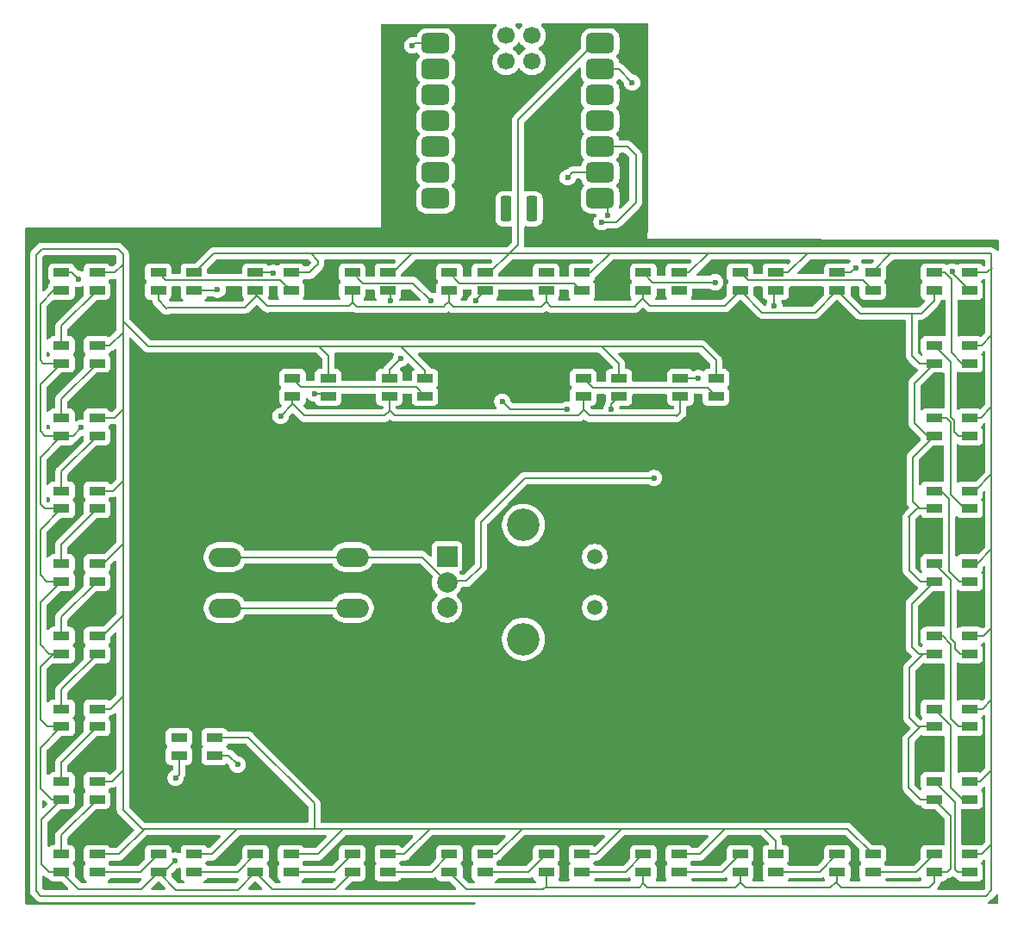
<source format=gbr>
%TF.GenerationSoftware,KiCad,Pcbnew,9.0.0*%
%TF.CreationDate,2025-04-05T15:43:16+05:30*%
%TF.ProjectId,PixelDoro,50697865-6c44-46f7-926f-2e6b69636164,rev?*%
%TF.SameCoordinates,Original*%
%TF.FileFunction,Copper,L1,Top*%
%TF.FilePolarity,Positive*%
%FSLAX46Y46*%
G04 Gerber Fmt 4.6, Leading zero omitted, Abs format (unit mm)*
G04 Created by KiCad (PCBNEW 9.0.0) date 2025-04-05 15:43:16*
%MOMM*%
%LPD*%
G01*
G04 APERTURE LIST*
G04 Aperture macros list*
%AMRoundRect*
0 Rectangle with rounded corners*
0 $1 Rounding radius*
0 $2 $3 $4 $5 $6 $7 $8 $9 X,Y pos of 4 corners*
0 Add a 4 corners polygon primitive as box body*
4,1,4,$2,$3,$4,$5,$6,$7,$8,$9,$2,$3,0*
0 Add four circle primitives for the rounded corners*
1,1,$1+$1,$2,$3*
1,1,$1+$1,$4,$5*
1,1,$1+$1,$6,$7*
1,1,$1+$1,$8,$9*
0 Add four rect primitives between the rounded corners*
20,1,$1+$1,$2,$3,$4,$5,0*
20,1,$1+$1,$4,$5,$6,$7,0*
20,1,$1+$1,$6,$7,$8,$9,0*
20,1,$1+$1,$8,$9,$2,$3,0*%
G04 Aperture macros list end*
%TA.AperFunction,SMDPad,CuDef*%
%ADD10R,1.600000X0.850000*%
%TD*%
%TA.AperFunction,ComponentPad*%
%ADD11O,3.200000X1.900000*%
%TD*%
%TA.AperFunction,SMDPad,CuDef*%
%ADD12RoundRect,0.500000X-0.875000X-0.500000X0.875000X-0.500000X0.875000X0.500000X-0.875000X0.500000X0*%
%TD*%
%TA.AperFunction,SMDPad,CuDef*%
%ADD13RoundRect,0.275000X-0.275000X0.975000X-0.275000X-0.975000X0.275000X-0.975000X0.275000X0.975000X0*%
%TD*%
%TA.AperFunction,SMDPad,CuDef*%
%ADD14C,1.700000*%
%TD*%
%TA.AperFunction,ComponentPad*%
%ADD15C,1.500000*%
%TD*%
%TA.AperFunction,ComponentPad*%
%ADD16R,2.000000X2.000000*%
%TD*%
%TA.AperFunction,ComponentPad*%
%ADD17C,2.000000*%
%TD*%
%TA.AperFunction,ComponentPad*%
%ADD18C,3.200000*%
%TD*%
%TA.AperFunction,ViaPad*%
%ADD19C,0.600000*%
%TD*%
%TA.AperFunction,Conductor*%
%ADD20C,0.200000*%
%TD*%
G04 APERTURE END LIST*
D10*
%TO.P,D12,1,DOUT*%
%TO.N,Net-(D12-DOUT)*%
X188118750Y-79212500D03*
%TO.P,D12,2,VSS*%
%TO.N,Net-(D1-VSS)*%
X188118750Y-80962500D03*
%TO.P,D12,3,DIN*%
%TO.N,Net-(D11-DOUT)*%
X191618750Y-80962500D03*
%TO.P,D12,4,VDD*%
%TO.N,+5V*%
X191618750Y-79212500D03*
%TD*%
%TO.P,D19,1,DOUT*%
%TO.N,Net-(D19-DOUT)*%
X169068750Y-114931250D03*
%TO.P,D19,2,VSS*%
%TO.N,Net-(D1-VSS)*%
X169068750Y-116681250D03*
%TO.P,D19,3,DIN*%
%TO.N,Net-(D18-DOUT)*%
X172568750Y-116681250D03*
%TO.P,D19,4,VDD*%
%TO.N,+5V*%
X172568750Y-114931250D03*
%TD*%
%TO.P,D2,1,DOUT*%
%TO.N,Net-(D2-DOUT)*%
X121443750Y-57781250D03*
%TO.P,D2,2,VSS*%
%TO.N,Net-(D1-VSS)*%
X121443750Y-59531250D03*
%TO.P,D2,3,DIN*%
%TO.N,Net-(D1-DOUT)*%
X124943750Y-59531250D03*
%TO.P,D2,4,VDD*%
%TO.N,+5V*%
X124943750Y-57781250D03*
%TD*%
%TO.P,D14,1,DOUT*%
%TO.N,Net-(D14-DOUT)*%
X188118750Y-93500000D03*
%TO.P,D14,2,VSS*%
%TO.N,Net-(D1-VSS)*%
X188118750Y-95250000D03*
%TO.P,D14,3,DIN*%
%TO.N,Net-(D13-DOUT)*%
X191618750Y-95250000D03*
%TO.P,D14,4,VDD*%
%TO.N,+5V*%
X191618750Y-93500000D03*
%TD*%
%TO.P,D1,1,DOUT*%
%TO.N,Net-(D1-DOUT)*%
X111918750Y-57781250D03*
%TO.P,D1,2,VSS*%
%TO.N,Net-(D1-VSS)*%
X111918750Y-59531250D03*
%TO.P,D1,3,DIN*%
%TO.N,Net-(D1-DIN)*%
X115418750Y-59531250D03*
%TO.P,D1,4,VDD*%
%TO.N,+5V*%
X115418750Y-57781250D03*
%TD*%
%TO.P,D15,1,DOUT*%
%TO.N,Net-(D15-DOUT)*%
X188118750Y-100643750D03*
%TO.P,D15,2,VSS*%
%TO.N,Net-(D1-VSS)*%
X188118750Y-102393750D03*
%TO.P,D15,3,DIN*%
%TO.N,Net-(D14-DOUT)*%
X191618750Y-102393750D03*
%TO.P,D15,4,VDD*%
%TO.N,+5V*%
X191618750Y-100643750D03*
%TD*%
%TO.P,D25,1,DOUT*%
%TO.N,Net-(D25-DOUT)*%
X111918750Y-114931250D03*
%TO.P,D25,2,VSS*%
%TO.N,Net-(D23-VSS)*%
X111918750Y-116681250D03*
%TO.P,D25,3,DIN*%
%TO.N,Net-(D24-DOUT)*%
X115418750Y-116681250D03*
%TO.P,D25,4,VDD*%
%TO.N,+5V*%
X115418750Y-114931250D03*
%TD*%
%TO.P,D11,1,DOUT*%
%TO.N,Net-(D11-DOUT)*%
X188118750Y-72068750D03*
%TO.P,D11,2,VSS*%
%TO.N,Net-(D1-VSS)*%
X188118750Y-73818750D03*
%TO.P,D11,3,DIN*%
%TO.N,Net-(D10-DOUT)*%
X191618750Y-73818750D03*
%TO.P,D11,4,VDD*%
%TO.N,+5V*%
X191618750Y-72068750D03*
%TD*%
%TO.P,D24,1,DOUT*%
%TO.N,Net-(D24-DOUT)*%
X121443750Y-114931250D03*
%TO.P,D24,2,VSS*%
%TO.N,Net-(D23-VSS)*%
X121443750Y-116681250D03*
%TO.P,D24,3,DIN*%
%TO.N,Net-(D23-DOUT)*%
X124943750Y-116681250D03*
%TO.P,D24,4,VDD*%
%TO.N,+5V*%
X124943750Y-114931250D03*
%TD*%
%TO.P,D34,1,DOUT*%
%TO.N,Net-(D34-DOUT)*%
X102393750Y-57781250D03*
%TO.P,D34,2,VSS*%
%TO.N,Net-(D23-VSS)*%
X102393750Y-59531250D03*
%TO.P,D34,3,DIN*%
%TO.N,Net-(D33-DOUT)*%
X105893750Y-59531250D03*
%TO.P,D34,4,VDD*%
%TO.N,+5V*%
X105893750Y-57781250D03*
%TD*%
%TO.P,D22,1,DOUT*%
%TO.N,Net-(D22-DOUT)*%
X140493750Y-114931250D03*
%TO.P,D22,2,VSS*%
%TO.N,Net-(D1-VSS)*%
X140493750Y-116681250D03*
%TO.P,D22,3,DIN*%
%TO.N,Net-(D21-DOUT)*%
X143993750Y-116681250D03*
%TO.P,D22,4,VDD*%
%TO.N,+5V*%
X143993750Y-114931250D03*
%TD*%
D11*
%TO.P,SW2,1,1*%
%TO.N,GND*%
X118468750Y-85725000D03*
X130968750Y-85725000D03*
%TO.P,SW2,2,2*%
%TO.N,Net-(U1-GPIO1_D7_CSn_RX)*%
X118468750Y-90725000D03*
X130968750Y-90725000D03*
%TD*%
D10*
%TO.P,D13,1,DOUT*%
%TO.N,Net-(D13-DOUT)*%
X188118750Y-86356250D03*
%TO.P,D13,2,VSS*%
%TO.N,Net-(D1-VSS)*%
X188118750Y-88106250D03*
%TO.P,D13,3,DIN*%
%TO.N,Net-(D12-DOUT)*%
X191618750Y-88106250D03*
%TO.P,D13,4,VDD*%
%TO.N,+5V*%
X191618750Y-86356250D03*
%TD*%
%TO.P,D38,1,DOUT*%
%TO.N,Net-(D38-DOUT)*%
X163187500Y-68181250D03*
%TO.P,D38,2,VSS*%
%TO.N,Net-(D23-VSS)*%
X163187500Y-69931250D03*
%TO.P,D38,3,DIN*%
%TO.N,Net-(D37-DOUT)*%
X166687500Y-69931250D03*
%TO.P,D38,4,VDD*%
%TO.N,+5V*%
X166687500Y-68181250D03*
%TD*%
%TO.P,D32,1,DOUT*%
%TO.N,Net-(D32-DOUT)*%
X102393750Y-72068750D03*
%TO.P,D32,2,VSS*%
%TO.N,Net-(D23-VSS)*%
X102393750Y-73818750D03*
%TO.P,D32,3,DIN*%
%TO.N,Net-(D31-DOUT)*%
X105893750Y-73818750D03*
%TO.P,D32,4,VDD*%
%TO.N,+5V*%
X105893750Y-72068750D03*
%TD*%
%TO.P,D27,1,DOUT*%
%TO.N,Net-(D27-DOUT)*%
X102393750Y-107787500D03*
%TO.P,D27,2,VSS*%
%TO.N,Net-(D23-VSS)*%
X102393750Y-109537500D03*
%TO.P,D27,3,DIN*%
%TO.N,Net-(D26-DOUT)*%
X105893750Y-109537500D03*
%TO.P,D27,4,VDD*%
%TO.N,+5V*%
X105893750Y-107787500D03*
%TD*%
%TO.P,D5,1,DOUT*%
%TO.N,unconnected-(D5-DOUT-Pad1)*%
X150018750Y-57781250D03*
%TO.P,D5,2,VSS*%
%TO.N,Net-(D1-VSS)*%
X150018750Y-59531250D03*
%TO.P,D5,3,DIN*%
%TO.N,Net-(D4-DOUT)*%
X153518750Y-59531250D03*
%TO.P,D5,4,VDD*%
%TO.N,+5V*%
X153518750Y-57781250D03*
%TD*%
%TO.P,D10,1,DOUT*%
%TO.N,Net-(D10-DOUT)*%
X188118750Y-64925000D03*
%TO.P,D10,2,VSS*%
%TO.N,Net-(D1-VSS)*%
X188118750Y-66675000D03*
%TO.P,D10,3,DIN*%
%TO.N,Net-(D10-DIN)*%
X191618750Y-66675000D03*
%TO.P,D10,4,VDD*%
%TO.N,+5V*%
X191618750Y-64925000D03*
%TD*%
D12*
%TO.P,U1,1,GPIO26_A0_D0*%
%TO.N,Net-(D1-DIN)*%
X139161250Y-35242500D03*
%TO.P,U1,2,GPIO27_A1_D1*%
%TO.N,unconnected-(U1-GPIO27_A1_D1-Pad2)*%
X139161250Y-37782500D03*
%TO.P,U1,3,GPIO28_A2_D2*%
%TO.N,unconnected-(U1-GPIO28_A2_D2-Pad3)*%
X139161250Y-40322500D03*
%TO.P,U1,4,GPIO29_A3_D3*%
%TO.N,unconnected-(U1-GPIO29_A3_D3-Pad4)*%
X139161250Y-42862500D03*
%TO.P,U1,5,GPIO6_D4_SDA*%
%TO.N,unconnected-(U1-GPIO6_D4_SDA-Pad5)*%
X139161250Y-45402500D03*
%TO.P,U1,6,GPIO7_D5_SCL*%
%TO.N,unconnected-(U1-GPIO7_D5_SCL-Pad6)*%
X139161250Y-47942500D03*
%TO.P,U1,7,GPIO0_D6_TX*%
%TO.N,unconnected-(U1-GPIO0_D6_TX-Pad7)*%
X139161250Y-50482500D03*
%TO.P,U1,8,GPIO1_D7_CSn_RX*%
%TO.N,Net-(U1-GPIO1_D7_CSn_RX)*%
X155326250Y-50482500D03*
%TO.P,U1,9,GPIO2_D8_SCK*%
%TO.N,Net-(U1-GPIO2_D8_SCK)*%
X155326250Y-47942500D03*
%TO.P,U1,10,GPIO4_D9_MISO*%
%TO.N,Net-(U1-GPIO4_D9_MISO)*%
X155326250Y-45402500D03*
%TO.P,U1,11,GPIO3_D10_MOSI*%
%TO.N,Net-(U1-GPIO3_D10_MOSI)*%
X155326250Y-42862500D03*
%TO.P,U1,12,3V3*%
%TO.N,unconnected-(U1-3V3-Pad12)*%
X155326250Y-40322500D03*
%TO.P,U1,13,GND*%
%TO.N,GND*%
X155326250Y-37782500D03*
%TO.P,U1,14,5V*%
%TO.N,+5V*%
X155326250Y-35242500D03*
D13*
%TO.P,U1,15,BAT*%
%TO.N,unconnected-(U1-BAT-Pad15)*%
X146073250Y-51502500D03*
%TO.P,U1,16,GND*%
%TO.N,unconnected-(U1-GND-Pad16)*%
X148613250Y-51502500D03*
D14*
%TO.P,U1,17,SWDIO*%
%TO.N,unconnected-(U1-SWDIO-Pad17)*%
X146073250Y-34484500D03*
%TO.P,U1,18,SWDCLK*%
%TO.N,unconnected-(U1-SWDCLK-Pad18)*%
X148613250Y-34484500D03*
%TO.P,U1,19,RST*%
%TO.N,unconnected-(U1-RST-Pad19)*%
X146073250Y-37024500D03*
%TO.P,U1,20,GND*%
%TO.N,unconnected-(U1-GND-Pad20)*%
X148613250Y-37024500D03*
%TD*%
D10*
%TO.P,D9,1,DOUT*%
%TO.N,Net-(D10-DIN)*%
X188118750Y-57781250D03*
%TO.P,D9,2,VSS*%
%TO.N,Net-(D1-VSS)*%
X188118750Y-59531250D03*
%TO.P,D9,3,DIN*%
%TO.N,Net-(D8-DOUT)*%
X191618750Y-59531250D03*
%TO.P,D9,4,VDD*%
%TO.N,+5V*%
X191618750Y-57781250D03*
%TD*%
%TO.P,D30,1,DOUT*%
%TO.N,Net-(D30-DOUT)*%
X102393750Y-86356250D03*
%TO.P,D30,2,VSS*%
%TO.N,Net-(D23-VSS)*%
X102393750Y-88106250D03*
%TO.P,D30,3,DIN*%
%TO.N,Net-(D29-DOUT)*%
X105893750Y-88106250D03*
%TO.P,D30,4,VDD*%
%TO.N,+5V*%
X105893750Y-86356250D03*
%TD*%
D15*
%TO.P,SW1,*%
%TO.N,*%
X154781250Y-85687500D03*
X154781250Y-90687500D03*
D16*
%TO.P,SW1,A,A*%
%TO.N,Net-(U1-GPIO4_D9_MISO)*%
X140281250Y-85687500D03*
D17*
%TO.P,SW1,B,B*%
%TO.N,Net-(U1-GPIO2_D8_SCK)*%
X140281250Y-90687500D03*
%TO.P,SW1,C,C*%
%TO.N,GND*%
X140281250Y-88187500D03*
D18*
%TO.P,SW1,MP*%
%TO.N,N/C*%
X147781250Y-82587500D03*
X147781250Y-93787500D03*
%TD*%
D10*
%TO.P,D20,1,DOUT*%
%TO.N,Net-(D20-DOUT)*%
X159543750Y-114931250D03*
%TO.P,D20,2,VSS*%
%TO.N,Net-(D1-VSS)*%
X159543750Y-116681250D03*
%TO.P,D20,3,DIN*%
%TO.N,Net-(D19-DOUT)*%
X163043750Y-116681250D03*
%TO.P,D20,4,VDD*%
%TO.N,+5V*%
X163043750Y-114931250D03*
%TD*%
%TO.P,D37,1,DOUT*%
%TO.N,Net-(D37-DOUT)*%
X153662500Y-68181250D03*
%TO.P,D37,2,VSS*%
%TO.N,Net-(D23-VSS)*%
X153662500Y-69931250D03*
%TO.P,D37,3,DIN*%
%TO.N,Net-(D36-DOUT)*%
X157162500Y-69931250D03*
%TO.P,D37,4,VDD*%
%TO.N,+5V*%
X157162500Y-68181250D03*
%TD*%
%TO.P,STATUS LED,1,DOUT*%
%TO.N,unconnected-(D39-DOUT-Pad1)*%
X113950000Y-103460000D03*
%TO.P,STATUS LED,2,VSS*%
%TO.N,Net-(D23-VSS)*%
X113950000Y-105210000D03*
%TO.P,STATUS LED,3,DIN*%
%TO.N,Net-(D38-DOUT)*%
X117450000Y-105210000D03*
%TO.P,STATUS LED,4,VDD*%
%TO.N,+5V*%
X117450000Y-103460000D03*
%TD*%
%TO.P,D16,1,DOUT*%
%TO.N,Net-(D16-DOUT)*%
X188118750Y-107787500D03*
%TO.P,D16,2,VSS*%
%TO.N,Net-(D1-VSS)*%
X188118750Y-109537500D03*
%TO.P,D16,3,DIN*%
%TO.N,Net-(D15-DOUT)*%
X191618750Y-109537500D03*
%TO.P,D16,4,VDD*%
%TO.N,+5V*%
X191618750Y-107787500D03*
%TD*%
%TO.P,D3,1,DOUT*%
%TO.N,Net-(D3-DOUT)*%
X130968750Y-57781250D03*
%TO.P,D3,2,VSS*%
%TO.N,Net-(D1-VSS)*%
X130968750Y-59531250D03*
%TO.P,D3,3,DIN*%
%TO.N,Net-(D2-DOUT)*%
X134468750Y-59531250D03*
%TO.P,D3,4,VDD*%
%TO.N,+5V*%
X134468750Y-57781250D03*
%TD*%
%TO.P,D21,1,DOUT*%
%TO.N,Net-(D21-DOUT)*%
X150018750Y-114931250D03*
%TO.P,D21,2,VSS*%
%TO.N,Net-(D1-VSS)*%
X150018750Y-116681250D03*
%TO.P,D21,3,DIN*%
%TO.N,Net-(D20-DOUT)*%
X153518750Y-116681250D03*
%TO.P,D21,4,VDD*%
%TO.N,+5V*%
X153518750Y-114931250D03*
%TD*%
%TO.P,D26,1,DOUT*%
%TO.N,Net-(D26-DOUT)*%
X102393750Y-114931250D03*
%TO.P,D26,2,VSS*%
%TO.N,Net-(D23-VSS)*%
X102393750Y-116681250D03*
%TO.P,D26,3,DIN*%
%TO.N,Net-(D25-DOUT)*%
X105893750Y-116681250D03*
%TO.P,D26,4,VDD*%
%TO.N,+5V*%
X105893750Y-114931250D03*
%TD*%
%TO.P,D33,1,DOUT*%
%TO.N,Net-(D33-DOUT)*%
X102393750Y-64925000D03*
%TO.P,D33,2,VSS*%
%TO.N,Net-(D23-VSS)*%
X102393750Y-66675000D03*
%TO.P,D33,3,DIN*%
%TO.N,Net-(D32-DOUT)*%
X105893750Y-66675000D03*
%TO.P,D33,4,VDD*%
%TO.N,+5V*%
X105893750Y-64925000D03*
%TD*%
%TO.P,D6,1,DOUT*%
%TO.N,Net-(D6-DOUT)*%
X159543750Y-57781250D03*
%TO.P,D6,2,VSS*%
%TO.N,Net-(D1-VSS)*%
X159543750Y-59531250D03*
%TO.P,D6,3,DIN*%
%TO.N,unconnected-(D6-DIN-Pad3)*%
X163043750Y-59531250D03*
%TO.P,D6,4,VDD*%
%TO.N,+5V*%
X163043750Y-57781250D03*
%TD*%
%TO.P,D35,1,DOUT*%
%TO.N,Net-(D35-DOUT)*%
X125087500Y-68181250D03*
%TO.P,D35,2,VSS*%
%TO.N,Net-(D23-VSS)*%
X125087500Y-69931250D03*
%TO.P,D35,3,DIN*%
%TO.N,Net-(D34-DOUT)*%
X128587500Y-69931250D03*
%TO.P,D35,4,VDD*%
%TO.N,+5V*%
X128587500Y-68181250D03*
%TD*%
%TO.P,D17,1,DOUT*%
%TO.N,Net-(D17-DOUT)*%
X188118750Y-114931250D03*
%TO.P,D17,2,VSS*%
%TO.N,Net-(D1-VSS)*%
X188118750Y-116681250D03*
%TO.P,D17,3,DIN*%
%TO.N,Net-(D16-DOUT)*%
X191618750Y-116681250D03*
%TO.P,D17,4,VDD*%
%TO.N,+5V*%
X191618750Y-114931250D03*
%TD*%
%TO.P,D36,1,DOUT*%
%TO.N,Net-(D36-DOUT)*%
X134612500Y-68181250D03*
%TO.P,D36,2,VSS*%
%TO.N,Net-(D23-VSS)*%
X134612500Y-69931250D03*
%TO.P,D36,3,DIN*%
%TO.N,Net-(D35-DOUT)*%
X138112500Y-69931250D03*
%TO.P,D36,4,VDD*%
%TO.N,+5V*%
X138112500Y-68181250D03*
%TD*%
%TO.P,D8,1,DOUT*%
%TO.N,Net-(D8-DOUT)*%
X178593750Y-57781250D03*
%TO.P,D8,2,VSS*%
%TO.N,Net-(D1-VSS)*%
X178593750Y-59531250D03*
%TO.P,D8,3,DIN*%
%TO.N,Net-(D7-DOUT)*%
X182093750Y-59531250D03*
%TO.P,D8,4,VDD*%
%TO.N,+5V*%
X182093750Y-57781250D03*
%TD*%
%TO.P,D7,1,DOUT*%
%TO.N,Net-(D7-DOUT)*%
X169068750Y-57781250D03*
%TO.P,D7,2,VSS*%
%TO.N,Net-(D1-VSS)*%
X169068750Y-59531250D03*
%TO.P,D7,3,DIN*%
%TO.N,Net-(D6-DOUT)*%
X172568750Y-59531250D03*
%TO.P,D7,4,VDD*%
%TO.N,+5V*%
X172568750Y-57781250D03*
%TD*%
%TO.P,D28,1,DOUT*%
%TO.N,Net-(D28-DOUT)*%
X102393750Y-100643750D03*
%TO.P,D28,2,VSS*%
%TO.N,Net-(D23-VSS)*%
X102393750Y-102393750D03*
%TO.P,D28,3,DIN*%
%TO.N,Net-(D27-DOUT)*%
X105893750Y-102393750D03*
%TO.P,D28,4,VDD*%
%TO.N,+5V*%
X105893750Y-100643750D03*
%TD*%
%TO.P,D31,1,DOUT*%
%TO.N,Net-(D31-DOUT)*%
X102393750Y-79212500D03*
%TO.P,D31,2,VSS*%
%TO.N,Net-(D23-VSS)*%
X102393750Y-80962500D03*
%TO.P,D31,3,DIN*%
%TO.N,Net-(D30-DOUT)*%
X105893750Y-80962500D03*
%TO.P,D31,4,VDD*%
%TO.N,+5V*%
X105893750Y-79212500D03*
%TD*%
%TO.P,D23,1,DOUT*%
%TO.N,Net-(D23-DOUT)*%
X130968750Y-114931250D03*
%TO.P,D23,2,VSS*%
%TO.N,Net-(D23-VSS)*%
X130968750Y-116681250D03*
%TO.P,D23,3,DIN*%
%TO.N,Net-(D22-DOUT)*%
X134468750Y-116681250D03*
%TO.P,D23,4,VDD*%
%TO.N,+5V*%
X134468750Y-114931250D03*
%TD*%
%TO.P,D29,1,DOUT*%
%TO.N,Net-(D29-DOUT)*%
X102393750Y-93500000D03*
%TO.P,D29,2,VSS*%
%TO.N,Net-(D23-VSS)*%
X102393750Y-95250000D03*
%TO.P,D29,3,DIN*%
%TO.N,Net-(D28-DOUT)*%
X105893750Y-95250000D03*
%TO.P,D29,4,VDD*%
%TO.N,+5V*%
X105893750Y-93500000D03*
%TD*%
%TO.P,D18,1,DOUT*%
%TO.N,Net-(D18-DOUT)*%
X178593750Y-114931250D03*
%TO.P,D18,2,VSS*%
%TO.N,Net-(D1-VSS)*%
X178593750Y-116681250D03*
%TO.P,D18,3,DIN*%
%TO.N,Net-(D17-DOUT)*%
X182093750Y-116681250D03*
%TO.P,D18,4,VDD*%
%TO.N,+5V*%
X182093750Y-114931250D03*
%TD*%
%TO.P,D4,1,DOUT*%
%TO.N,Net-(D4-DOUT)*%
X140493750Y-57781250D03*
%TO.P,D4,2,VSS*%
%TO.N,Net-(D1-VSS)*%
X140493750Y-59531250D03*
%TO.P,D4,3,DIN*%
%TO.N,Net-(D3-DOUT)*%
X143993750Y-59531250D03*
%TO.P,D4,4,VDD*%
%TO.N,+5V*%
X143993750Y-57781250D03*
%TD*%
D19*
%TO.N,Net-(D1-DIN)*%
X136840000Y-35460000D03*
X117740000Y-59440000D03*
%TO.N,Net-(D2-DOUT)*%
X134700000Y-60530000D03*
X123210000Y-57800000D03*
%TO.N,Net-(D3-DOUT)*%
X138680000Y-60530000D03*
X143090000Y-60530000D03*
%TO.N,Net-(D6-DOUT)*%
X166620000Y-58720000D03*
X172420000Y-61050000D03*
%TO.N,Net-(D8-DOUT)*%
X189908065Y-57659535D03*
X180420000Y-57310000D03*
%TO.N,Net-(D38-DOUT)*%
X164950000Y-68140000D03*
X119690000Y-106120000D03*
%TO.N,Net-(D23-VSS)*%
X104340000Y-73020000D03*
X123930000Y-71860000D03*
X113610000Y-107410000D03*
X113590000Y-115540000D03*
%TO.N,Net-(D34-DOUT)*%
X127240000Y-69640000D03*
X104050000Y-58400000D03*
%TO.N,Net-(D36-DOUT)*%
X135730000Y-66220000D03*
X156420000Y-71210000D03*
X145710000Y-70440000D03*
X152090000Y-71200000D03*
%TO.N,Net-(U1-GPIO2_D8_SCK)*%
X152120000Y-48430000D03*
%TO.N,Net-(U1-GPIO1_D7_CSn_RX)*%
X156050000Y-52150000D03*
%TO.N,Net-(U1-GPIO4_D9_MISO)*%
X155450000Y-52790000D03*
%TO.N,GND*%
X158460000Y-39100000D03*
X160600000Y-77950000D03*
%TD*%
D20*
%TO.N,Net-(D1-DOUT)*%
X112644750Y-58507250D02*
X123919750Y-58507250D01*
X111918750Y-57781250D02*
X112644750Y-58507250D01*
X123919750Y-58507250D02*
X124943750Y-59531250D01*
%TO.N,Net-(D1-DIN)*%
X137057500Y-35242500D02*
X139161250Y-35242500D01*
X115418750Y-59531250D02*
X117648750Y-59531250D01*
X136840000Y-35460000D02*
X137057500Y-35242500D01*
X117648750Y-59531250D02*
X117740000Y-59440000D01*
%TO.N,Net-(D1-VSS)*%
X185710000Y-96580000D02*
X185710000Y-101550000D01*
X185650000Y-87010000D02*
X185650000Y-81830000D01*
X159543750Y-117786250D02*
X159160000Y-118170000D01*
X121550000Y-59637500D02*
X121443750Y-59531250D01*
X142182500Y-118370000D02*
X140493750Y-116681250D01*
X150018750Y-118068750D02*
X149717500Y-118370000D01*
X140493750Y-60743750D02*
X140880000Y-61130000D01*
X121550000Y-60070000D02*
X121550000Y-59637500D01*
X169068750Y-59531250D02*
X171237500Y-61700000D01*
X185650000Y-81830000D02*
X185620000Y-81800000D01*
X169068750Y-117658750D02*
X169061250Y-117658750D01*
X139990000Y-61130000D02*
X139990000Y-61080000D01*
X169061250Y-117658750D02*
X168560000Y-118160000D01*
X186170000Y-72520000D02*
X187468750Y-73818750D01*
X158760000Y-61100000D02*
X158760000Y-61070000D01*
X159930000Y-118160000D02*
X159543750Y-117773750D01*
X176425000Y-61700000D02*
X178593750Y-59531250D01*
X186010000Y-75927500D02*
X186010000Y-80270000D01*
X159160000Y-118170000D02*
X150120000Y-118170000D01*
X112860000Y-61190000D02*
X120430000Y-61190000D01*
X159543750Y-117773750D02*
X159543750Y-116681250D01*
X188118750Y-88106250D02*
X185910000Y-90315000D01*
X186880000Y-61770000D02*
X188118750Y-60531250D01*
X159543750Y-117773750D02*
X159543750Y-117786250D01*
X186767500Y-109537500D02*
X188118750Y-109537500D01*
X149520000Y-61130000D02*
X150018750Y-60631250D01*
X185620000Y-108390000D02*
X186767500Y-109537500D01*
X120430000Y-61190000D02*
X121550000Y-60070000D01*
X111918750Y-59531250D02*
X111918750Y-60488750D01*
X188118750Y-66675000D02*
X186695000Y-66675000D01*
X171237500Y-61700000D02*
X176425000Y-61700000D01*
X177900000Y-118210000D02*
X169620000Y-118210000D01*
X150018750Y-60638750D02*
X150480000Y-61100000D01*
X188118750Y-116681250D02*
X189438750Y-116681250D01*
X185930000Y-61770000D02*
X186880000Y-61770000D01*
X188118750Y-73818750D02*
X186010000Y-75927500D01*
X112740000Y-61310000D02*
X112860000Y-61190000D01*
X189779000Y-116341000D02*
X189779000Y-111197750D01*
X185960000Y-61800000D02*
X185930000Y-61770000D01*
X130630000Y-61060000D02*
X130968750Y-60721250D01*
X188118750Y-66675000D02*
X186170000Y-68623750D01*
X187468750Y-73818750D02*
X188118750Y-73818750D01*
X159543750Y-60343750D02*
X160240000Y-61040000D01*
X169620000Y-118210000D02*
X169068750Y-117658750D01*
X188118750Y-60531250D02*
X188118750Y-59531250D01*
X140493750Y-60576250D02*
X140493750Y-59531250D01*
X178450000Y-117660000D02*
X177900000Y-118210000D01*
X131390000Y-61130000D02*
X139990000Y-61130000D01*
X187650000Y-118160000D02*
X178980000Y-118160000D01*
X149717500Y-118370000D02*
X142182500Y-118370000D01*
X185910000Y-94590000D02*
X185950000Y-94590000D01*
X188118750Y-95250000D02*
X187040000Y-95250000D01*
X158760000Y-61070000D02*
X159543750Y-60286250D01*
X185950000Y-94590000D02*
X186610000Y-95250000D01*
X178980000Y-118160000D02*
X178593750Y-117773750D01*
X180832500Y-61770000D02*
X185930000Y-61770000D01*
X130968750Y-60708750D02*
X131390000Y-61130000D01*
X121443750Y-59896250D02*
X121443750Y-59531250D01*
X111918750Y-60488750D02*
X112740000Y-61310000D01*
X189438750Y-116681250D02*
X189779000Y-116341000D01*
X178593750Y-117773750D02*
X178593750Y-117660000D01*
X150018750Y-60631250D02*
X150018750Y-60638750D01*
X121443750Y-59531250D02*
X121443750Y-59873750D01*
X150018750Y-60631250D02*
X150018750Y-59531250D01*
X140880000Y-61130000D02*
X149520000Y-61130000D01*
X122670000Y-61060000D02*
X130630000Y-61060000D01*
X186746250Y-88106250D02*
X185650000Y-87010000D01*
X188118750Y-116681250D02*
X188118750Y-117691250D01*
X139990000Y-61080000D02*
X140493750Y-60576250D01*
X185960000Y-65940000D02*
X185960000Y-61800000D01*
X160240000Y-61040000D02*
X167560000Y-61040000D01*
X178593750Y-117660000D02*
X178450000Y-117660000D01*
X140493750Y-59531250D02*
X140493750Y-60743750D01*
X186010000Y-80270000D02*
X186702500Y-80962500D01*
X159543750Y-60286250D02*
X159543750Y-60343750D01*
X185910000Y-90315000D02*
X185910000Y-94590000D01*
X188118750Y-102393750D02*
X186786250Y-102393750D01*
X167560000Y-61040000D02*
X169068750Y-59531250D01*
X186553750Y-102393750D02*
X188118750Y-102393750D01*
X189779000Y-111197750D02*
X188118750Y-109537500D01*
X178593750Y-59531250D02*
X180832500Y-61770000D01*
X150480000Y-61100000D02*
X158760000Y-61100000D01*
X150120000Y-118170000D02*
X150018750Y-118068750D01*
X187040000Y-95250000D02*
X185710000Y-96580000D01*
X150018750Y-118068750D02*
X150018750Y-116681250D01*
X185620000Y-81800000D02*
X186457500Y-80962500D01*
X188118750Y-117691250D02*
X187650000Y-118160000D01*
X186786250Y-102393750D02*
X185620000Y-103560000D01*
X178593750Y-117660000D02*
X178593750Y-116681250D01*
X186610000Y-95250000D02*
X188118750Y-95250000D01*
X188118750Y-88106250D02*
X186746250Y-88106250D01*
X169068750Y-117658750D02*
X169068750Y-116681250D01*
X186695000Y-66675000D02*
X185960000Y-65940000D01*
X122650000Y-61080000D02*
X122670000Y-61060000D01*
X168560000Y-118160000D02*
X159930000Y-118160000D01*
X159543750Y-60286250D02*
X159543750Y-59531250D01*
X185710000Y-101550000D02*
X186553750Y-102393750D01*
X121443750Y-59873750D02*
X122650000Y-61080000D01*
X130968750Y-59531250D02*
X130968750Y-60708750D01*
X186170000Y-68623750D02*
X186170000Y-72520000D01*
X186702500Y-80962500D02*
X188118750Y-80962500D01*
X186457500Y-80962500D02*
X188118750Y-80962500D01*
X130968750Y-60721250D02*
X130968750Y-59531250D01*
X185620000Y-103560000D02*
X185620000Y-108390000D01*
%TO.N,Net-(D2-DOUT)*%
X134700000Y-60530000D02*
X134700000Y-59762500D01*
X134700000Y-59762500D02*
X134468750Y-59531250D01*
X123191250Y-57781250D02*
X123210000Y-57800000D01*
X121443750Y-57781250D02*
X123191250Y-57781250D01*
%TO.N,Net-(D3-DOUT)*%
X131992750Y-58805250D02*
X136955250Y-58805250D01*
X143090000Y-60435000D02*
X143993750Y-59531250D01*
X130968750Y-57781250D02*
X131992750Y-58805250D01*
X136955250Y-58805250D02*
X138680000Y-60530000D01*
X143090000Y-60530000D02*
X143090000Y-60435000D01*
%TO.N,Net-(D4-DOUT)*%
X152792750Y-58805250D02*
X153518750Y-59531250D01*
X141517750Y-58805250D02*
X152792750Y-58805250D01*
X140493750Y-57781250D02*
X141517750Y-58805250D01*
%TO.N,Net-(D6-DOUT)*%
X159543750Y-57781250D02*
X160482500Y-58720000D01*
X160482500Y-58720000D02*
X166620000Y-58720000D01*
X172420000Y-59680000D02*
X172568750Y-59531250D01*
X172420000Y-61050000D02*
X172420000Y-59680000D01*
%TO.N,Net-(D7-DOUT)*%
X181092500Y-58530000D02*
X169817500Y-58530000D01*
X169817500Y-58530000D02*
X169068750Y-57781250D01*
X182093750Y-59531250D02*
X181092500Y-58530000D01*
%TO.N,Net-(D8-DOUT)*%
X191618750Y-59531250D02*
X189908065Y-57820565D01*
X189908065Y-57820565D02*
X189908065Y-57659535D01*
X180420000Y-57310000D02*
X179948750Y-57781250D01*
X179948750Y-57781250D02*
X178593750Y-57781250D01*
%TO.N,Net-(D10-DIN)*%
X189840000Y-58440000D02*
X189181250Y-57781250D01*
X189181250Y-57781250D02*
X188118750Y-57781250D01*
X189840000Y-65650000D02*
X189840000Y-58440000D01*
X191618750Y-66675000D02*
X190865000Y-66675000D01*
X190865000Y-66675000D02*
X189840000Y-65650000D01*
%TO.N,Net-(D20-DOUT)*%
X153518750Y-116681250D02*
X157793750Y-116681250D01*
X157793750Y-116681250D02*
X159543750Y-114931250D01*
%TO.N,Net-(D10-DOUT)*%
X190111000Y-72616100D02*
X190111000Y-72283900D01*
X189750000Y-71922900D02*
X189750000Y-66556250D01*
X190489750Y-73818750D02*
X190111000Y-73440000D01*
X189750000Y-66556250D02*
X188118750Y-64925000D01*
X191618750Y-73818750D02*
X190489750Y-73818750D01*
X190111000Y-73440000D02*
X190111000Y-72616100D01*
X190111000Y-72283900D02*
X189876100Y-72049000D01*
X189876100Y-72049000D02*
X189750000Y-71922900D01*
%TO.N,Net-(D22-DOUT)*%
X138743750Y-116681250D02*
X140493750Y-114931250D01*
X134468750Y-116681250D02*
X138743750Y-116681250D01*
%TO.N,Net-(D11-DOUT)*%
X191618750Y-80962500D02*
X191099600Y-80962500D01*
X189710000Y-79572900D02*
X189710000Y-72450000D01*
X189710000Y-72450000D02*
X189328750Y-72068750D01*
X191099600Y-80962500D02*
X189710000Y-79572900D01*
X189328750Y-72068750D02*
X188118750Y-72068750D01*
%TO.N,Net-(D12-DOUT)*%
X189610000Y-87160000D02*
X189610000Y-80040000D01*
X188782500Y-79212500D02*
X188118750Y-79212500D01*
X190556250Y-88106250D02*
X189610000Y-87160000D01*
X191618750Y-88106250D02*
X190556250Y-88106250D01*
X189610000Y-80040000D02*
X188782500Y-79212500D01*
%TO.N,Net-(D13-DOUT)*%
X189740000Y-93712900D02*
X189740000Y-87977500D01*
X190141000Y-94740000D02*
X190141000Y-94446100D01*
X190141000Y-94113900D02*
X189906100Y-93879000D01*
X189906100Y-93879000D02*
X189740000Y-93712900D01*
X190651000Y-95250000D02*
X190141000Y-94740000D01*
X189740000Y-87977500D02*
X188118750Y-86356250D01*
X190141000Y-94446100D02*
X190141000Y-94113900D01*
X191618750Y-95250000D02*
X190651000Y-95250000D01*
%TO.N,Net-(D14-DOUT)*%
X188960000Y-93500000D02*
X188118750Y-93500000D01*
X189740000Y-94280000D02*
X188960000Y-93500000D01*
X189740000Y-101590000D02*
X189740000Y-94280000D01*
X190543750Y-102393750D02*
X189740000Y-101590000D01*
X191618750Y-102393750D02*
X190543750Y-102393750D01*
%TO.N,Net-(D15-DOUT)*%
X190977500Y-109537500D02*
X189790000Y-108350000D01*
X189790000Y-102315000D02*
X188118750Y-100643750D01*
X189790000Y-108350000D02*
X189790000Y-102315000D01*
X191618750Y-109537500D02*
X190977500Y-109537500D01*
%TO.N,Net-(D17-DOUT)*%
X186368750Y-116681250D02*
X188118750Y-114931250D01*
X182093750Y-116681250D02*
X186368750Y-116681250D01*
%TO.N,Net-(D19-DOUT)*%
X167318750Y-116681250D02*
X169068750Y-114931250D01*
X163043750Y-116681250D02*
X167318750Y-116681250D01*
%TO.N,Net-(D29-DOUT)*%
X102393750Y-91606250D02*
X105893750Y-88106250D01*
X102393750Y-93500000D02*
X102393750Y-91606250D01*
%TO.N,Net-(D21-DOUT)*%
X143993750Y-116681250D02*
X148268750Y-116681250D01*
X148268750Y-116681250D02*
X150018750Y-114931250D01*
%TO.N,Net-(D31-DOUT)*%
X102393750Y-79212500D02*
X102393750Y-77318750D01*
X102393750Y-77318750D02*
X105893750Y-73818750D01*
%TO.N,Net-(D38-DOUT)*%
X164908750Y-68181250D02*
X164950000Y-68140000D01*
X118780000Y-105210000D02*
X117450000Y-105210000D01*
X119690000Y-106120000D02*
X118780000Y-105210000D01*
X163187500Y-68181250D02*
X164908750Y-68181250D01*
%TO.N,Net-(D23-VSS)*%
X100311000Y-80511000D02*
X100311000Y-75901500D01*
X153662500Y-69931250D02*
X153662500Y-71232500D01*
X101467500Y-109537500D02*
X100350000Y-108420000D01*
X163187500Y-71512500D02*
X163187500Y-69931250D01*
X134612500Y-71282500D02*
X135130000Y-71800000D01*
X100330000Y-101680000D02*
X100330000Y-96500000D01*
X102393750Y-102393750D02*
X101043750Y-102393750D01*
X102393750Y-66675000D02*
X100575000Y-66675000D01*
X100350000Y-104437500D02*
X102393750Y-102393750D01*
X102393750Y-95250000D02*
X101210000Y-95250000D01*
X103541250Y-73818750D02*
X104340000Y-73020000D01*
X129290000Y-118360000D02*
X123122500Y-118360000D01*
X153662500Y-71232500D02*
X154260000Y-71830000D01*
X113950000Y-107070000D02*
X113950000Y-105210000D01*
X102393750Y-80962500D02*
X100762500Y-80962500D01*
X111918750Y-116681250D02*
X112448750Y-116681250D01*
X101638750Y-59531250D02*
X102393750Y-59531250D01*
X100762500Y-80962500D02*
X100311000Y-80511000D01*
X102393750Y-116681250D02*
X101201250Y-116681250D01*
X111918750Y-116681250D02*
X110240000Y-118360000D01*
X121443750Y-116681250D02*
X119715000Y-118410000D01*
X134612500Y-71357500D02*
X134612500Y-69931250D01*
X100440000Y-111491250D02*
X102393750Y-109537500D01*
X125087500Y-70702500D02*
X125087500Y-69931250D01*
X100575000Y-66675000D02*
X100311000Y-66411000D01*
X102393750Y-73818750D02*
X103541250Y-73818750D01*
X100311000Y-94351000D02*
X100311000Y-90189000D01*
X101210000Y-95250000D02*
X100311000Y-94351000D01*
X100311000Y-90189000D02*
X102393750Y-88106250D01*
X113647500Y-118410000D02*
X111918750Y-116681250D01*
X102393750Y-88106250D02*
X100966250Y-88106250D01*
X112448750Y-116681250D02*
X113590000Y-115540000D01*
X104072500Y-118360000D02*
X102393750Y-116681250D01*
X125087500Y-69931250D02*
X125087500Y-70647500D01*
X162840000Y-71860000D02*
X163187500Y-71512500D01*
X100330000Y-96500000D02*
X101580000Y-95250000D01*
X125087500Y-70647500D02*
X126270000Y-71830000D01*
X101043750Y-102393750D02*
X100330000Y-101680000D01*
X100350000Y-108420000D02*
X100350000Y-104437500D01*
X100788750Y-73818750D02*
X100311000Y-73341000D01*
X100966250Y-88106250D02*
X100311000Y-87451000D01*
X113610000Y-107410000D02*
X113950000Y-107070000D01*
X101580000Y-95250000D02*
X102393750Y-95250000D01*
X100311000Y-60859000D02*
X101638750Y-59531250D01*
X154260000Y-71830000D02*
X162810000Y-71830000D01*
X110240000Y-118360000D02*
X104072500Y-118360000D01*
X153170000Y-71800000D02*
X153180000Y-71810000D01*
X162810000Y-71830000D02*
X162840000Y-71860000D01*
X135130000Y-71800000D02*
X153170000Y-71800000D01*
X123122500Y-118360000D02*
X121443750Y-116681250D01*
X100311000Y-87451000D02*
X100311000Y-83045250D01*
X100311000Y-66411000D02*
X100311000Y-60859000D01*
X126270000Y-71830000D02*
X134140000Y-71830000D01*
X100311000Y-83045250D02*
X102393750Y-80962500D01*
X100440000Y-115920000D02*
X100440000Y-111491250D01*
X153662500Y-71327500D02*
X153662500Y-69931250D01*
X123930000Y-71860000D02*
X125087500Y-70702500D01*
X134612500Y-69931250D02*
X134612500Y-71282500D01*
X102393750Y-109537500D02*
X101467500Y-109537500D01*
X100311000Y-73341000D02*
X100311000Y-68757750D01*
X130968750Y-116681250D02*
X129290000Y-118360000D01*
X119715000Y-118410000D02*
X113647500Y-118410000D01*
X100311000Y-68757750D02*
X102393750Y-66675000D01*
X102393750Y-73818750D02*
X100788750Y-73818750D01*
X134140000Y-71830000D02*
X134612500Y-71357500D01*
X101201250Y-116681250D02*
X100440000Y-115920000D01*
X153180000Y-71810000D02*
X153662500Y-71327500D01*
X100311000Y-75901500D02*
X102393750Y-73818750D01*
%TO.N,Net-(D23-DOUT)*%
X129218750Y-116681250D02*
X130968750Y-114931250D01*
X124943750Y-116681250D02*
X129218750Y-116681250D01*
%TO.N,Net-(D24-DOUT)*%
X119693750Y-116681250D02*
X121443750Y-114931250D01*
X115418750Y-116681250D02*
X119693750Y-116681250D01*
%TO.N,Net-(D25-DOUT)*%
X105893750Y-116681250D02*
X110168750Y-116681250D01*
X110168750Y-116681250D02*
X111918750Y-114931250D01*
%TO.N,Net-(D26-DOUT)*%
X102393750Y-114931250D02*
X102393750Y-113037500D01*
X102393750Y-113037500D02*
X105893750Y-109537500D01*
%TO.N,Net-(D27-DOUT)*%
X102393750Y-105893750D02*
X105893750Y-102393750D01*
X102393750Y-107787500D02*
X102393750Y-105893750D01*
%TO.N,Net-(D28-DOUT)*%
X102393750Y-98750000D02*
X105893750Y-95250000D01*
X102393750Y-100643750D02*
X102393750Y-98750000D01*
%TO.N,Net-(D18-DOUT)*%
X176843750Y-116681250D02*
X178593750Y-114931250D01*
X172568750Y-116681250D02*
X176843750Y-116681250D01*
%TO.N,Net-(D30-DOUT)*%
X102393750Y-84462500D02*
X105893750Y-80962500D01*
X102393750Y-86356250D02*
X102393750Y-84462500D01*
%TO.N,+5V*%
X108430000Y-91470000D02*
X108430000Y-99410000D01*
X191618750Y-64925000D02*
X192775000Y-64925000D01*
X110950000Y-65050000D02*
X127720000Y-65050000D01*
X163043750Y-114931250D02*
X165078750Y-114931250D01*
X105893750Y-86356250D02*
X106503750Y-86356250D01*
X191618750Y-100643750D02*
X192866250Y-100643750D01*
X108430000Y-57000000D02*
X108430000Y-62590000D01*
X154781250Y-35242500D02*
X147280000Y-42743750D01*
X105893750Y-72068750D02*
X107601250Y-72068750D01*
X130090000Y-112430000D02*
X138590000Y-112430000D01*
X115418750Y-114931250D02*
X117168750Y-114931250D01*
X117340000Y-55910000D02*
X126940000Y-55910000D01*
X172568750Y-114931250D02*
X172568750Y-113638750D01*
X183840000Y-55910000D02*
X193740000Y-55910000D01*
X193230000Y-119010000D02*
X193770000Y-118470000D01*
X193770000Y-63930000D02*
X193770000Y-70980000D01*
X120780000Y-103460000D02*
X127250000Y-109930000D01*
X110280000Y-112380000D02*
X110330000Y-112430000D01*
X126940000Y-55910000D02*
X136860000Y-55910000D01*
X192353750Y-86356250D02*
X193770000Y-84940000D01*
X192147500Y-79212500D02*
X193770000Y-77590000D01*
X115468750Y-57781250D02*
X117340000Y-55910000D01*
X172568750Y-57781250D02*
X173788750Y-57781250D01*
X134468750Y-57781250D02*
X134988750Y-57781250D01*
X153518750Y-57781250D02*
X154398750Y-57781250D01*
X147280000Y-42743750D02*
X147280000Y-54990000D01*
X105893750Y-57781250D02*
X107648750Y-57781250D01*
X134468750Y-114931250D02*
X136088750Y-114931250D01*
X147670000Y-112430000D02*
X157420000Y-112430000D01*
X193770000Y-70980000D02*
X193770000Y-77590000D01*
X99910000Y-56010000D02*
X99910000Y-118540000D01*
X107648750Y-57781250D02*
X108430000Y-57000000D01*
X191618750Y-57781250D02*
X193308750Y-57781250D01*
X117168750Y-114931250D02*
X119670000Y-112430000D01*
X127570000Y-56520000D02*
X127570000Y-57020000D01*
X155460000Y-65050000D02*
X165340000Y-65050000D01*
X157162500Y-68181250D02*
X157162500Y-66752500D01*
X136088750Y-114931250D02*
X138590000Y-112430000D01*
X127588750Y-114931250D02*
X130090000Y-112430000D01*
X128587500Y-65917500D02*
X127720000Y-65050000D01*
X193740000Y-55910000D02*
X193770000Y-55940000D01*
X192775000Y-64925000D02*
X193770000Y-63930000D01*
X108430000Y-63650000D02*
X108430000Y-71240000D01*
X127210000Y-112430000D02*
X130090000Y-112430000D01*
X108430000Y-62590000D02*
X108490000Y-62590000D01*
X157420000Y-112430000D02*
X167580000Y-112430000D01*
X115418750Y-57781250D02*
X115468750Y-57781250D01*
X172568750Y-113638750D02*
X171360000Y-112430000D01*
X145168750Y-114931250D02*
X147670000Y-112430000D01*
X105893750Y-100643750D02*
X107196250Y-100643750D01*
X107155000Y-64925000D02*
X108430000Y-63650000D01*
X108430000Y-71240000D02*
X108430000Y-78270000D01*
X164048750Y-57781250D02*
X165920000Y-55910000D01*
X153518750Y-114931250D02*
X154918750Y-114931250D01*
X173788750Y-57781250D02*
X175660000Y-55910000D01*
X138112500Y-68181250D02*
X138112500Y-67392500D01*
X126788750Y-57781250D02*
X124943750Y-57781250D01*
X193770000Y-118470000D02*
X193770000Y-113930000D01*
X163043750Y-57781250D02*
X164048750Y-57781250D01*
X165920000Y-55910000D02*
X175660000Y-55910000D01*
X191618750Y-107787500D02*
X192662500Y-107787500D01*
X134988750Y-57781250D02*
X136860000Y-55910000D01*
X107487500Y-79212500D02*
X108430000Y-78270000D01*
X193790000Y-57300000D02*
X193770000Y-57280000D01*
X192768750Y-114931250D02*
X193770000Y-113930000D01*
X191618750Y-93500000D02*
X192980000Y-93500000D01*
X135770000Y-65050000D02*
X155460000Y-65050000D01*
X147280000Y-54990000D02*
X146360000Y-55910000D01*
X191618750Y-114931250D02*
X192768750Y-114931250D01*
X127550000Y-56520000D02*
X127570000Y-56520000D01*
X193770000Y-99740000D02*
X193770000Y-106680000D01*
X128587500Y-68181250D02*
X128587500Y-65917500D01*
X143993750Y-114931250D02*
X145168750Y-114931250D01*
X193770000Y-106680000D02*
X193770000Y-113930000D01*
X105893750Y-93500000D02*
X106400000Y-93500000D01*
X193308750Y-57781250D02*
X193790000Y-57300000D01*
X127720000Y-65050000D02*
X135770000Y-65050000D01*
X138590000Y-112430000D02*
X147670000Y-112430000D01*
X192980000Y-93500000D02*
X193770000Y-92710000D01*
X105893750Y-64925000D02*
X107155000Y-64925000D01*
X107196250Y-100643750D02*
X108430000Y-99410000D01*
X108430000Y-62590000D02*
X108430000Y-63650000D01*
X192662500Y-107787500D02*
X193770000Y-106680000D01*
X124943750Y-114931250D02*
X127588750Y-114931250D01*
X105893750Y-107787500D02*
X107352500Y-107787500D01*
X138112500Y-67392500D02*
X135770000Y-65050000D01*
X108430000Y-55930000D02*
X107950000Y-55450000D01*
X156270000Y-55910000D02*
X165920000Y-55910000D01*
X105893750Y-79212500D02*
X107487500Y-79212500D01*
X157162500Y-66752500D02*
X155460000Y-65050000D01*
X108048750Y-114931250D02*
X110550000Y-112430000D01*
X110330000Y-112430000D02*
X110550000Y-112430000D01*
X193770000Y-57280000D02*
X193770000Y-63930000D01*
X107601250Y-72068750D02*
X108430000Y-71240000D01*
X192681250Y-72068750D02*
X193770000Y-70980000D01*
X100470000Y-55450000D02*
X99910000Y-56010000D01*
X144488750Y-57781250D02*
X146360000Y-55910000D01*
X117450000Y-103460000D02*
X120780000Y-103460000D01*
X108430000Y-110530000D02*
X110280000Y-112380000D01*
X191618750Y-86356250D02*
X192353750Y-86356250D01*
X193770000Y-92710000D02*
X193770000Y-99740000D01*
X154398750Y-57781250D02*
X156270000Y-55910000D01*
X165340000Y-65050000D02*
X166687500Y-66397500D01*
X108490000Y-62590000D02*
X110950000Y-65050000D01*
X171360000Y-112430000D02*
X179592500Y-112430000D01*
X191618750Y-79212500D02*
X192147500Y-79212500D01*
X127250000Y-112390000D02*
X127210000Y-112430000D01*
X165078750Y-114931250D02*
X167580000Y-112430000D01*
X107352500Y-107787500D02*
X108430000Y-106710000D01*
X119670000Y-112430000D02*
X127210000Y-112430000D01*
X127550000Y-57020000D02*
X126788750Y-57781250D01*
X110550000Y-112430000D02*
X119670000Y-112430000D01*
X108430000Y-57000000D02*
X108430000Y-55930000D01*
X179592500Y-112430000D02*
X182093750Y-114931250D01*
X106400000Y-93500000D02*
X108430000Y-91470000D01*
X107950000Y-55450000D02*
X100470000Y-55450000D01*
X182093750Y-57656250D02*
X183840000Y-55910000D01*
X108430000Y-84430000D02*
X108430000Y-91470000D01*
X193770000Y-57280000D02*
X193770000Y-55940000D01*
X127250000Y-109930000D02*
X127250000Y-112390000D01*
X166687500Y-66397500D02*
X166687500Y-68181250D01*
X193770000Y-77590000D02*
X193770000Y-84940000D01*
X136860000Y-55910000D02*
X146360000Y-55910000D01*
X108430000Y-78270000D02*
X108430000Y-84430000D01*
X192866250Y-100643750D02*
X193770000Y-99740000D01*
X191618750Y-72068750D02*
X192681250Y-72068750D01*
X127570000Y-57020000D02*
X127550000Y-57020000D01*
X182093750Y-57781250D02*
X182093750Y-57656250D01*
X175660000Y-55910000D02*
X183840000Y-55910000D01*
X146360000Y-55910000D02*
X156270000Y-55910000D01*
X108430000Y-106710000D02*
X108430000Y-110530000D01*
X167580000Y-112430000D02*
X171360000Y-112430000D01*
X105893750Y-114931250D02*
X108048750Y-114931250D01*
X99910000Y-118540000D02*
X100380000Y-119010000D01*
X154918750Y-114931250D02*
X157420000Y-112430000D01*
X106503750Y-86356250D02*
X108430000Y-84430000D01*
X108430000Y-99410000D02*
X108430000Y-106710000D01*
X100380000Y-119010000D02*
X193230000Y-119010000D01*
X126940000Y-55910000D02*
X127550000Y-56520000D01*
X143993750Y-57781250D02*
X144488750Y-57781250D01*
X193770000Y-84940000D02*
X193770000Y-92710000D01*
%TO.N,Net-(D32-DOUT)*%
X102393750Y-70175000D02*
X105893750Y-66675000D01*
X102393750Y-72068750D02*
X102393750Y-70175000D01*
%TO.N,Net-(D33-DOUT)*%
X102393750Y-63031250D02*
X105893750Y-59531250D01*
X102393750Y-64925000D02*
X102393750Y-63031250D01*
%TO.N,Net-(D34-DOUT)*%
X127240000Y-69640000D02*
X128296250Y-69640000D01*
X102393750Y-57781250D02*
X103431250Y-57781250D01*
X103431250Y-57781250D02*
X104050000Y-58400000D01*
X128296250Y-69640000D02*
X128587500Y-69931250D01*
%TO.N,Net-(D35-DOUT)*%
X125087500Y-68181250D02*
X125946250Y-69040000D01*
X137221250Y-69040000D02*
X138112500Y-69931250D01*
X125946250Y-69040000D02*
X137221250Y-69040000D01*
%TO.N,Net-(D36-DOUT)*%
X134612500Y-67337500D02*
X135730000Y-66220000D01*
X145710000Y-70440000D02*
X146470000Y-71200000D01*
X146470000Y-71200000D02*
X152090000Y-71200000D01*
X156420000Y-70673750D02*
X157162500Y-69931250D01*
X156420000Y-71210000D02*
X156420000Y-70673750D01*
X134612500Y-68181250D02*
X134612500Y-67337500D01*
%TO.N,Net-(D37-DOUT)*%
X153662500Y-68181250D02*
X154581250Y-69100000D01*
X154581250Y-69100000D02*
X165856250Y-69100000D01*
X165856250Y-69100000D02*
X166687500Y-69931250D01*
%TO.N,Net-(U1-GPIO2_D8_SCK)*%
X152607500Y-47942500D02*
X155326250Y-47942500D01*
X152120000Y-48430000D02*
X152607500Y-47942500D01*
%TO.N,Net-(U1-GPIO1_D7_CSn_RX)*%
X118468750Y-90725000D02*
X130968750Y-90725000D01*
X156050000Y-51206250D02*
X155326250Y-50482500D01*
X156050000Y-52150000D02*
X156050000Y-51206250D01*
%TO.N,Net-(U1-GPIO4_D9_MISO)*%
X156880000Y-52790000D02*
X158810000Y-50860000D01*
X158810000Y-46220000D02*
X157992500Y-45402500D01*
X158810000Y-50860000D02*
X158810000Y-46220000D01*
X157992500Y-45402500D02*
X155616250Y-45402500D01*
X155450000Y-52790000D02*
X156880000Y-52790000D01*
%TO.N,GND*%
X142180000Y-88080000D02*
X140388750Y-88080000D01*
X137818750Y-85725000D02*
X140281250Y-88187500D01*
X118468750Y-85725000D02*
X130968750Y-85725000D01*
X140388750Y-88080000D02*
X140281250Y-88187500D01*
X143600000Y-86660000D02*
X142180000Y-88080000D01*
X143600000Y-82270000D02*
X143600000Y-86660000D01*
X147920000Y-77950000D02*
X143600000Y-82270000D01*
X160600000Y-77950000D02*
X147920000Y-77950000D01*
X157142500Y-37782500D02*
X155326250Y-37782500D01*
X158460000Y-39100000D02*
X157142500Y-37782500D01*
X130968750Y-85725000D02*
X137818750Y-85725000D01*
%TO.N,Net-(D16-DOUT)*%
X190180000Y-109848750D02*
X188118750Y-107787500D01*
X190461250Y-116681250D02*
X190180000Y-116400000D01*
X190180000Y-116400000D02*
X190180000Y-109848750D01*
X191618750Y-116681250D02*
X190461250Y-116681250D01*
%TD*%
%TA.AperFunction,NonConductor*%
G36*
X147646844Y-33327980D02*
G01*
X147692720Y-33380679D01*
X147702821Y-33449815D01*
X147673941Y-33513437D01*
X147667725Y-33520129D01*
X147583139Y-33604715D01*
X147458199Y-33776682D01*
X147453734Y-33785446D01*
X147405759Y-33836242D01*
X147337938Y-33853036D01*
X147271803Y-33830498D01*
X147232766Y-33785446D01*
X147228300Y-33776682D01*
X147103359Y-33604713D01*
X147019853Y-33521207D01*
X146986368Y-33459884D01*
X146991352Y-33390192D01*
X147033224Y-33334259D01*
X147098688Y-33309842D01*
X147107216Y-33309527D01*
X147579764Y-33308449D01*
X147646844Y-33327980D01*
G37*
%TD.AperFunction*%
%TA.AperFunction,NonConductor*%
G36*
X147414694Y-35138499D02*
G01*
X147453736Y-35183556D01*
X147458201Y-35192320D01*
X147583140Y-35364286D01*
X147733463Y-35514609D01*
X147905432Y-35639550D01*
X147914196Y-35644016D01*
X147964992Y-35691991D01*
X147981786Y-35759812D01*
X147959248Y-35825947D01*
X147914196Y-35864984D01*
X147905432Y-35869449D01*
X147733463Y-35994390D01*
X147583140Y-36144713D01*
X147458199Y-36316682D01*
X147453734Y-36325446D01*
X147405759Y-36376242D01*
X147337938Y-36393036D01*
X147271803Y-36370498D01*
X147232766Y-36325446D01*
X147228300Y-36316682D01*
X147103359Y-36144713D01*
X146953036Y-35994390D01*
X146781070Y-35869451D01*
X146780365Y-35869091D01*
X146772304Y-35864985D01*
X146721509Y-35817012D01*
X146704713Y-35749192D01*
X146727249Y-35683056D01*
X146772304Y-35644015D01*
X146781066Y-35639551D01*
X146919676Y-35538846D01*
X146953036Y-35514609D01*
X146953038Y-35514606D01*
X146953042Y-35514604D01*
X147103354Y-35364292D01*
X147103356Y-35364288D01*
X147103359Y-35364286D01*
X147228298Y-35192320D01*
X147228297Y-35192320D01*
X147228301Y-35192316D01*
X147232764Y-35183554D01*
X147280738Y-35132759D01*
X147348558Y-35115963D01*
X147414694Y-35138499D01*
G37*
%TD.AperFunction*%
%TA.AperFunction,NonConductor*%
G36*
X157759442Y-46022685D02*
G01*
X157780084Y-46039319D01*
X158173181Y-46432416D01*
X158206666Y-46493739D01*
X158209500Y-46520097D01*
X158209500Y-50559902D01*
X158189815Y-50626941D01*
X158173181Y-50647583D01*
X157341508Y-51479256D01*
X157280185Y-51512741D01*
X157210493Y-51507757D01*
X157154560Y-51465885D01*
X157130143Y-51400421D01*
X157134611Y-51357463D01*
X157136537Y-51350732D01*
X157191136Y-51159918D01*
X157201750Y-51040537D01*
X157201749Y-49924464D01*
X157191136Y-49805082D01*
X157135159Y-49609451D01*
X157040948Y-49429093D01*
X156928233Y-49290859D01*
X156901125Y-49226465D01*
X156913134Y-49157635D01*
X156928231Y-49134142D01*
X157040948Y-48995907D01*
X157135159Y-48815549D01*
X157191136Y-48619918D01*
X157201750Y-48500537D01*
X157201749Y-47384464D01*
X157191136Y-47265082D01*
X157135159Y-47069451D01*
X157040948Y-46889093D01*
X156928233Y-46750859D01*
X156901125Y-46686465D01*
X156913134Y-46617635D01*
X156928231Y-46594142D01*
X157040948Y-46455907D01*
X157135159Y-46275549D01*
X157187424Y-46092887D01*
X157224791Y-46033851D01*
X157288145Y-46004387D01*
X157306640Y-46003000D01*
X157692403Y-46003000D01*
X157759442Y-46022685D01*
G37*
%TD.AperFunction*%
%TA.AperFunction,NonConductor*%
G36*
X182112147Y-56516738D02*
G01*
X182134236Y-56518318D01*
X182145019Y-56526390D01*
X182157941Y-56530185D01*
X182172440Y-56546918D01*
X182190169Y-56560190D01*
X182194876Y-56572810D01*
X182203696Y-56582989D01*
X182206847Y-56604906D01*
X182214586Y-56625654D01*
X182211723Y-56638814D01*
X182213640Y-56652147D01*
X182204440Y-56672290D01*
X182199734Y-56693927D01*
X182186465Y-56711652D01*
X182184615Y-56715703D01*
X182178583Y-56722181D01*
X182081333Y-56819431D01*
X182020010Y-56852916D01*
X181993652Y-56855750D01*
X181245879Y-56855750D01*
X181245873Y-56855751D01*
X181186261Y-56862159D01*
X181181307Y-56863330D01*
X181111537Y-56859586D01*
X181054868Y-56818717D01*
X181049694Y-56811542D01*
X181041787Y-56799708D01*
X180964260Y-56722181D01*
X180930775Y-56660858D01*
X180935759Y-56591166D01*
X180977631Y-56535233D01*
X181043095Y-56510816D01*
X181051941Y-56510500D01*
X182090902Y-56510500D01*
X182112147Y-56516738D01*
G37*
%TD.AperFunction*%
%TA.AperFunction,NonConductor*%
G36*
X126706942Y-56530185D02*
G01*
X126727584Y-56546819D01*
X126863084Y-56682319D01*
X126896569Y-56743642D01*
X126891585Y-56813334D01*
X126863084Y-56857681D01*
X126576334Y-57144431D01*
X126549406Y-57159134D01*
X126523588Y-57175727D01*
X126517387Y-57176618D01*
X126515011Y-57177916D01*
X126488653Y-57180750D01*
X126297611Y-57180750D01*
X126230572Y-57161065D01*
X126193112Y-57120831D01*
X126192862Y-57121019D01*
X126191114Y-57118684D01*
X126188777Y-57116174D01*
X126187547Y-57113923D01*
X126187546Y-57113919D01*
X126187543Y-57113915D01*
X126187542Y-57113913D01*
X126101297Y-56998705D01*
X126101294Y-56998702D01*
X125986085Y-56912456D01*
X125986078Y-56912452D01*
X125851232Y-56862158D01*
X125851233Y-56862158D01*
X125791633Y-56855751D01*
X125791631Y-56855750D01*
X125791623Y-56855750D01*
X125791614Y-56855750D01*
X124095879Y-56855750D01*
X124095873Y-56855751D01*
X124036266Y-56862158D01*
X123901421Y-56912452D01*
X123901414Y-56912456D01*
X123786205Y-56998702D01*
X123744572Y-57054316D01*
X123688637Y-57096187D01*
X123618946Y-57101170D01*
X123595040Y-57092375D01*
X123594808Y-57092937D01*
X123443501Y-57030264D01*
X123443489Y-57030261D01*
X123288845Y-56999500D01*
X123288842Y-56999500D01*
X123131158Y-56999500D01*
X123131155Y-56999500D01*
X122976510Y-57030261D01*
X122976498Y-57030264D01*
X122830828Y-57090602D01*
X122830812Y-57090611D01*
X122821401Y-57096899D01*
X122754722Y-57117773D01*
X122687343Y-57099285D01*
X122653250Y-57068105D01*
X122624921Y-57030263D01*
X122601296Y-56998704D01*
X122601294Y-56998703D01*
X122601294Y-56998702D01*
X122486085Y-56912456D01*
X122486078Y-56912452D01*
X122351232Y-56862158D01*
X122351233Y-56862158D01*
X122291633Y-56855751D01*
X122291631Y-56855750D01*
X122291623Y-56855750D01*
X122291614Y-56855750D01*
X120595879Y-56855750D01*
X120595873Y-56855751D01*
X120536266Y-56862158D01*
X120401421Y-56912452D01*
X120401414Y-56912456D01*
X120286205Y-56998702D01*
X120286202Y-56998705D01*
X120199956Y-57113914D01*
X120199952Y-57113921D01*
X120155730Y-57232489D01*
X120149659Y-57248767D01*
X120143250Y-57308377D01*
X120143250Y-57599500D01*
X120143251Y-57782750D01*
X120123567Y-57849789D01*
X120070763Y-57895544D01*
X120019251Y-57906750D01*
X116843250Y-57906750D01*
X116776211Y-57887065D01*
X116730456Y-57834261D01*
X116719250Y-57782750D01*
X116719249Y-57431346D01*
X116738933Y-57364307D01*
X116755563Y-57343670D01*
X117552416Y-56546819D01*
X117613739Y-56513334D01*
X117640097Y-56510500D01*
X126639903Y-56510500D01*
X126706942Y-56530185D01*
G37*
%TD.AperFunction*%
%TA.AperFunction,NonConductor*%
G36*
X179855098Y-56530185D02*
G01*
X179900853Y-56582989D01*
X179910797Y-56652147D01*
X179881772Y-56715703D01*
X179875740Y-56722181D01*
X179801931Y-56795989D01*
X179801926Y-56795995D01*
X179798211Y-56799711D01*
X179759645Y-56857428D01*
X179759113Y-56858202D01*
X179732636Y-56879717D01*
X179706457Y-56901596D01*
X179705577Y-56901706D01*
X179704889Y-56902266D01*
X179670961Y-56906054D01*
X179637132Y-56910303D01*
X179635878Y-56909971D01*
X179635451Y-56910019D01*
X179634752Y-56909673D01*
X179613635Y-56904082D01*
X179501232Y-56862158D01*
X179501233Y-56862158D01*
X179441633Y-56855751D01*
X179441631Y-56855750D01*
X179441623Y-56855750D01*
X179441614Y-56855750D01*
X177745879Y-56855750D01*
X177745873Y-56855751D01*
X177686266Y-56862158D01*
X177551421Y-56912452D01*
X177551414Y-56912456D01*
X177436205Y-56998702D01*
X177436202Y-56998705D01*
X177349956Y-57113914D01*
X177349952Y-57113921D01*
X177305730Y-57232489D01*
X177299659Y-57248767D01*
X177293250Y-57308377D01*
X177293250Y-57599500D01*
X177293251Y-57805500D01*
X177273567Y-57872539D01*
X177220763Y-57918294D01*
X177169251Y-57929500D01*
X174789097Y-57929500D01*
X174722058Y-57909815D01*
X174676303Y-57857011D01*
X174666359Y-57787853D01*
X174695384Y-57724297D01*
X174701416Y-57717819D01*
X175872416Y-56546819D01*
X175933739Y-56513334D01*
X175960097Y-56510500D01*
X179788059Y-56510500D01*
X179855098Y-56530185D01*
G37*
%TD.AperFunction*%
%TA.AperFunction,NonConductor*%
G36*
X154587941Y-56530185D02*
G01*
X154633696Y-56582989D01*
X154643640Y-56652147D01*
X154614615Y-56715703D01*
X154608590Y-56722173D01*
X154543180Y-56787584D01*
X154506441Y-56824323D01*
X154445118Y-56857807D01*
X154405508Y-56859930D01*
X154366623Y-56855750D01*
X154366614Y-56855750D01*
X152670879Y-56855750D01*
X152670873Y-56855751D01*
X152611266Y-56862158D01*
X152476421Y-56912452D01*
X152476414Y-56912456D01*
X152361205Y-56998702D01*
X152361202Y-56998705D01*
X152274956Y-57113914D01*
X152274952Y-57113921D01*
X152224658Y-57248767D01*
X152219072Y-57300727D01*
X152218250Y-57308377D01*
X152218250Y-57724297D01*
X152218251Y-58080750D01*
X152198567Y-58147789D01*
X152145763Y-58193544D01*
X152094251Y-58204750D01*
X151443250Y-58204750D01*
X151376211Y-58185065D01*
X151330456Y-58132261D01*
X151319250Y-58080750D01*
X151319249Y-57308379D01*
X151319248Y-57308373D01*
X151319247Y-57308366D01*
X151312841Y-57248767D01*
X151302688Y-57221546D01*
X151262547Y-57113921D01*
X151262543Y-57113914D01*
X151176297Y-56998705D01*
X151176294Y-56998702D01*
X151061085Y-56912456D01*
X151061078Y-56912452D01*
X150926232Y-56862158D01*
X150926233Y-56862158D01*
X150866633Y-56855751D01*
X150866631Y-56855750D01*
X150866623Y-56855750D01*
X150866614Y-56855750D01*
X149170879Y-56855750D01*
X149170873Y-56855751D01*
X149111266Y-56862158D01*
X148976421Y-56912452D01*
X148976414Y-56912456D01*
X148861205Y-56998702D01*
X148861202Y-56998705D01*
X148774956Y-57113914D01*
X148774952Y-57113921D01*
X148724658Y-57248767D01*
X148719072Y-57300727D01*
X148718250Y-57308377D01*
X148718250Y-57724297D01*
X148718251Y-58080750D01*
X148698567Y-58147789D01*
X148645763Y-58193544D01*
X148594251Y-58204750D01*
X145418250Y-58204750D01*
X145409564Y-58202199D01*
X145400604Y-58203488D01*
X145376565Y-58192509D01*
X145351211Y-58185065D01*
X145345283Y-58178223D01*
X145337048Y-58174463D01*
X145322760Y-58152230D01*
X145305456Y-58132261D01*
X145303168Y-58121746D01*
X145299273Y-58115685D01*
X145294250Y-58080751D01*
X145294249Y-57876347D01*
X145313933Y-57809307D01*
X145330563Y-57788670D01*
X146572416Y-56546819D01*
X146633739Y-56513334D01*
X146660097Y-56510500D01*
X154520902Y-56510500D01*
X154587941Y-56530185D01*
G37*
%TD.AperFunction*%
%TA.AperFunction,NonConductor*%
G36*
X107716942Y-56070185D02*
G01*
X107737584Y-56086819D01*
X107793181Y-56142416D01*
X107826666Y-56203739D01*
X107829500Y-56230097D01*
X107829500Y-56699903D01*
X107809815Y-56766942D01*
X107793181Y-56787584D01*
X107436334Y-57144431D01*
X107409406Y-57159134D01*
X107383588Y-57175727D01*
X107377387Y-57176618D01*
X107375011Y-57177916D01*
X107348653Y-57180750D01*
X107247611Y-57180750D01*
X107180572Y-57161065D01*
X107143112Y-57120831D01*
X107142862Y-57121019D01*
X107141114Y-57118684D01*
X107138777Y-57116174D01*
X107137547Y-57113923D01*
X107137546Y-57113919D01*
X107137543Y-57113915D01*
X107137542Y-57113913D01*
X107051297Y-56998705D01*
X107051294Y-56998702D01*
X106936085Y-56912456D01*
X106936078Y-56912452D01*
X106801232Y-56862158D01*
X106801233Y-56862158D01*
X106741633Y-56855751D01*
X106741631Y-56855750D01*
X106741623Y-56855750D01*
X106741614Y-56855750D01*
X105045879Y-56855750D01*
X105045873Y-56855751D01*
X104986266Y-56862158D01*
X104851421Y-56912452D01*
X104851414Y-56912456D01*
X104736205Y-56998702D01*
X104736202Y-56998705D01*
X104649956Y-57113914D01*
X104649952Y-57113921D01*
X104599658Y-57248767D01*
X104594072Y-57300727D01*
X104593251Y-57308373D01*
X104593250Y-57308385D01*
X104593250Y-57572987D01*
X104573565Y-57640026D01*
X104520761Y-57685781D01*
X104451603Y-57695725D01*
X104421798Y-57687548D01*
X104283501Y-57630264D01*
X104283491Y-57630261D01*
X104128149Y-57599361D01*
X104111392Y-57590595D01*
X104092914Y-57586576D01*
X104067877Y-57567833D01*
X104066238Y-57566976D01*
X104064660Y-57565425D01*
X103918840Y-57419605D01*
X103918838Y-57419602D01*
X103799967Y-57300731D01*
X103799962Y-57300727D01*
X103720373Y-57254777D01*
X103672158Y-57204211D01*
X103666191Y-57190722D01*
X103660598Y-57175727D01*
X103637546Y-57113919D01*
X103637544Y-57113916D01*
X103551297Y-56998705D01*
X103551294Y-56998702D01*
X103436085Y-56912456D01*
X103436078Y-56912452D01*
X103301232Y-56862158D01*
X103301233Y-56862158D01*
X103241633Y-56855751D01*
X103241631Y-56855750D01*
X103241623Y-56855750D01*
X103241614Y-56855750D01*
X101545879Y-56855750D01*
X101545873Y-56855751D01*
X101486266Y-56862158D01*
X101351421Y-56912452D01*
X101351414Y-56912456D01*
X101236205Y-56998702D01*
X101236202Y-56998705D01*
X101149956Y-57113914D01*
X101149952Y-57113921D01*
X101099658Y-57248767D01*
X101094072Y-57300727D01*
X101093251Y-57308373D01*
X101093250Y-57308385D01*
X101093250Y-58254120D01*
X101093251Y-58254126D01*
X101099658Y-58313733D01*
X101149952Y-58448578D01*
X101149956Y-58448585D01*
X101236202Y-58563794D01*
X101240977Y-58568569D01*
X101274462Y-58629892D01*
X101269478Y-58699584D01*
X101240977Y-58743931D01*
X101236202Y-58748705D01*
X101149956Y-58863914D01*
X101149952Y-58863921D01*
X101099658Y-58998767D01*
X101093251Y-59058366D01*
X101093251Y-59058373D01*
X101093250Y-59058385D01*
X101093250Y-59176152D01*
X101073565Y-59243191D01*
X101056931Y-59263833D01*
X100722181Y-59598583D01*
X100660858Y-59632068D01*
X100591166Y-59627084D01*
X100535233Y-59585212D01*
X100510816Y-59519748D01*
X100510500Y-59510902D01*
X100510500Y-56310097D01*
X100519144Y-56280656D01*
X100525668Y-56250670D01*
X100529422Y-56245654D01*
X100530185Y-56243058D01*
X100546814Y-56222421D01*
X100682418Y-56086817D01*
X100743740Y-56053334D01*
X100770098Y-56050500D01*
X107649903Y-56050500D01*
X107716942Y-56070185D01*
G37*
%TD.AperFunction*%
%TA.AperFunction,NonConductor*%
G36*
X144632147Y-56516738D02*
G01*
X144654236Y-56518318D01*
X144665019Y-56526390D01*
X144677941Y-56530185D01*
X144692440Y-56546918D01*
X144710169Y-56560190D01*
X144714876Y-56572810D01*
X144723696Y-56582989D01*
X144726847Y-56604906D01*
X144734586Y-56625654D01*
X144731723Y-56638814D01*
X144733640Y-56652147D01*
X144724440Y-56672290D01*
X144719734Y-56693927D01*
X144706465Y-56711652D01*
X144704615Y-56715703D01*
X144698583Y-56722181D01*
X144601333Y-56819431D01*
X144540010Y-56852916D01*
X144513652Y-56855750D01*
X143145879Y-56855750D01*
X143145873Y-56855751D01*
X143086266Y-56862158D01*
X142951421Y-56912452D01*
X142951414Y-56912456D01*
X142836205Y-56998702D01*
X142836202Y-56998705D01*
X142749956Y-57113914D01*
X142749952Y-57113921D01*
X142699658Y-57248767D01*
X142694072Y-57300727D01*
X142693250Y-57308377D01*
X142693250Y-57724297D01*
X142693251Y-58080750D01*
X142673567Y-58147789D01*
X142620763Y-58193544D01*
X142569251Y-58204750D01*
X141918250Y-58204750D01*
X141851211Y-58185065D01*
X141805456Y-58132261D01*
X141794250Y-58080750D01*
X141794249Y-57308379D01*
X141794248Y-57308373D01*
X141794247Y-57308366D01*
X141787841Y-57248767D01*
X141777688Y-57221546D01*
X141737547Y-57113921D01*
X141737543Y-57113914D01*
X141651297Y-56998705D01*
X141651294Y-56998702D01*
X141536085Y-56912456D01*
X141536078Y-56912452D01*
X141401232Y-56862158D01*
X141401233Y-56862158D01*
X141341633Y-56855751D01*
X141341631Y-56855750D01*
X141341623Y-56855750D01*
X141341614Y-56855750D01*
X139645879Y-56855750D01*
X139645873Y-56855751D01*
X139586266Y-56862158D01*
X139451421Y-56912452D01*
X139451414Y-56912456D01*
X139336205Y-56998702D01*
X139336202Y-56998705D01*
X139249956Y-57113914D01*
X139249952Y-57113921D01*
X139199658Y-57248767D01*
X139194072Y-57300727D01*
X139193251Y-57308373D01*
X139193250Y-57308385D01*
X139193250Y-58254120D01*
X139193251Y-58254126D01*
X139199658Y-58313733D01*
X139249952Y-58448578D01*
X139249956Y-58448585D01*
X139336202Y-58563794D01*
X139340977Y-58568569D01*
X139374462Y-58629892D01*
X139369478Y-58699584D01*
X139340977Y-58743931D01*
X139336202Y-58748705D01*
X139249956Y-58863914D01*
X139249952Y-58863921D01*
X139199658Y-58998767D01*
X139193251Y-59058366D01*
X139193251Y-59058373D01*
X139193250Y-59058385D01*
X139193250Y-59690560D01*
X139173565Y-59757599D01*
X139120761Y-59803354D01*
X139051603Y-59813298D01*
X139021799Y-59805122D01*
X138949987Y-59775377D01*
X138913497Y-59760263D01*
X138913495Y-59760262D01*
X138913491Y-59760261D01*
X138758149Y-59729361D01*
X138696238Y-59696976D01*
X138694660Y-59695425D01*
X137442840Y-58443605D01*
X137442838Y-58443602D01*
X137323967Y-58324731D01*
X137323966Y-58324730D01*
X137237154Y-58274610D01*
X137237154Y-58274609D01*
X137237150Y-58274608D01*
X137187035Y-58245673D01*
X137034307Y-58204749D01*
X136876193Y-58204749D01*
X136868597Y-58204749D01*
X136868581Y-58204750D01*
X135893250Y-58204750D01*
X135826211Y-58185065D01*
X135780456Y-58132261D01*
X135769250Y-58080751D01*
X135769249Y-57901347D01*
X135788933Y-57834307D01*
X135805563Y-57813670D01*
X137072416Y-56546819D01*
X137133739Y-56513334D01*
X137160097Y-56510500D01*
X144610902Y-56510500D01*
X144632147Y-56516738D01*
G37*
%TD.AperFunction*%
%TA.AperFunction,NonConductor*%
G36*
X173977942Y-56530185D02*
G01*
X174023697Y-56582989D01*
X174033641Y-56652147D01*
X174004616Y-56715703D01*
X173998603Y-56722161D01*
X173847095Y-56873669D01*
X173799850Y-56920914D01*
X173738526Y-56954398D01*
X173668835Y-56949414D01*
X173637859Y-56932499D01*
X173611084Y-56912456D01*
X173611078Y-56912452D01*
X173476232Y-56862158D01*
X173476233Y-56862158D01*
X173416633Y-56855751D01*
X173416631Y-56855750D01*
X173416623Y-56855750D01*
X173416614Y-56855750D01*
X171720879Y-56855750D01*
X171720873Y-56855751D01*
X171661266Y-56862158D01*
X171526421Y-56912452D01*
X171526414Y-56912456D01*
X171411205Y-56998702D01*
X171411202Y-56998705D01*
X171324956Y-57113914D01*
X171324952Y-57113921D01*
X171280730Y-57232489D01*
X171274659Y-57248767D01*
X171268250Y-57308377D01*
X171268250Y-57599500D01*
X171268251Y-57805500D01*
X171248567Y-57872539D01*
X171195763Y-57918294D01*
X171144251Y-57929500D01*
X170493250Y-57929500D01*
X170426211Y-57909815D01*
X170380456Y-57857011D01*
X170369250Y-57805500D01*
X170369249Y-57308379D01*
X170369248Y-57308373D01*
X170369247Y-57308366D01*
X170362841Y-57248767D01*
X170352688Y-57221546D01*
X170312547Y-57113921D01*
X170312543Y-57113914D01*
X170226297Y-56998705D01*
X170226294Y-56998702D01*
X170111085Y-56912456D01*
X170111078Y-56912452D01*
X169976232Y-56862158D01*
X169976233Y-56862158D01*
X169916633Y-56855751D01*
X169916631Y-56855750D01*
X169916623Y-56855750D01*
X169916614Y-56855750D01*
X168220879Y-56855750D01*
X168220873Y-56855751D01*
X168161266Y-56862158D01*
X168026421Y-56912452D01*
X168026414Y-56912456D01*
X167911205Y-56998702D01*
X167911202Y-56998705D01*
X167824956Y-57113914D01*
X167824952Y-57113921D01*
X167774658Y-57248767D01*
X167769072Y-57300727D01*
X167768251Y-57308373D01*
X167768250Y-57308385D01*
X167768250Y-58254120D01*
X167768251Y-58254126D01*
X167774658Y-58313733D01*
X167824952Y-58448578D01*
X167824956Y-58448585D01*
X167911202Y-58563794D01*
X167915977Y-58568569D01*
X167949462Y-58629892D01*
X167944478Y-58699584D01*
X167915977Y-58743931D01*
X167911202Y-58748705D01*
X167824956Y-58863914D01*
X167824952Y-58863921D01*
X167774658Y-58998767D01*
X167768251Y-59058366D01*
X167768251Y-59058373D01*
X167768250Y-59058385D01*
X167768250Y-59931151D01*
X167748565Y-59998190D01*
X167731930Y-60018832D01*
X167425899Y-60324866D01*
X167347584Y-60403181D01*
X167286261Y-60436666D01*
X167259903Y-60439500D01*
X164354916Y-60439500D01*
X164287877Y-60419815D01*
X164242122Y-60367011D01*
X164232178Y-60297853D01*
X164255650Y-60241188D01*
X164257694Y-60238458D01*
X164287546Y-60198581D01*
X164337841Y-60063733D01*
X164344250Y-60004123D01*
X164344249Y-59444499D01*
X164363933Y-59377461D01*
X164416737Y-59331706D01*
X164468249Y-59320500D01*
X166040234Y-59320500D01*
X166107273Y-59340185D01*
X166109125Y-59341398D01*
X166240814Y-59429390D01*
X166240827Y-59429397D01*
X166358744Y-59478239D01*
X166386503Y-59489737D01*
X166541153Y-59520499D01*
X166541156Y-59520500D01*
X166541158Y-59520500D01*
X166698844Y-59520500D01*
X166698845Y-59520499D01*
X166853497Y-59489737D01*
X166999179Y-59429394D01*
X167130289Y-59341789D01*
X167241789Y-59230289D01*
X167329394Y-59099179D01*
X167389737Y-58953497D01*
X167420500Y-58798842D01*
X167420500Y-58641158D01*
X167420500Y-58641155D01*
X167420499Y-58641153D01*
X167406061Y-58568569D01*
X167389737Y-58486503D01*
X167369040Y-58436536D01*
X167329397Y-58340827D01*
X167329390Y-58340814D01*
X167241789Y-58209711D01*
X167241786Y-58209707D01*
X167130292Y-58098213D01*
X167130288Y-58098210D01*
X166999185Y-58010609D01*
X166999172Y-58010602D01*
X166853501Y-57950264D01*
X166853489Y-57950261D01*
X166698845Y-57919500D01*
X166698842Y-57919500D01*
X166541158Y-57919500D01*
X166541155Y-57919500D01*
X166386510Y-57950261D01*
X166386498Y-57950264D01*
X166240827Y-58010602D01*
X166240814Y-58010609D01*
X166109125Y-58098602D01*
X166042447Y-58119480D01*
X166040234Y-58119500D01*
X164859097Y-58119500D01*
X164792058Y-58099815D01*
X164746303Y-58047011D01*
X164736359Y-57977853D01*
X164765384Y-57914297D01*
X164771416Y-57907819D01*
X166132416Y-56546819D01*
X166193739Y-56513334D01*
X166220097Y-56510500D01*
X173910903Y-56510500D01*
X173977942Y-56530185D01*
G37*
%TD.AperFunction*%
%TA.AperFunction,NonConductor*%
G36*
X161686289Y-59340185D02*
G01*
X161732044Y-59392989D01*
X161743250Y-59444500D01*
X161743250Y-60004120D01*
X161743251Y-60004126D01*
X161749658Y-60063733D01*
X161799952Y-60198578D01*
X161799954Y-60198581D01*
X161831850Y-60241188D01*
X161856268Y-60306652D01*
X161841417Y-60374925D01*
X161792012Y-60424331D01*
X161732584Y-60439500D01*
X160854916Y-60439500D01*
X160787877Y-60419815D01*
X160742122Y-60367011D01*
X160732178Y-60297853D01*
X160755650Y-60241188D01*
X160757694Y-60238458D01*
X160787546Y-60198581D01*
X160837841Y-60063733D01*
X160844250Y-60004123D01*
X160844249Y-59444499D01*
X160863933Y-59377461D01*
X160916737Y-59331706D01*
X160968249Y-59320500D01*
X161619250Y-59320500D01*
X161686289Y-59340185D01*
G37*
%TD.AperFunction*%
%TA.AperFunction,NonConductor*%
G36*
X135177941Y-56530185D02*
G01*
X135223696Y-56582989D01*
X135233640Y-56652147D01*
X135204615Y-56715703D01*
X135198583Y-56722181D01*
X135101333Y-56819431D01*
X135040010Y-56852916D01*
X135013652Y-56855750D01*
X133620879Y-56855750D01*
X133620873Y-56855751D01*
X133561266Y-56862158D01*
X133426421Y-56912452D01*
X133426414Y-56912456D01*
X133311205Y-56998702D01*
X133311202Y-56998705D01*
X133224956Y-57113914D01*
X133224952Y-57113921D01*
X133174658Y-57248767D01*
X133169072Y-57300727D01*
X133168250Y-57308377D01*
X133168250Y-57724297D01*
X133168251Y-58080750D01*
X133148567Y-58147789D01*
X133095763Y-58193544D01*
X133044251Y-58204750D01*
X132393250Y-58204750D01*
X132326211Y-58185065D01*
X132280456Y-58132261D01*
X132269250Y-58080750D01*
X132269249Y-57308379D01*
X132269248Y-57308373D01*
X132269247Y-57308366D01*
X132262841Y-57248767D01*
X132252688Y-57221546D01*
X132212547Y-57113921D01*
X132212543Y-57113914D01*
X132126297Y-56998705D01*
X132126294Y-56998702D01*
X132011085Y-56912456D01*
X132011078Y-56912452D01*
X131876232Y-56862158D01*
X131876233Y-56862158D01*
X131816633Y-56855751D01*
X131816631Y-56855750D01*
X131816623Y-56855750D01*
X131816614Y-56855750D01*
X130120879Y-56855750D01*
X130120873Y-56855751D01*
X130061266Y-56862158D01*
X129926421Y-56912452D01*
X129926414Y-56912456D01*
X129811205Y-56998702D01*
X129811202Y-56998705D01*
X129724956Y-57113914D01*
X129724952Y-57113921D01*
X129674658Y-57248767D01*
X129669072Y-57300727D01*
X129668251Y-57308373D01*
X129668250Y-57308385D01*
X129668250Y-58254120D01*
X129668251Y-58254126D01*
X129674658Y-58313733D01*
X129724952Y-58448578D01*
X129724956Y-58448585D01*
X129811202Y-58563794D01*
X129815977Y-58568569D01*
X129849462Y-58629892D01*
X129844478Y-58699584D01*
X129815977Y-58743931D01*
X129811202Y-58748705D01*
X129724956Y-58863914D01*
X129724952Y-58863921D01*
X129674658Y-58998767D01*
X129668251Y-59058366D01*
X129668251Y-59058373D01*
X129668250Y-59058385D01*
X129668250Y-60004120D01*
X129668251Y-60004126D01*
X129674658Y-60063733D01*
X129724952Y-60198578D01*
X129724954Y-60198581D01*
X129771822Y-60261188D01*
X129796240Y-60326653D01*
X129781389Y-60394926D01*
X129731984Y-60444332D01*
X129672556Y-60459500D01*
X126239944Y-60459500D01*
X126172905Y-60439815D01*
X126127150Y-60387011D01*
X126117206Y-60317853D01*
X126140678Y-60261188D01*
X126156166Y-60240499D01*
X126187546Y-60198581D01*
X126237841Y-60063733D01*
X126244250Y-60004123D01*
X126244249Y-59058378D01*
X126237841Y-58998767D01*
X126228116Y-58972694D01*
X126187547Y-58863921D01*
X126187543Y-58863914D01*
X126101297Y-58748705D01*
X126096523Y-58743931D01*
X126096425Y-58743752D01*
X126096246Y-58743654D01*
X126079626Y-58712986D01*
X126063038Y-58682608D01*
X126063052Y-58682404D01*
X126062955Y-58682225D01*
X126065541Y-58647600D01*
X126068022Y-58612916D01*
X126068150Y-58612682D01*
X126068160Y-58612549D01*
X126068580Y-58611896D01*
X126085172Y-58581626D01*
X126095128Y-58568413D01*
X126101296Y-58563796D01*
X126187546Y-58448581D01*
X126189623Y-58443010D01*
X126198579Y-58431126D01*
X126219629Y-58415471D01*
X126238181Y-58396919D01*
X126247919Y-58394433D01*
X126254645Y-58389432D01*
X126272219Y-58388230D01*
X126297611Y-58381750D01*
X126702081Y-58381750D01*
X126702097Y-58381751D01*
X126709693Y-58381751D01*
X126867804Y-58381751D01*
X126867807Y-58381751D01*
X127020535Y-58340827D01*
X127082015Y-58305331D01*
X127157466Y-58261770D01*
X127269270Y-58149966D01*
X127269270Y-58149964D01*
X127279474Y-58139761D01*
X127279480Y-58139754D01*
X127879852Y-57539381D01*
X127905526Y-57519681D01*
X127938716Y-57500520D01*
X128050520Y-57388716D01*
X128129577Y-57251784D01*
X128170500Y-57099057D01*
X128170500Y-56634500D01*
X128190185Y-56567461D01*
X128242989Y-56521706D01*
X128294500Y-56510500D01*
X135110902Y-56510500D01*
X135177941Y-56530185D01*
G37*
%TD.AperFunction*%
%TA.AperFunction,NonConductor*%
G36*
X123586289Y-59127435D02*
G01*
X123632044Y-59180239D01*
X123643250Y-59231750D01*
X123643250Y-60004120D01*
X123643251Y-60004126D01*
X123649658Y-60063733D01*
X123699952Y-60198578D01*
X123699954Y-60198581D01*
X123746822Y-60261188D01*
X123771240Y-60326653D01*
X123756389Y-60394926D01*
X123706984Y-60444332D01*
X123647556Y-60459500D01*
X122930097Y-60459500D01*
X122900656Y-60450855D01*
X122870670Y-60444332D01*
X122865654Y-60440577D01*
X122863058Y-60439815D01*
X122842416Y-60423181D01*
X122724952Y-60305717D01*
X122691467Y-60244394D01*
X122696450Y-60174706D01*
X122737841Y-60063733D01*
X122744250Y-60004123D01*
X122744249Y-59231749D01*
X122763933Y-59164711D01*
X122816737Y-59118956D01*
X122868249Y-59107750D01*
X123519250Y-59107750D01*
X123586289Y-59127435D01*
G37*
%TD.AperFunction*%
%TA.AperFunction,NonConductor*%
G36*
X164237941Y-56530185D02*
G01*
X164283696Y-56582989D01*
X164293640Y-56652147D01*
X164264615Y-56715703D01*
X164258583Y-56722181D01*
X164129487Y-56851277D01*
X164068164Y-56884762D01*
X163998473Y-56879778D01*
X163951232Y-56862158D01*
X163951233Y-56862158D01*
X163891633Y-56855751D01*
X163891631Y-56855750D01*
X163891623Y-56855750D01*
X163891614Y-56855750D01*
X162195879Y-56855750D01*
X162195873Y-56855751D01*
X162136266Y-56862158D01*
X162001421Y-56912452D01*
X162001414Y-56912456D01*
X161886205Y-56998702D01*
X161886202Y-56998705D01*
X161799956Y-57113914D01*
X161799952Y-57113921D01*
X161749658Y-57248767D01*
X161744072Y-57300727D01*
X161743250Y-57308377D01*
X161743250Y-57695725D01*
X161743251Y-57995500D01*
X161723567Y-58062539D01*
X161670763Y-58108294D01*
X161619251Y-58119500D01*
X160968250Y-58119500D01*
X160901211Y-58099815D01*
X160855456Y-58047011D01*
X160844250Y-57995500D01*
X160844249Y-57308379D01*
X160844248Y-57308373D01*
X160844247Y-57308366D01*
X160837841Y-57248767D01*
X160827688Y-57221546D01*
X160787547Y-57113921D01*
X160787543Y-57113914D01*
X160701297Y-56998705D01*
X160701294Y-56998702D01*
X160586085Y-56912456D01*
X160586078Y-56912452D01*
X160451232Y-56862158D01*
X160451233Y-56862158D01*
X160391633Y-56855751D01*
X160391631Y-56855750D01*
X160391623Y-56855750D01*
X160391614Y-56855750D01*
X158695879Y-56855750D01*
X158695873Y-56855751D01*
X158636266Y-56862158D01*
X158501421Y-56912452D01*
X158501414Y-56912456D01*
X158386205Y-56998702D01*
X158386202Y-56998705D01*
X158299956Y-57113914D01*
X158299952Y-57113921D01*
X158249658Y-57248767D01*
X158244072Y-57300727D01*
X158243251Y-57308373D01*
X158243250Y-57308385D01*
X158243250Y-58254120D01*
X158243251Y-58254126D01*
X158249658Y-58313733D01*
X158299952Y-58448578D01*
X158299956Y-58448585D01*
X158386202Y-58563794D01*
X158390977Y-58568569D01*
X158424462Y-58629892D01*
X158419478Y-58699584D01*
X158390977Y-58743931D01*
X158386202Y-58748705D01*
X158299956Y-58863914D01*
X158299952Y-58863921D01*
X158249658Y-58998767D01*
X158243251Y-59058366D01*
X158243251Y-59058373D01*
X158243250Y-59058385D01*
X158243250Y-60004120D01*
X158243251Y-60004126D01*
X158249658Y-60063733D01*
X158299952Y-60198578D01*
X158299956Y-60198585D01*
X158376766Y-60301189D01*
X158401184Y-60366653D01*
X158386333Y-60434926D01*
X158336928Y-60484332D01*
X158277500Y-60499500D01*
X154785000Y-60499500D01*
X154717961Y-60479815D01*
X154672206Y-60427011D01*
X154662262Y-60357853D01*
X154685734Y-60301189D01*
X154762543Y-60198585D01*
X154762542Y-60198585D01*
X154762546Y-60198581D01*
X154812841Y-60063733D01*
X154819250Y-60004123D01*
X154819249Y-59058378D01*
X154812841Y-58998767D01*
X154803116Y-58972694D01*
X154762547Y-58863921D01*
X154762543Y-58863914D01*
X154676297Y-58748705D01*
X154671523Y-58743931D01*
X154638038Y-58682608D01*
X154643022Y-58612916D01*
X154671523Y-58568569D01*
X154676292Y-58563798D01*
X154676296Y-58563796D01*
X154762546Y-58448581D01*
X154812841Y-58313733D01*
X154813745Y-58305329D01*
X154819606Y-58250819D01*
X154820624Y-58250928D01*
X154828349Y-58229019D01*
X154834194Y-58202147D01*
X154841057Y-58192978D01*
X154842440Y-58189057D01*
X154855344Y-58173892D01*
X154855344Y-58173890D01*
X154879270Y-58149966D01*
X154879271Y-58149963D01*
X156482416Y-56546819D01*
X156543739Y-56513334D01*
X156570097Y-56510500D01*
X164170902Y-56510500D01*
X164237941Y-56530185D01*
G37*
%TD.AperFunction*%
%TA.AperFunction,NonConductor*%
G36*
X152161289Y-59425435D02*
G01*
X152207044Y-59478239D01*
X152218250Y-59529750D01*
X152218250Y-60004120D01*
X152218251Y-60004126D01*
X152224658Y-60063733D01*
X152274952Y-60198578D01*
X152274956Y-60198585D01*
X152351766Y-60301189D01*
X152376184Y-60366653D01*
X152361333Y-60434926D01*
X152311928Y-60484332D01*
X152252500Y-60499500D01*
X151285000Y-60499500D01*
X151217961Y-60479815D01*
X151172206Y-60427011D01*
X151162262Y-60357853D01*
X151185734Y-60301189D01*
X151262543Y-60198585D01*
X151262542Y-60198585D01*
X151262546Y-60198581D01*
X151312841Y-60063733D01*
X151319250Y-60004123D01*
X151319249Y-59529749D01*
X151338933Y-59462711D01*
X151391737Y-59416956D01*
X151443249Y-59405750D01*
X152094250Y-59405750D01*
X152161289Y-59425435D01*
G37*
%TD.AperFunction*%
%TA.AperFunction,NonConductor*%
G36*
X148661289Y-59425435D02*
G01*
X148707044Y-59478239D01*
X148718250Y-59529750D01*
X148718250Y-60004120D01*
X148718251Y-60004126D01*
X148724658Y-60063733D01*
X148774952Y-60198578D01*
X148774956Y-60198585D01*
X148861202Y-60313794D01*
X148865227Y-60317819D01*
X148898712Y-60379142D01*
X148893728Y-60448834D01*
X148851856Y-60504767D01*
X148786392Y-60529184D01*
X148777546Y-60529500D01*
X145234954Y-60529500D01*
X145167915Y-60509815D01*
X145122160Y-60457011D01*
X145112216Y-60387853D01*
X145141241Y-60324297D01*
X145147273Y-60317819D01*
X145151292Y-60313798D01*
X145151296Y-60313796D01*
X145237546Y-60198581D01*
X145287841Y-60063733D01*
X145294250Y-60004123D01*
X145294249Y-59529749D01*
X145313933Y-59462711D01*
X145366737Y-59416956D01*
X145418249Y-59405750D01*
X148594250Y-59405750D01*
X148661289Y-59425435D01*
G37*
%TD.AperFunction*%
%TA.AperFunction,NonConductor*%
G36*
X142577935Y-59408300D02*
G01*
X142586897Y-59407012D01*
X142610937Y-59417990D01*
X142636289Y-59425435D01*
X142642216Y-59432275D01*
X142650453Y-59436037D01*
X142664742Y-59458271D01*
X142682044Y-59478239D01*
X142684331Y-59488753D01*
X142688227Y-59494815D01*
X142693250Y-59529750D01*
X142693250Y-59766066D01*
X142673565Y-59833105D01*
X142638142Y-59869167D01*
X142579713Y-59908208D01*
X142579707Y-59908213D01*
X142468213Y-60019707D01*
X142468210Y-60019711D01*
X142380609Y-60150814D01*
X142380602Y-60150827D01*
X142320264Y-60296498D01*
X142320261Y-60296508D01*
X142293769Y-60429692D01*
X142261384Y-60491603D01*
X142200668Y-60526177D01*
X142172152Y-60529500D01*
X141734954Y-60529500D01*
X141667915Y-60509815D01*
X141622160Y-60457011D01*
X141612216Y-60387853D01*
X141641241Y-60324297D01*
X141647273Y-60317819D01*
X141651292Y-60313798D01*
X141651296Y-60313796D01*
X141737546Y-60198581D01*
X141787841Y-60063733D01*
X141794250Y-60004123D01*
X141794249Y-59529749D01*
X141813933Y-59462711D01*
X141866737Y-59416956D01*
X141918249Y-59405750D01*
X142569250Y-59405750D01*
X142577935Y-59408300D01*
G37*
%TD.AperFunction*%
%TA.AperFunction,NonConductor*%
G36*
X136722192Y-59425435D02*
G01*
X136742834Y-59442069D01*
X137618584Y-60317819D01*
X137652069Y-60379142D01*
X137647085Y-60448834D01*
X137605213Y-60504767D01*
X137539749Y-60529184D01*
X137530903Y-60529500D01*
X135709954Y-60529500D01*
X135642915Y-60509815D01*
X135597160Y-60457011D01*
X135587216Y-60387853D01*
X135616241Y-60324297D01*
X135622273Y-60317819D01*
X135626292Y-60313798D01*
X135626296Y-60313796D01*
X135712546Y-60198581D01*
X135762841Y-60063733D01*
X135769250Y-60004123D01*
X135769249Y-59529749D01*
X135788933Y-59462711D01*
X135841737Y-59416956D01*
X135893249Y-59405750D01*
X136655153Y-59405750D01*
X136722192Y-59425435D01*
G37*
%TD.AperFunction*%
%TA.AperFunction,NonConductor*%
G36*
X133111289Y-59425435D02*
G01*
X133157044Y-59478239D01*
X133168250Y-59529750D01*
X133168250Y-60004120D01*
X133168251Y-60004126D01*
X133174658Y-60063733D01*
X133224952Y-60198578D01*
X133224956Y-60198585D01*
X133311202Y-60313794D01*
X133315227Y-60317819D01*
X133348712Y-60379142D01*
X133343728Y-60448834D01*
X133301856Y-60504767D01*
X133236392Y-60529184D01*
X133227546Y-60529500D01*
X132209954Y-60529500D01*
X132142915Y-60509815D01*
X132097160Y-60457011D01*
X132087216Y-60387853D01*
X132116241Y-60324297D01*
X132122273Y-60317819D01*
X132126292Y-60313798D01*
X132126296Y-60313796D01*
X132212546Y-60198581D01*
X132262841Y-60063733D01*
X132269250Y-60004123D01*
X132269249Y-59529749D01*
X132288933Y-59462711D01*
X132341737Y-59416956D01*
X132393249Y-59405750D01*
X133044250Y-59405750D01*
X133111289Y-59425435D01*
G37*
%TD.AperFunction*%
%TA.AperFunction,NonConductor*%
G36*
X120086289Y-59127435D02*
G01*
X120132044Y-59180239D01*
X120143250Y-59231750D01*
X120143250Y-60004120D01*
X120143251Y-60004126D01*
X120149658Y-60063733D01*
X120199952Y-60198578D01*
X120199953Y-60198579D01*
X120199954Y-60198581D01*
X120273262Y-60296508D01*
X120291519Y-60320896D01*
X120290852Y-60321395D01*
X120295489Y-60324866D01*
X120304725Y-60349628D01*
X120317389Y-60372820D01*
X120316743Y-60381848D01*
X120319907Y-60390330D01*
X120314290Y-60416151D01*
X120312405Y-60442512D01*
X120306586Y-60451565D01*
X120305056Y-60458603D01*
X120283906Y-60486858D01*
X120265998Y-60504767D01*
X120217583Y-60553181D01*
X120156263Y-60586666D01*
X120129903Y-60589500D01*
X116580560Y-60589500D01*
X116513521Y-60569815D01*
X116467766Y-60517011D01*
X116457822Y-60447853D01*
X116486847Y-60384297D01*
X116506249Y-60366234D01*
X116566145Y-60321395D01*
X116576296Y-60313796D01*
X116662546Y-60198581D01*
X116662548Y-60198573D01*
X116663777Y-60196326D01*
X116665599Y-60194503D01*
X116667862Y-60191481D01*
X116668296Y-60191806D01*
X116713181Y-60146919D01*
X116772611Y-60131750D01*
X117296799Y-60131750D01*
X117354314Y-60148638D01*
X117355446Y-60146521D01*
X117360827Y-60149397D01*
X117479579Y-60198585D01*
X117506503Y-60209737D01*
X117650892Y-60238458D01*
X117661153Y-60240499D01*
X117661156Y-60240500D01*
X117661158Y-60240500D01*
X117818844Y-60240500D01*
X117818845Y-60240499D01*
X117973497Y-60209737D01*
X118086166Y-60163067D01*
X118119172Y-60149397D01*
X118119172Y-60149396D01*
X118119179Y-60149394D01*
X118250289Y-60061789D01*
X118361789Y-59950289D01*
X118449394Y-59819179D01*
X118509737Y-59673497D01*
X118540500Y-59518842D01*
X118540500Y-59361158D01*
X118540500Y-59361155D01*
X118519571Y-59255942D01*
X118525798Y-59186350D01*
X118568661Y-59131173D01*
X118634550Y-59107928D01*
X118641188Y-59107750D01*
X120019250Y-59107750D01*
X120086289Y-59127435D01*
G37*
%TD.AperFunction*%
%TA.AperFunction,NonConductor*%
G36*
X114061289Y-59127435D02*
G01*
X114107044Y-59180239D01*
X114118250Y-59231750D01*
X114118250Y-60004120D01*
X114118251Y-60004126D01*
X114124658Y-60063733D01*
X114174952Y-60198578D01*
X114174956Y-60198585D01*
X114261202Y-60313794D01*
X114261205Y-60313797D01*
X114331251Y-60366234D01*
X114373122Y-60422168D01*
X114378106Y-60491859D01*
X114344620Y-60553182D01*
X114283297Y-60586666D01*
X114256940Y-60589500D01*
X113080560Y-60589500D01*
X113013521Y-60569815D01*
X112967766Y-60517011D01*
X112957822Y-60447853D01*
X112986847Y-60384297D01*
X113006249Y-60366234D01*
X113066145Y-60321395D01*
X113076296Y-60313796D01*
X113162546Y-60198581D01*
X113212841Y-60063733D01*
X113219250Y-60004123D01*
X113219249Y-59231749D01*
X113238933Y-59164711D01*
X113291737Y-59118956D01*
X113343249Y-59107750D01*
X113994250Y-59107750D01*
X114061289Y-59127435D01*
G37*
%TD.AperFunction*%
%TA.AperFunction,NonConductor*%
G36*
X171211289Y-59150185D02*
G01*
X171257044Y-59202989D01*
X171268250Y-59254500D01*
X171268250Y-60004120D01*
X171268251Y-60004126D01*
X171274658Y-60063733D01*
X171324952Y-60198578D01*
X171324956Y-60198585D01*
X171411202Y-60313794D01*
X171411205Y-60313797D01*
X171526414Y-60400043D01*
X171526421Y-60400047D01*
X171668535Y-60453052D01*
X171667688Y-60455321D01*
X171718006Y-60483967D01*
X171750399Y-60545874D01*
X171744179Y-60615467D01*
X171731887Y-60638969D01*
X171710611Y-60670811D01*
X171710602Y-60670827D01*
X171650264Y-60816498D01*
X171650261Y-60816508D01*
X171621354Y-60961831D01*
X171588969Y-61023742D01*
X171528253Y-61058316D01*
X171458483Y-61054575D01*
X171412056Y-61025320D01*
X170405568Y-60018832D01*
X170372083Y-59957509D01*
X170369249Y-59931151D01*
X170369249Y-59254500D01*
X170388934Y-59187461D01*
X170441738Y-59141706D01*
X170493249Y-59130500D01*
X171144250Y-59130500D01*
X171211289Y-59150185D01*
G37*
%TD.AperFunction*%
%TA.AperFunction,NonConductor*%
G36*
X177236289Y-59150185D02*
G01*
X177282044Y-59202989D01*
X177293250Y-59254500D01*
X177293250Y-59931151D01*
X177273565Y-59998190D01*
X177256930Y-60018832D01*
X176459255Y-60816510D01*
X176212584Y-61063181D01*
X176151261Y-61096666D01*
X176124903Y-61099500D01*
X173344500Y-61099500D01*
X173277461Y-61079815D01*
X173231706Y-61027011D01*
X173220500Y-60975500D01*
X173220500Y-60971155D01*
X173220499Y-60971153D01*
X173206339Y-60899966D01*
X173189737Y-60816503D01*
X173186230Y-60808036D01*
X173129397Y-60670827D01*
X173129390Y-60670814D01*
X173115242Y-60649640D01*
X173094364Y-60582962D01*
X173112849Y-60515582D01*
X173164828Y-60468892D01*
X173218344Y-60456749D01*
X173416621Y-60456749D01*
X173416622Y-60456749D01*
X173476233Y-60450341D01*
X173611081Y-60400046D01*
X173726296Y-60313796D01*
X173812546Y-60198581D01*
X173862841Y-60063733D01*
X173869250Y-60004123D01*
X173869249Y-59254499D01*
X173888933Y-59187461D01*
X173941737Y-59141706D01*
X173993249Y-59130500D01*
X177169250Y-59130500D01*
X177236289Y-59150185D01*
G37*
%TD.AperFunction*%
%TA.AperFunction,NonConductor*%
G36*
X193112539Y-56530185D02*
G01*
X193158294Y-56582989D01*
X193169500Y-56634500D01*
X193169500Y-57019903D01*
X193149815Y-57086942D01*
X193133181Y-57107584D01*
X193096334Y-57144431D01*
X193069406Y-57159134D01*
X193043588Y-57175727D01*
X193037387Y-57176618D01*
X193035011Y-57177916D01*
X193008653Y-57180750D01*
X192972611Y-57180750D01*
X192905572Y-57161065D01*
X192868112Y-57120831D01*
X192867862Y-57121019D01*
X192866114Y-57118684D01*
X192863777Y-57116174D01*
X192862547Y-57113923D01*
X192862546Y-57113919D01*
X192862543Y-57113915D01*
X192862542Y-57113913D01*
X192776297Y-56998705D01*
X192776294Y-56998702D01*
X192661085Y-56912456D01*
X192661078Y-56912452D01*
X192526232Y-56862158D01*
X192526233Y-56862158D01*
X192466633Y-56855751D01*
X192466631Y-56855750D01*
X192466623Y-56855750D01*
X192466614Y-56855750D01*
X190770879Y-56855750D01*
X190770873Y-56855751D01*
X190711266Y-56862158D01*
X190576421Y-56912452D01*
X190576419Y-56912454D01*
X190483682Y-56981877D01*
X190418218Y-57006294D01*
X190349945Y-56991443D01*
X190340480Y-56985712D01*
X190287249Y-56950144D01*
X190287237Y-56950137D01*
X190141566Y-56889799D01*
X190141554Y-56889796D01*
X189986910Y-56859035D01*
X189986907Y-56859035D01*
X189829223Y-56859035D01*
X189829220Y-56859035D01*
X189674575Y-56889796D01*
X189674563Y-56889799D01*
X189528892Y-56950137D01*
X189528881Y-56950143D01*
X189432970Y-57014229D01*
X189366293Y-57035106D01*
X189298913Y-57016621D01*
X189276392Y-56998800D01*
X189276295Y-56998703D01*
X189210453Y-56949414D01*
X189161081Y-56912454D01*
X189161079Y-56912453D01*
X189161078Y-56912452D01*
X189026232Y-56862158D01*
X189026233Y-56862158D01*
X188966633Y-56855751D01*
X188966631Y-56855750D01*
X188966623Y-56855750D01*
X188966614Y-56855750D01*
X187270879Y-56855750D01*
X187270873Y-56855751D01*
X187211266Y-56862158D01*
X187076421Y-56912452D01*
X187076414Y-56912456D01*
X186961205Y-56998702D01*
X186961202Y-56998705D01*
X186874956Y-57113914D01*
X186874952Y-57113921D01*
X186824658Y-57248767D01*
X186819072Y-57300727D01*
X186818251Y-57308373D01*
X186818250Y-57308385D01*
X186818250Y-58254120D01*
X186818251Y-58254126D01*
X186824658Y-58313733D01*
X186874952Y-58448578D01*
X186874956Y-58448585D01*
X186961202Y-58563794D01*
X186965977Y-58568569D01*
X186999462Y-58629892D01*
X186994478Y-58699584D01*
X186965977Y-58743931D01*
X186961202Y-58748705D01*
X186874956Y-58863914D01*
X186874952Y-58863921D01*
X186824658Y-58998767D01*
X186818251Y-59058366D01*
X186818251Y-59058373D01*
X186818250Y-59058385D01*
X186818250Y-60004120D01*
X186818251Y-60004126D01*
X186824658Y-60063733D01*
X186874952Y-60198578D01*
X186874956Y-60198585D01*
X186961202Y-60313794D01*
X186961205Y-60313797D01*
X187076414Y-60400043D01*
X187076419Y-60400046D01*
X187131837Y-60420715D01*
X187187770Y-60462585D01*
X187212188Y-60528049D01*
X187197337Y-60596322D01*
X187176185Y-60624578D01*
X186667584Y-61133181D01*
X186606261Y-61166666D01*
X186579903Y-61169500D01*
X186009061Y-61169500D01*
X186009057Y-61169499D01*
X185850943Y-61169499D01*
X185850939Y-61169500D01*
X181132598Y-61169500D01*
X181065559Y-61149815D01*
X181044917Y-61133181D01*
X179930568Y-60018832D01*
X179897083Y-59957509D01*
X179894249Y-59931151D01*
X179894249Y-59254500D01*
X179913934Y-59187461D01*
X179966738Y-59141706D01*
X180018249Y-59130500D01*
X180669250Y-59130500D01*
X180736289Y-59150185D01*
X180782044Y-59202989D01*
X180793250Y-59254500D01*
X180793250Y-60004120D01*
X180793251Y-60004126D01*
X180799658Y-60063733D01*
X180849952Y-60198578D01*
X180849956Y-60198585D01*
X180936202Y-60313794D01*
X180936205Y-60313797D01*
X181051414Y-60400043D01*
X181051421Y-60400047D01*
X181186267Y-60450341D01*
X181186266Y-60450341D01*
X181193194Y-60451085D01*
X181245877Y-60456750D01*
X182941622Y-60456749D01*
X183001233Y-60450341D01*
X183136081Y-60400046D01*
X183251296Y-60313796D01*
X183337546Y-60198581D01*
X183387841Y-60063733D01*
X183394250Y-60004123D01*
X183394249Y-59058378D01*
X183387841Y-58998767D01*
X183378116Y-58972694D01*
X183337547Y-58863921D01*
X183337543Y-58863914D01*
X183251297Y-58748705D01*
X183246523Y-58743931D01*
X183213038Y-58682608D01*
X183218022Y-58612916D01*
X183246523Y-58568569D01*
X183251292Y-58563798D01*
X183251296Y-58563796D01*
X183337546Y-58448581D01*
X183387841Y-58313733D01*
X183394250Y-58254123D01*
X183394249Y-57308378D01*
X183390554Y-57274004D01*
X183402961Y-57205245D01*
X183426160Y-57173073D01*
X184052416Y-56546819D01*
X184113739Y-56513334D01*
X184140097Y-56510500D01*
X193045500Y-56510500D01*
X193112539Y-56530185D01*
G37*
%TD.AperFunction*%
%TA.AperFunction,NonConductor*%
G36*
X193112539Y-58401435D02*
G01*
X193158294Y-58454239D01*
X193169500Y-58505750D01*
X193169500Y-63629902D01*
X193149815Y-63696941D01*
X193133181Y-63717583D01*
X192813054Y-64037709D01*
X192751731Y-64071194D01*
X192682039Y-64066210D01*
X192665945Y-64058860D01*
X192661078Y-64056202D01*
X192526232Y-64005908D01*
X192526233Y-64005908D01*
X192466633Y-63999501D01*
X192466631Y-63999500D01*
X192466623Y-63999500D01*
X192466614Y-63999500D01*
X190770879Y-63999500D01*
X190770873Y-63999501D01*
X190711264Y-64005909D01*
X190607832Y-64044486D01*
X190538140Y-64049470D01*
X190476818Y-64015984D01*
X190443333Y-63954660D01*
X190440500Y-63928304D01*
X190440500Y-60527945D01*
X190460185Y-60460906D01*
X190512989Y-60415151D01*
X190582147Y-60405207D01*
X190607833Y-60411763D01*
X190711267Y-60450341D01*
X190711266Y-60450341D01*
X190718194Y-60451085D01*
X190770877Y-60456750D01*
X192466622Y-60456749D01*
X192526233Y-60450341D01*
X192661081Y-60400046D01*
X192776296Y-60313796D01*
X192862546Y-60198581D01*
X192912841Y-60063733D01*
X192919250Y-60004123D01*
X192919249Y-59058378D01*
X192912841Y-58998767D01*
X192903116Y-58972694D01*
X192862547Y-58863921D01*
X192862543Y-58863914D01*
X192776297Y-58748705D01*
X192771523Y-58743931D01*
X192771425Y-58743752D01*
X192771246Y-58743654D01*
X192754626Y-58712986D01*
X192738038Y-58682608D01*
X192738052Y-58682404D01*
X192737955Y-58682225D01*
X192740541Y-58647600D01*
X192743022Y-58612916D01*
X192743150Y-58612682D01*
X192743160Y-58612549D01*
X192743580Y-58611896D01*
X192760172Y-58581626D01*
X192770128Y-58568413D01*
X192776296Y-58563796D01*
X192862546Y-58448581D01*
X192864623Y-58443010D01*
X192873579Y-58431126D01*
X192894629Y-58415471D01*
X192913181Y-58396919D01*
X192922919Y-58394433D01*
X192929645Y-58389432D01*
X192947219Y-58388230D01*
X192972611Y-58381750D01*
X193045500Y-58381750D01*
X193112539Y-58401435D01*
G37*
%TD.AperFunction*%
%TA.AperFunction,NonConductor*%
G36*
X104553746Y-59136257D02*
G01*
X104589398Y-59196346D01*
X104593250Y-59227012D01*
X104593250Y-59931152D01*
X104573565Y-59998191D01*
X104556931Y-60018833D01*
X101913231Y-62662532D01*
X101913229Y-62662535D01*
X101863111Y-62749344D01*
X101863109Y-62749346D01*
X101834175Y-62799459D01*
X101834174Y-62799460D01*
X101834173Y-62799465D01*
X101793249Y-62952193D01*
X101793249Y-62952195D01*
X101793249Y-63120296D01*
X101793250Y-63120309D01*
X101793250Y-63875500D01*
X101773565Y-63942539D01*
X101720761Y-63988294D01*
X101669251Y-63999500D01*
X101545880Y-63999500D01*
X101545873Y-63999501D01*
X101486266Y-64005908D01*
X101351421Y-64056202D01*
X101351414Y-64056206D01*
X101236205Y-64142452D01*
X101236202Y-64142455D01*
X101149956Y-64257664D01*
X101145703Y-64265454D01*
X101143349Y-64264168D01*
X101109803Y-64308973D01*
X101044337Y-64333386D01*
X100976065Y-64318529D01*
X100926664Y-64269120D01*
X100911500Y-64209701D01*
X100911500Y-61159096D01*
X100931185Y-61092057D01*
X100947815Y-61071419D01*
X101526166Y-60493067D01*
X101587489Y-60459583D01*
X101613847Y-60456749D01*
X103241621Y-60456749D01*
X103241622Y-60456749D01*
X103301233Y-60450341D01*
X103436081Y-60400046D01*
X103551296Y-60313796D01*
X103637546Y-60198581D01*
X103687841Y-60063733D01*
X103694250Y-60004123D01*
X103694249Y-59296512D01*
X103713933Y-59229474D01*
X103766737Y-59183719D01*
X103835896Y-59173775D01*
X103842425Y-59174893D01*
X103886795Y-59183719D01*
X103971155Y-59200500D01*
X103971158Y-59200500D01*
X104128844Y-59200500D01*
X104128845Y-59200499D01*
X104283497Y-59169737D01*
X104421799Y-59112450D01*
X104491267Y-59104982D01*
X104553746Y-59136257D01*
G37*
%TD.AperFunction*%
%TA.AperFunction,NonConductor*%
G36*
X189203182Y-60461710D02*
G01*
X189236666Y-60523034D01*
X189239500Y-60549391D01*
X189239500Y-63906858D01*
X189219815Y-63973897D01*
X189167011Y-64019652D01*
X189097853Y-64029596D01*
X189072169Y-64023041D01*
X189026231Y-64005908D01*
X189026233Y-64005908D01*
X188966633Y-63999501D01*
X188966631Y-63999500D01*
X188966623Y-63999500D01*
X188966614Y-63999500D01*
X187270879Y-63999500D01*
X187270873Y-63999501D01*
X187211266Y-64005908D01*
X187076421Y-64056202D01*
X187076414Y-64056206D01*
X186961205Y-64142452D01*
X186961202Y-64142455D01*
X186874956Y-64257664D01*
X186874952Y-64257671D01*
X186824658Y-64392517D01*
X186818532Y-64449500D01*
X186818251Y-64452123D01*
X186818250Y-64452135D01*
X186818250Y-65397870D01*
X186818251Y-65397876D01*
X186824658Y-65457483D01*
X186874952Y-65592328D01*
X186874956Y-65592335D01*
X186961202Y-65707544D01*
X186965976Y-65712318D01*
X186968828Y-65717541D01*
X186973765Y-65720869D01*
X186985382Y-65747858D01*
X186999461Y-65773641D01*
X186999036Y-65779578D01*
X187001390Y-65785046D01*
X186996572Y-65814029D01*
X186994477Y-65843333D01*
X186990658Y-65849610D01*
X186989934Y-65853970D01*
X186976563Y-65872783D01*
X186970206Y-65883236D01*
X186963234Y-65890933D01*
X186961204Y-65892454D01*
X186958085Y-65896619D01*
X186954191Y-65900920D01*
X186929121Y-65916265D01*
X186905598Y-65933870D01*
X186899669Y-65934293D01*
X186894599Y-65937397D01*
X186865218Y-65936753D01*
X186835906Y-65938846D01*
X186830687Y-65935996D01*
X186824747Y-65935866D01*
X186800401Y-65919455D01*
X186774599Y-65905364D01*
X186596819Y-65727584D01*
X186563334Y-65666261D01*
X186560500Y-65639903D01*
X186560500Y-62494500D01*
X186580185Y-62427461D01*
X186632989Y-62381706D01*
X186684500Y-62370500D01*
X186793331Y-62370500D01*
X186793347Y-62370501D01*
X186800943Y-62370501D01*
X186959054Y-62370501D01*
X186959057Y-62370501D01*
X187111785Y-62329577D01*
X187162147Y-62300500D01*
X187248716Y-62250520D01*
X187360520Y-62138716D01*
X187360520Y-62138714D01*
X187370724Y-62128511D01*
X187370728Y-62128506D01*
X188477256Y-61021978D01*
X188477261Y-61021974D01*
X188487464Y-61011770D01*
X188487466Y-61011770D01*
X188599270Y-60899966D01*
X188652346Y-60808035D01*
X188678327Y-60763035D01*
X188719250Y-60610307D01*
X188719250Y-60580749D01*
X188738935Y-60513710D01*
X188791739Y-60467955D01*
X188843250Y-60456749D01*
X188966621Y-60456749D01*
X188966622Y-60456749D01*
X189026233Y-60450341D01*
X189026238Y-60450339D01*
X189072167Y-60433209D01*
X189141859Y-60428225D01*
X189203182Y-60461710D01*
G37*
%TD.AperFunction*%
%TA.AperFunction,NonConductor*%
G36*
X101116703Y-65546585D02*
G01*
X101143785Y-65585592D01*
X101145703Y-65584546D01*
X101149956Y-65592335D01*
X101236202Y-65707544D01*
X101240977Y-65712319D01*
X101241074Y-65712497D01*
X101241254Y-65712596D01*
X101257873Y-65743263D01*
X101274462Y-65773642D01*
X101274447Y-65773845D01*
X101274545Y-65774025D01*
X101271958Y-65808649D01*
X101269478Y-65843334D01*
X101269349Y-65843567D01*
X101269340Y-65843701D01*
X101268919Y-65844353D01*
X101252328Y-65874624D01*
X101242371Y-65887836D01*
X101236204Y-65892454D01*
X101149954Y-66007669D01*
X101147876Y-66013239D01*
X101138921Y-66025124D01*
X101117870Y-66040778D01*
X101099319Y-66059331D01*
X101089580Y-66061816D01*
X101082855Y-66066818D01*
X101065280Y-66068019D01*
X101039889Y-66074500D01*
X101035500Y-66074500D01*
X101023218Y-66070893D01*
X101013148Y-66071582D01*
X100998936Y-66063763D01*
X100968461Y-66054815D01*
X100955516Y-66039876D01*
X100951931Y-66037904D01*
X100948797Y-66032122D01*
X100922706Y-66002011D01*
X100911500Y-65950500D01*
X100911500Y-65640298D01*
X100931185Y-65573259D01*
X100983989Y-65527504D01*
X101053147Y-65517560D01*
X101116703Y-65546585D01*
G37*
%TD.AperFunction*%
%TA.AperFunction,NonConductor*%
G36*
X136553649Y-66683135D02*
G01*
X136558470Y-66687705D01*
X137033631Y-67162866D01*
X137067116Y-67224189D01*
X137062132Y-67293881D01*
X137020263Y-67349812D01*
X136954953Y-67398704D01*
X136954952Y-67398705D01*
X136868706Y-67513914D01*
X136868702Y-67513921D01*
X136818410Y-67648763D01*
X136818409Y-67648767D01*
X136812000Y-67708377D01*
X136812000Y-67708384D01*
X136812000Y-67708385D01*
X136812000Y-67708386D01*
X136812001Y-68315500D01*
X136792317Y-68382539D01*
X136739513Y-68428294D01*
X136688001Y-68439500D01*
X136037000Y-68439500D01*
X135969961Y-68419815D01*
X135924206Y-68367011D01*
X135913000Y-68315500D01*
X135912999Y-67708379D01*
X135912998Y-67708373D01*
X135912997Y-67708366D01*
X135906591Y-67648767D01*
X135902134Y-67636818D01*
X135856297Y-67513921D01*
X135856293Y-67513914D01*
X135770047Y-67398705D01*
X135673284Y-67326267D01*
X135662600Y-67311994D01*
X135648329Y-67301311D01*
X135642098Y-67284606D01*
X135631414Y-67270333D01*
X135630142Y-67252551D01*
X135623912Y-67235847D01*
X135627701Y-67218425D01*
X135626430Y-67200641D01*
X135634974Y-67184993D01*
X135638764Y-67167574D01*
X135659915Y-67139320D01*
X135696278Y-67102957D01*
X135744663Y-67054572D01*
X135805985Y-67021088D01*
X135808152Y-67020637D01*
X135808841Y-67020500D01*
X135808842Y-67020500D01*
X135963497Y-66989737D01*
X136109179Y-66929394D01*
X136240289Y-66841789D01*
X136351789Y-66730289D01*
X136367686Y-66706496D01*
X136421296Y-66661691D01*
X136490621Y-66652982D01*
X136553649Y-66683135D01*
G37*
%TD.AperFunction*%
%TA.AperFunction,NonConductor*%
G36*
X134982825Y-65670185D02*
G01*
X135028580Y-65722989D01*
X135038524Y-65792147D01*
X135022195Y-65834760D01*
X135023479Y-65835446D01*
X135020602Y-65840827D01*
X134960264Y-65986498D01*
X134960261Y-65986508D01*
X134929362Y-66141848D01*
X134896977Y-66203759D01*
X134895426Y-66205337D01*
X134243786Y-66856978D01*
X134131981Y-66968782D01*
X134131979Y-66968785D01*
X134085985Y-67048449D01*
X134085983Y-67048453D01*
X134081860Y-67055595D01*
X134052923Y-67105715D01*
X134035277Y-67171565D01*
X134032227Y-67178973D01*
X134015166Y-67200230D01*
X134000979Y-67223506D01*
X133993616Y-67227082D01*
X133988495Y-67233464D01*
X133962652Y-67242123D01*
X133938131Y-67254034D01*
X133923445Y-67255259D01*
X133922245Y-67255662D01*
X133921347Y-67255434D01*
X133917572Y-67255750D01*
X133764630Y-67255750D01*
X133764623Y-67255751D01*
X133705016Y-67262158D01*
X133570171Y-67312452D01*
X133570164Y-67312456D01*
X133454955Y-67398702D01*
X133454952Y-67398705D01*
X133368706Y-67513914D01*
X133368702Y-67513921D01*
X133318410Y-67648763D01*
X133318409Y-67648767D01*
X133312000Y-67708377D01*
X133312000Y-67708384D01*
X133312000Y-67708385D01*
X133312000Y-67708386D01*
X133312001Y-68315500D01*
X133292317Y-68382539D01*
X133239513Y-68428294D01*
X133188001Y-68439500D01*
X130012000Y-68439500D01*
X129944961Y-68419815D01*
X129899206Y-68367011D01*
X129888000Y-68315500D01*
X129887999Y-67708379D01*
X129887998Y-67708373D01*
X129887997Y-67708366D01*
X129881591Y-67648767D01*
X129877134Y-67636818D01*
X129831297Y-67513921D01*
X129831293Y-67513914D01*
X129745047Y-67398705D01*
X129745044Y-67398702D01*
X129629835Y-67312456D01*
X129629828Y-67312452D01*
X129494982Y-67262158D01*
X129494983Y-67262158D01*
X129435383Y-67255751D01*
X129435381Y-67255750D01*
X129435373Y-67255750D01*
X129435365Y-67255750D01*
X129312000Y-67255750D01*
X129244961Y-67236065D01*
X129199206Y-67183261D01*
X129188000Y-67131750D01*
X129188000Y-65838444D01*
X129187999Y-65838438D01*
X129180516Y-65810511D01*
X129180017Y-65808649D01*
X129179469Y-65806602D01*
X129181125Y-65736755D01*
X129220283Y-65678889D01*
X129284508Y-65651378D01*
X129299241Y-65650500D01*
X134915786Y-65650500D01*
X134982825Y-65670185D01*
G37*
%TD.AperFunction*%
%TA.AperFunction,NonConductor*%
G36*
X165106942Y-65670185D02*
G01*
X165127584Y-65686819D01*
X166050681Y-66609916D01*
X166084166Y-66671239D01*
X166087000Y-66697597D01*
X166087000Y-67131750D01*
X166067315Y-67198789D01*
X166014511Y-67244544D01*
X165963001Y-67255750D01*
X165839630Y-67255750D01*
X165839623Y-67255751D01*
X165780016Y-67262158D01*
X165645171Y-67312452D01*
X165645164Y-67312456D01*
X165529955Y-67398702D01*
X165529953Y-67398704D01*
X165517522Y-67415309D01*
X165461586Y-67457177D01*
X165391894Y-67462158D01*
X165349369Y-67444096D01*
X165329183Y-67430608D01*
X165329172Y-67430602D01*
X165183501Y-67370264D01*
X165183489Y-67370261D01*
X165028845Y-67339500D01*
X165028842Y-67339500D01*
X164871158Y-67339500D01*
X164871155Y-67339500D01*
X164716510Y-67370261D01*
X164716498Y-67370264D01*
X164570827Y-67430602D01*
X164570811Y-67430611D01*
X164533964Y-67455231D01*
X164467286Y-67476108D01*
X164399906Y-67457622D01*
X164365809Y-67426440D01*
X164362568Y-67422110D01*
X164345046Y-67398704D01*
X164345044Y-67398703D01*
X164345044Y-67398702D01*
X164229835Y-67312456D01*
X164229828Y-67312452D01*
X164094982Y-67262158D01*
X164094983Y-67262158D01*
X164035383Y-67255751D01*
X164035381Y-67255750D01*
X164035373Y-67255750D01*
X164035364Y-67255750D01*
X162339629Y-67255750D01*
X162339623Y-67255751D01*
X162280016Y-67262158D01*
X162145171Y-67312452D01*
X162145164Y-67312456D01*
X162029955Y-67398702D01*
X162029952Y-67398705D01*
X161943706Y-67513914D01*
X161943702Y-67513921D01*
X161893408Y-67648767D01*
X161887001Y-67708366D01*
X161887001Y-67708373D01*
X161887000Y-67708385D01*
X161887001Y-68375500D01*
X161867317Y-68442539D01*
X161814513Y-68488294D01*
X161763001Y-68499500D01*
X158587000Y-68499500D01*
X158519961Y-68479815D01*
X158474206Y-68427011D01*
X158463000Y-68375500D01*
X158462999Y-67708379D01*
X158462998Y-67708373D01*
X158462997Y-67708366D01*
X158456591Y-67648767D01*
X158452134Y-67636818D01*
X158406297Y-67513921D01*
X158406293Y-67513914D01*
X158320047Y-67398705D01*
X158320044Y-67398702D01*
X158204835Y-67312456D01*
X158204828Y-67312452D01*
X158069982Y-67262158D01*
X158069983Y-67262158D01*
X158010383Y-67255751D01*
X158010381Y-67255750D01*
X158010373Y-67255750D01*
X158010365Y-67255750D01*
X157887000Y-67255750D01*
X157819961Y-67236065D01*
X157774206Y-67183261D01*
X157763000Y-67131750D01*
X157763000Y-66841560D01*
X157763001Y-66841547D01*
X157763001Y-66673444D01*
X157755710Y-66646235D01*
X157722077Y-66520716D01*
X157702350Y-66486547D01*
X157643024Y-66383790D01*
X157643018Y-66383782D01*
X157121417Y-65862181D01*
X157087932Y-65800858D01*
X157092916Y-65731166D01*
X157134788Y-65675233D01*
X157200252Y-65650816D01*
X157209098Y-65650500D01*
X165039903Y-65650500D01*
X165106942Y-65670185D01*
G37*
%TD.AperFunction*%
%TA.AperFunction,NonConductor*%
G36*
X155226942Y-65670185D02*
G01*
X155247584Y-65686819D01*
X156525681Y-66964916D01*
X156540384Y-66991843D01*
X156556977Y-67017662D01*
X156557868Y-67023862D01*
X156559166Y-67026239D01*
X156562000Y-67052597D01*
X156562000Y-67131750D01*
X156542315Y-67198789D01*
X156489511Y-67244544D01*
X156438001Y-67255750D01*
X156314630Y-67255750D01*
X156314623Y-67255751D01*
X156255016Y-67262158D01*
X156120171Y-67312452D01*
X156120164Y-67312456D01*
X156004955Y-67398702D01*
X156004952Y-67398705D01*
X155918706Y-67513914D01*
X155918702Y-67513921D01*
X155868408Y-67648767D01*
X155862001Y-67708366D01*
X155862001Y-67708373D01*
X155862000Y-67708385D01*
X155862001Y-68375500D01*
X155842317Y-68442539D01*
X155789513Y-68488294D01*
X155738001Y-68499500D01*
X155087000Y-68499500D01*
X155019961Y-68479815D01*
X154974206Y-68427011D01*
X154963000Y-68375500D01*
X154962999Y-67708379D01*
X154962998Y-67708373D01*
X154962997Y-67708366D01*
X154956591Y-67648767D01*
X154952134Y-67636818D01*
X154906297Y-67513921D01*
X154906293Y-67513914D01*
X154820047Y-67398705D01*
X154820044Y-67398702D01*
X154704835Y-67312456D01*
X154704828Y-67312452D01*
X154569982Y-67262158D01*
X154569983Y-67262158D01*
X154510383Y-67255751D01*
X154510381Y-67255750D01*
X154510373Y-67255750D01*
X154510364Y-67255750D01*
X152814629Y-67255750D01*
X152814623Y-67255751D01*
X152755016Y-67262158D01*
X152620171Y-67312452D01*
X152620164Y-67312456D01*
X152504955Y-67398702D01*
X152504952Y-67398705D01*
X152418706Y-67513914D01*
X152418702Y-67513921D01*
X152368408Y-67648767D01*
X152362001Y-67708366D01*
X152362001Y-67708373D01*
X152362000Y-67708385D01*
X152362000Y-68654120D01*
X152362001Y-68654126D01*
X152368408Y-68713733D01*
X152418702Y-68848578D01*
X152418706Y-68848585D01*
X152504952Y-68963794D01*
X152509727Y-68968569D01*
X152543212Y-69029892D01*
X152538228Y-69099584D01*
X152509727Y-69143931D01*
X152504952Y-69148705D01*
X152418706Y-69263914D01*
X152418702Y-69263921D01*
X152368408Y-69398767D01*
X152362001Y-69458366D01*
X152362001Y-69458373D01*
X152362000Y-69458385D01*
X152362000Y-70286827D01*
X152342315Y-70353866D01*
X152289511Y-70399621D01*
X152220353Y-70409565D01*
X152213808Y-70408444D01*
X152168844Y-70399500D01*
X152168842Y-70399500D01*
X152011158Y-70399500D01*
X152011155Y-70399500D01*
X151856510Y-70430261D01*
X151856498Y-70430264D01*
X151710827Y-70490602D01*
X151710814Y-70490609D01*
X151579125Y-70578602D01*
X151512447Y-70599480D01*
X151510234Y-70599500D01*
X146770097Y-70599500D01*
X146740656Y-70590855D01*
X146710670Y-70584332D01*
X146705654Y-70580577D01*
X146703058Y-70579815D01*
X146682416Y-70563181D01*
X146544574Y-70425339D01*
X146511089Y-70364016D01*
X146510638Y-70361849D01*
X146490734Y-70261789D01*
X146479737Y-70206503D01*
X146456451Y-70150284D01*
X146419397Y-70060827D01*
X146419390Y-70060814D01*
X146331789Y-69929711D01*
X146331786Y-69929707D01*
X146220292Y-69818213D01*
X146220288Y-69818210D01*
X146089185Y-69730609D01*
X146089172Y-69730602D01*
X145943501Y-69670264D01*
X145943489Y-69670261D01*
X145788845Y-69639500D01*
X145788842Y-69639500D01*
X145631158Y-69639500D01*
X145631155Y-69639500D01*
X145476510Y-69670261D01*
X145476498Y-69670264D01*
X145330827Y-69730602D01*
X145330814Y-69730609D01*
X145199711Y-69818210D01*
X145199707Y-69818213D01*
X145088213Y-69929707D01*
X145088210Y-69929711D01*
X145000609Y-70060814D01*
X145000602Y-70060827D01*
X144940264Y-70206498D01*
X144940261Y-70206510D01*
X144909500Y-70361153D01*
X144909500Y-70518846D01*
X144940261Y-70673489D01*
X144940264Y-70673501D01*
X145000602Y-70819172D01*
X145000609Y-70819185D01*
X145088210Y-70950288D01*
X145088213Y-70950292D01*
X145125740Y-70987819D01*
X145159225Y-71049142D01*
X145154241Y-71118834D01*
X145112369Y-71174767D01*
X145046905Y-71199184D01*
X145038059Y-71199500D01*
X135430098Y-71199500D01*
X135400657Y-71190855D01*
X135370671Y-71184332D01*
X135365655Y-71180577D01*
X135363059Y-71179815D01*
X135342417Y-71163181D01*
X135249319Y-71070083D01*
X135215834Y-71008760D01*
X135213000Y-70982402D01*
X135213000Y-70980749D01*
X135219394Y-70958971D01*
X135220818Y-70939068D01*
X135228092Y-70929350D01*
X135232685Y-70913710D01*
X135252940Y-70896158D01*
X135262690Y-70883135D01*
X135271961Y-70879677D01*
X135285489Y-70867955D01*
X135337000Y-70856749D01*
X135460371Y-70856749D01*
X135460372Y-70856749D01*
X135519983Y-70850341D01*
X135654831Y-70800046D01*
X135770046Y-70713796D01*
X135856296Y-70598581D01*
X135906591Y-70463733D01*
X135913000Y-70404123D01*
X135912999Y-69764499D01*
X135932683Y-69697461D01*
X135985487Y-69651706D01*
X136036999Y-69640500D01*
X136688000Y-69640500D01*
X136755039Y-69660185D01*
X136800794Y-69712989D01*
X136812000Y-69764500D01*
X136812000Y-70404120D01*
X136812001Y-70404126D01*
X136818408Y-70463733D01*
X136868702Y-70598578D01*
X136868706Y-70598585D01*
X136954952Y-70713794D01*
X136954955Y-70713797D01*
X137070164Y-70800043D01*
X137070171Y-70800047D01*
X137205017Y-70850341D01*
X137205016Y-70850341D01*
X137211944Y-70851085D01*
X137264627Y-70856750D01*
X138960372Y-70856749D01*
X139019983Y-70850341D01*
X139154831Y-70800046D01*
X139270046Y-70713796D01*
X139356296Y-70598581D01*
X139406591Y-70463733D01*
X139413000Y-70404123D01*
X139412999Y-69458378D01*
X139406591Y-69398767D01*
X139356296Y-69263919D01*
X139356295Y-69263918D01*
X139356293Y-69263914D01*
X139270047Y-69148705D01*
X139265273Y-69143931D01*
X139231788Y-69082608D01*
X139236772Y-69012916D01*
X139265273Y-68968569D01*
X139270042Y-68963798D01*
X139270046Y-68963796D01*
X139356296Y-68848581D01*
X139406591Y-68713733D01*
X139413000Y-68654123D01*
X139412999Y-67708378D01*
X139406591Y-67648767D01*
X139402134Y-67636818D01*
X139356297Y-67513921D01*
X139356293Y-67513914D01*
X139270047Y-67398705D01*
X139270044Y-67398702D01*
X139154835Y-67312456D01*
X139154828Y-67312452D01*
X139019982Y-67262158D01*
X139019983Y-67262158D01*
X138960383Y-67255751D01*
X138960381Y-67255750D01*
X138960373Y-67255750D01*
X138960365Y-67255750D01*
X138792690Y-67255750D01*
X138725651Y-67236065D01*
X138682268Y-67188169D01*
X138676307Y-67176502D01*
X138672077Y-67160715D01*
X138640322Y-67105715D01*
X138622532Y-67074902D01*
X138607260Y-67048449D01*
X138593020Y-67023784D01*
X138481216Y-66911980D01*
X138481215Y-66911979D01*
X138476885Y-66907649D01*
X138476874Y-66907639D01*
X137431416Y-65862181D01*
X137397931Y-65800858D01*
X137402915Y-65731166D01*
X137444787Y-65675233D01*
X137510251Y-65650816D01*
X137519097Y-65650500D01*
X155159903Y-65650500D01*
X155226942Y-65670185D01*
G37*
%TD.AperFunction*%
%TA.AperFunction,NonConductor*%
G36*
X161830039Y-69720185D02*
G01*
X161875794Y-69772989D01*
X161887000Y-69824500D01*
X161887000Y-70404120D01*
X161887001Y-70404126D01*
X161893408Y-70463733D01*
X161943702Y-70598578D01*
X161943706Y-70598585D01*
X162029952Y-70713794D01*
X162029955Y-70713797D01*
X162145164Y-70800043D01*
X162145171Y-70800047D01*
X162174702Y-70811061D01*
X162280017Y-70850341D01*
X162339627Y-70856750D01*
X162463000Y-70856749D01*
X162471685Y-70859299D01*
X162480647Y-70858011D01*
X162504684Y-70868988D01*
X162530039Y-70876433D01*
X162535967Y-70883275D01*
X162544203Y-70887036D01*
X162558489Y-70909267D01*
X162575794Y-70929237D01*
X162578081Y-70939752D01*
X162581977Y-70945814D01*
X162587000Y-70980749D01*
X162587000Y-71105500D01*
X162567315Y-71172539D01*
X162514511Y-71218294D01*
X162463000Y-71229500D01*
X157341826Y-71229500D01*
X157274787Y-71209815D01*
X157229032Y-71157011D01*
X157220209Y-71129692D01*
X157195394Y-71004941D01*
X157201621Y-70935349D01*
X157244484Y-70880172D01*
X157310374Y-70856927D01*
X157317011Y-70856749D01*
X158010371Y-70856749D01*
X158010372Y-70856749D01*
X158069983Y-70850341D01*
X158204831Y-70800046D01*
X158320046Y-70713796D01*
X158406296Y-70598581D01*
X158456591Y-70463733D01*
X158463000Y-70404123D01*
X158462999Y-69824499D01*
X158482683Y-69757461D01*
X158535487Y-69711706D01*
X158586999Y-69700500D01*
X161763000Y-69700500D01*
X161830039Y-69720185D01*
G37*
%TD.AperFunction*%
%TA.AperFunction,NonConductor*%
G36*
X155805039Y-69720185D02*
G01*
X155850794Y-69772989D01*
X155862000Y-69824500D01*
X155862000Y-70403056D01*
X155862000Y-70403070D01*
X155862001Y-70404122D01*
X155862220Y-70406164D01*
X155862381Y-70408427D01*
X155861218Y-70413752D01*
X155858465Y-70449271D01*
X155819499Y-70594693D01*
X155819499Y-70594695D01*
X155819499Y-70630235D01*
X155799814Y-70697274D01*
X155798601Y-70699126D01*
X155710609Y-70830814D01*
X155710602Y-70830827D01*
X155650264Y-70976498D01*
X155650261Y-70976508D01*
X155619791Y-71129692D01*
X155587406Y-71191603D01*
X155526690Y-71226177D01*
X155498174Y-71229500D01*
X154560098Y-71229500D01*
X154530657Y-71220855D01*
X154500671Y-71214332D01*
X154495655Y-71210577D01*
X154493059Y-71209815D01*
X154472417Y-71193181D01*
X154347666Y-71068430D01*
X154314181Y-71007107D01*
X154319165Y-70937415D01*
X154361037Y-70881482D01*
X154426501Y-70857065D01*
X154435347Y-70856749D01*
X154510371Y-70856749D01*
X154510372Y-70856749D01*
X154569983Y-70850341D01*
X154704831Y-70800046D01*
X154820046Y-70713796D01*
X154906296Y-70598581D01*
X154956591Y-70463733D01*
X154963000Y-70404123D01*
X154962999Y-69824499D01*
X154982683Y-69757461D01*
X155035487Y-69711706D01*
X155086999Y-69700500D01*
X155738000Y-69700500D01*
X155805039Y-69720185D01*
G37*
%TD.AperFunction*%
%TA.AperFunction,NonConductor*%
G36*
X133255039Y-69660185D02*
G01*
X133300794Y-69712989D01*
X133312000Y-69764500D01*
X133312000Y-70404120D01*
X133312001Y-70404126D01*
X133318408Y-70463733D01*
X133368702Y-70598578D01*
X133368706Y-70598585D01*
X133454952Y-70713794D01*
X133454955Y-70713797D01*
X133570164Y-70800043D01*
X133570171Y-70800047D01*
X133599702Y-70811061D01*
X133705017Y-70850341D01*
X133764627Y-70856750D01*
X133888000Y-70856749D01*
X133896685Y-70859299D01*
X133905647Y-70858011D01*
X133929684Y-70868988D01*
X133955039Y-70876433D01*
X133960967Y-70883275D01*
X133969203Y-70887036D01*
X133983489Y-70909267D01*
X134000794Y-70929237D01*
X134003081Y-70939752D01*
X134006977Y-70945814D01*
X134012000Y-70980749D01*
X134012000Y-71057403D01*
X133992315Y-71124442D01*
X133975681Y-71145084D01*
X133927584Y-71193181D01*
X133866261Y-71226666D01*
X133839903Y-71229500D01*
X126570098Y-71229500D01*
X126503059Y-71209815D01*
X126482417Y-71193181D01*
X126346639Y-71057403D01*
X126207828Y-70918593D01*
X126174344Y-70857271D01*
X126179328Y-70787580D01*
X126221195Y-70731650D01*
X126245046Y-70713796D01*
X126331296Y-70598581D01*
X126381591Y-70463733D01*
X126388000Y-70404123D01*
X126387999Y-70214525D01*
X126407683Y-70147488D01*
X126460487Y-70101733D01*
X126529645Y-70091789D01*
X126593201Y-70120814D01*
X126615098Y-70145632D01*
X126618207Y-70150284D01*
X126618213Y-70150292D01*
X126729707Y-70261786D01*
X126729711Y-70261789D01*
X126860814Y-70349390D01*
X126860827Y-70349397D01*
X127002447Y-70408057D01*
X127006503Y-70409737D01*
X127109699Y-70430264D01*
X127161153Y-70440499D01*
X127161156Y-70440500D01*
X127161158Y-70440500D01*
X127198648Y-70440500D01*
X127265687Y-70460185D01*
X127311442Y-70512989D01*
X127314830Y-70521167D01*
X127343702Y-70598578D01*
X127343706Y-70598585D01*
X127429952Y-70713794D01*
X127429955Y-70713797D01*
X127545164Y-70800043D01*
X127545171Y-70800047D01*
X127680017Y-70850341D01*
X127680016Y-70850341D01*
X127686944Y-70851085D01*
X127739627Y-70856750D01*
X129435372Y-70856749D01*
X129494983Y-70850341D01*
X129629831Y-70800046D01*
X129745046Y-70713796D01*
X129831296Y-70598581D01*
X129881591Y-70463733D01*
X129888000Y-70404123D01*
X129887999Y-69764499D01*
X129907683Y-69697461D01*
X129960487Y-69651706D01*
X130011999Y-69640500D01*
X133188000Y-69640500D01*
X133255039Y-69660185D01*
G37*
%TD.AperFunction*%
%TA.AperFunction,NonConductor*%
G36*
X193083255Y-65484465D02*
G01*
X193141118Y-65523627D01*
X193168623Y-65587855D01*
X193169500Y-65602577D01*
X193169500Y-70679902D01*
X193149815Y-70746941D01*
X193133181Y-70767583D01*
X192746366Y-71154397D01*
X192685043Y-71187882D01*
X192615352Y-71182898D01*
X192526232Y-71149658D01*
X192526233Y-71149658D01*
X192466633Y-71143251D01*
X192466631Y-71143250D01*
X192466623Y-71143250D01*
X192466614Y-71143250D01*
X190770879Y-71143250D01*
X190770873Y-71143251D01*
X190711266Y-71149658D01*
X190576421Y-71199952D01*
X190576414Y-71199956D01*
X190548810Y-71220621D01*
X190483346Y-71245038D01*
X190415073Y-71230186D01*
X190365668Y-71180781D01*
X190350500Y-71121354D01*
X190350500Y-67622395D01*
X190370185Y-67555356D01*
X190422989Y-67509601D01*
X190492147Y-67499657D01*
X190548810Y-67523128D01*
X190548872Y-67523174D01*
X190576418Y-67543795D01*
X190576421Y-67543797D01*
X190711267Y-67594091D01*
X190711266Y-67594091D01*
X190718194Y-67594835D01*
X190770877Y-67600500D01*
X192466622Y-67600499D01*
X192526233Y-67594091D01*
X192661081Y-67543796D01*
X192776296Y-67457546D01*
X192862546Y-67342331D01*
X192912841Y-67207483D01*
X192919250Y-67147873D01*
X192919249Y-66202128D01*
X192912841Y-66142517D01*
X192912591Y-66141848D01*
X192862547Y-66007671D01*
X192862543Y-66007664D01*
X192776297Y-65892455D01*
X192771523Y-65887681D01*
X192738038Y-65826358D01*
X192743022Y-65756666D01*
X192757347Y-65729281D01*
X192768261Y-65713560D01*
X192776296Y-65707546D01*
X192862546Y-65592331D01*
X192874285Y-65560854D01*
X192883167Y-65548063D01*
X192898732Y-65535518D01*
X192910710Y-65519518D01*
X192930546Y-65509881D01*
X192937570Y-65504221D01*
X192943512Y-65503582D01*
X192952927Y-65499008D01*
X193006785Y-65484577D01*
X193006787Y-65484575D01*
X193013406Y-65482802D01*
X193083255Y-65484465D01*
G37*
%TD.AperFunction*%
%TA.AperFunction,NonConductor*%
G36*
X189081005Y-67608000D02*
G01*
X189132142Y-67655611D01*
X189149500Y-67718884D01*
X189149500Y-71024865D01*
X189129815Y-71091904D01*
X189077011Y-71137659D01*
X189012247Y-71148155D01*
X188998164Y-71146641D01*
X188966623Y-71143250D01*
X188966617Y-71143250D01*
X187270879Y-71143250D01*
X187270873Y-71143251D01*
X187211266Y-71149658D01*
X187076421Y-71199952D01*
X187076414Y-71199956D01*
X186968811Y-71280509D01*
X186903347Y-71304927D01*
X186835074Y-71290076D01*
X186785668Y-71240671D01*
X186770500Y-71181243D01*
X186770500Y-68923847D01*
X186790185Y-68856808D01*
X186806819Y-68836166D01*
X188006167Y-67636818D01*
X188067490Y-67603333D01*
X188093848Y-67600499D01*
X188966621Y-67600499D01*
X188966622Y-67600499D01*
X189012247Y-67595594D01*
X189081005Y-67608000D01*
G37*
%TD.AperFunction*%
%TA.AperFunction,NonConductor*%
G36*
X107562097Y-58381751D02*
G01*
X107705500Y-58381751D01*
X107772539Y-58401436D01*
X107818294Y-58454240D01*
X107829500Y-58505751D01*
X107829500Y-63349902D01*
X107809815Y-63416941D01*
X107793181Y-63437583D01*
X107148440Y-64082323D01*
X107087117Y-64115808D01*
X107017425Y-64110824D01*
X106986448Y-64093908D01*
X106936085Y-64056206D01*
X106936078Y-64056202D01*
X106801232Y-64005908D01*
X106801233Y-64005908D01*
X106741633Y-63999501D01*
X106741631Y-63999500D01*
X106741623Y-63999500D01*
X106741614Y-63999500D01*
X105045879Y-63999500D01*
X105045873Y-63999501D01*
X104986266Y-64005908D01*
X104851421Y-64056202D01*
X104851414Y-64056206D01*
X104736205Y-64142452D01*
X104736202Y-64142455D01*
X104649956Y-64257664D01*
X104649952Y-64257671D01*
X104599658Y-64392517D01*
X104593532Y-64449500D01*
X104593251Y-64452123D01*
X104593250Y-64452135D01*
X104593250Y-65397870D01*
X104593251Y-65397876D01*
X104599658Y-65457483D01*
X104649952Y-65592328D01*
X104649956Y-65592335D01*
X104736202Y-65707544D01*
X104740977Y-65712319D01*
X104774462Y-65773642D01*
X104769478Y-65843334D01*
X104740977Y-65887681D01*
X104736202Y-65892455D01*
X104649956Y-66007664D01*
X104649952Y-66007671D01*
X104599658Y-66142517D01*
X104593251Y-66202116D01*
X104593251Y-66202123D01*
X104593250Y-66202135D01*
X104593250Y-67074902D01*
X104573565Y-67141941D01*
X104556931Y-67162583D01*
X101913231Y-69806282D01*
X101913229Y-69806285D01*
X101906344Y-69818211D01*
X101874425Y-69873497D01*
X101834173Y-69943215D01*
X101793249Y-70095943D01*
X101793249Y-70095945D01*
X101793249Y-70264046D01*
X101793250Y-70264059D01*
X101793250Y-71019250D01*
X101773565Y-71086289D01*
X101720761Y-71132044D01*
X101669251Y-71143250D01*
X101545880Y-71143250D01*
X101545873Y-71143251D01*
X101486266Y-71149658D01*
X101351421Y-71199952D01*
X101351414Y-71199956D01*
X101236205Y-71286202D01*
X101236202Y-71286205D01*
X101149956Y-71401414D01*
X101145703Y-71409204D01*
X101143349Y-71407918D01*
X101109803Y-71452723D01*
X101044337Y-71477136D01*
X100976065Y-71462279D01*
X100926664Y-71412870D01*
X100911500Y-71353451D01*
X100911500Y-69057846D01*
X100931185Y-68990807D01*
X100947814Y-68970170D01*
X102281166Y-67636817D01*
X102342489Y-67603333D01*
X102368847Y-67600499D01*
X103241621Y-67600499D01*
X103241622Y-67600499D01*
X103301233Y-67594091D01*
X103436081Y-67543796D01*
X103551296Y-67457546D01*
X103637546Y-67342331D01*
X103687841Y-67207483D01*
X103694250Y-67147873D01*
X103694249Y-66202128D01*
X103687841Y-66142517D01*
X103687591Y-66141848D01*
X103637547Y-66007671D01*
X103637543Y-66007664D01*
X103551297Y-65892455D01*
X103546523Y-65887681D01*
X103513038Y-65826358D01*
X103518022Y-65756666D01*
X103546523Y-65712319D01*
X103551292Y-65707548D01*
X103551296Y-65707546D01*
X103637546Y-65592331D01*
X103687841Y-65457483D01*
X103694250Y-65397873D01*
X103694249Y-64452128D01*
X103687841Y-64392517D01*
X103660245Y-64318529D01*
X103637547Y-64257671D01*
X103637543Y-64257664D01*
X103551297Y-64142455D01*
X103551294Y-64142452D01*
X103436085Y-64056206D01*
X103436078Y-64056202D01*
X103301232Y-64005908D01*
X103301233Y-64005908D01*
X103241633Y-63999501D01*
X103241631Y-63999500D01*
X103241623Y-63999500D01*
X103241615Y-63999500D01*
X103118250Y-63999500D01*
X103051211Y-63979815D01*
X103005456Y-63927011D01*
X102994250Y-63875500D01*
X102994250Y-63331346D01*
X103013935Y-63264307D01*
X103030564Y-63243670D01*
X105781166Y-60493067D01*
X105842489Y-60459583D01*
X105868847Y-60456749D01*
X106741621Y-60456749D01*
X106741622Y-60456749D01*
X106801233Y-60450341D01*
X106936081Y-60400046D01*
X107051296Y-60313796D01*
X107137546Y-60198581D01*
X107187841Y-60063733D01*
X107194250Y-60004123D01*
X107194249Y-59058378D01*
X107187841Y-58998767D01*
X107178116Y-58972694D01*
X107137547Y-58863921D01*
X107137543Y-58863914D01*
X107051297Y-58748705D01*
X107046523Y-58743931D01*
X107046425Y-58743752D01*
X107046246Y-58743654D01*
X107029626Y-58712986D01*
X107013038Y-58682608D01*
X107013052Y-58682404D01*
X107012955Y-58682225D01*
X107015541Y-58647600D01*
X107018022Y-58612916D01*
X107018150Y-58612682D01*
X107018160Y-58612549D01*
X107018580Y-58611896D01*
X107035172Y-58581626D01*
X107045128Y-58568413D01*
X107051296Y-58563796D01*
X107137546Y-58448581D01*
X107139623Y-58443010D01*
X107148579Y-58431126D01*
X107169629Y-58415471D01*
X107188181Y-58396919D01*
X107197919Y-58394433D01*
X107204645Y-58389432D01*
X107222219Y-58388230D01*
X107247611Y-58381750D01*
X107562081Y-58381750D01*
X107562097Y-58381751D01*
G37*
%TD.AperFunction*%
%TA.AperFunction,NonConductor*%
G36*
X107719361Y-65280808D02*
G01*
X107748834Y-65282916D01*
X107753459Y-65286378D01*
X107759160Y-65287310D01*
X107781116Y-65307082D01*
X107804767Y-65324788D01*
X107806785Y-65330199D01*
X107811079Y-65334066D01*
X107818859Y-65362571D01*
X107829184Y-65390252D01*
X107829500Y-65399098D01*
X107829500Y-70939903D01*
X107809815Y-71006942D01*
X107793181Y-71027584D01*
X107388834Y-71431931D01*
X107361906Y-71446634D01*
X107336088Y-71463227D01*
X107329887Y-71464118D01*
X107327511Y-71465416D01*
X107301153Y-71468250D01*
X107247611Y-71468250D01*
X107180572Y-71448565D01*
X107143112Y-71408331D01*
X107142862Y-71408519D01*
X107141114Y-71406184D01*
X107138777Y-71403674D01*
X107137547Y-71401423D01*
X107137546Y-71401419D01*
X107137543Y-71401415D01*
X107137542Y-71401413D01*
X107051297Y-71286205D01*
X107051294Y-71286202D01*
X106936085Y-71199956D01*
X106936078Y-71199952D01*
X106801232Y-71149658D01*
X106801233Y-71149658D01*
X106741633Y-71143251D01*
X106741631Y-71143250D01*
X106741623Y-71143250D01*
X106741614Y-71143250D01*
X105045879Y-71143250D01*
X105045873Y-71143251D01*
X104986266Y-71149658D01*
X104851421Y-71199952D01*
X104851414Y-71199956D01*
X104736205Y-71286202D01*
X104736202Y-71286205D01*
X104649956Y-71401414D01*
X104649952Y-71401421D01*
X104599658Y-71536267D01*
X104593714Y-71591557D01*
X104593251Y-71595873D01*
X104593250Y-71595885D01*
X104593250Y-72103097D01*
X104573565Y-72170136D01*
X104520761Y-72215891D01*
X104451603Y-72225835D01*
X104445059Y-72224715D01*
X104438609Y-72223432D01*
X104418842Y-72219500D01*
X104261158Y-72219500D01*
X104261155Y-72219500D01*
X104106510Y-72250261D01*
X104106498Y-72250264D01*
X103960827Y-72310602D01*
X103960809Y-72310612D01*
X103887139Y-72359837D01*
X103820462Y-72380715D01*
X103753082Y-72362230D01*
X103706392Y-72310251D01*
X103694249Y-72256738D01*
X103694249Y-71595878D01*
X103687841Y-71536267D01*
X103683353Y-71524235D01*
X103637547Y-71401421D01*
X103637543Y-71401414D01*
X103551297Y-71286205D01*
X103551294Y-71286202D01*
X103436085Y-71199956D01*
X103436078Y-71199952D01*
X103301232Y-71149658D01*
X103301233Y-71149658D01*
X103241633Y-71143251D01*
X103241631Y-71143250D01*
X103241623Y-71143250D01*
X103241615Y-71143250D01*
X103118250Y-71143250D01*
X103051211Y-71123565D01*
X103005456Y-71070761D01*
X102994250Y-71019250D01*
X102994250Y-70475096D01*
X103013935Y-70408057D01*
X103030564Y-70387420D01*
X105781166Y-67636817D01*
X105842489Y-67603333D01*
X105868847Y-67600499D01*
X106741621Y-67600499D01*
X106741622Y-67600499D01*
X106801233Y-67594091D01*
X106936081Y-67543796D01*
X107051296Y-67457546D01*
X107137546Y-67342331D01*
X107187841Y-67207483D01*
X107194250Y-67147873D01*
X107194249Y-66202128D01*
X107187841Y-66142517D01*
X107187591Y-66141848D01*
X107137547Y-66007671D01*
X107137543Y-66007664D01*
X107051297Y-65892455D01*
X107046523Y-65887681D01*
X107046446Y-65887540D01*
X107046305Y-65887463D01*
X107029672Y-65856821D01*
X107013038Y-65826358D01*
X107013049Y-65826197D01*
X107012973Y-65826057D01*
X107015539Y-65791378D01*
X107018022Y-65756666D01*
X107018122Y-65756483D01*
X107018130Y-65756377D01*
X107018464Y-65755857D01*
X107035122Y-65725443D01*
X107045097Y-65712186D01*
X107051296Y-65707546D01*
X107137546Y-65592331D01*
X107139766Y-65586376D01*
X107148949Y-65574174D01*
X107170022Y-65558480D01*
X107188602Y-65539900D01*
X107199938Y-65536201D01*
X107204987Y-65532442D01*
X107213199Y-65531875D01*
X107226212Y-65527629D01*
X107226206Y-65527604D01*
X107226681Y-65527476D01*
X107231845Y-65525792D01*
X107234053Y-65525501D01*
X107234057Y-65525501D01*
X107386785Y-65484577D01*
X107469225Y-65436980D01*
X107523716Y-65405520D01*
X107621791Y-65307444D01*
X107626105Y-65303849D01*
X107653212Y-65292090D01*
X107679142Y-65277932D01*
X107684903Y-65278344D01*
X107690204Y-65276045D01*
X107719361Y-65280808D01*
G37*
%TD.AperFunction*%
%TA.AperFunction,NonConductor*%
G36*
X101116703Y-72690335D02*
G01*
X101143785Y-72729342D01*
X101145703Y-72728296D01*
X101149956Y-72736085D01*
X101236202Y-72851294D01*
X101240977Y-72856069D01*
X101248146Y-72869198D01*
X101259213Y-72879270D01*
X101264553Y-72899246D01*
X101274462Y-72917392D01*
X101273394Y-72932315D01*
X101277259Y-72946769D01*
X101270953Y-72966458D01*
X101269478Y-72987084D01*
X101260157Y-73000164D01*
X101255948Y-73013309D01*
X101240977Y-73031431D01*
X101236205Y-73036202D01*
X101158951Y-73139399D01*
X101103017Y-73181269D01*
X101033325Y-73186253D01*
X100972004Y-73152768D01*
X100947819Y-73128583D01*
X100940649Y-73115453D01*
X100929583Y-73105382D01*
X100924242Y-73085405D01*
X100914334Y-73067260D01*
X100911500Y-73040902D01*
X100911500Y-72784048D01*
X100931185Y-72717009D01*
X100983989Y-72671254D01*
X101053147Y-72661310D01*
X101116703Y-72690335D01*
G37*
%TD.AperFunction*%
%TA.AperFunction,NonConductor*%
G36*
X193117427Y-72594024D02*
G01*
X193160618Y-72648945D01*
X193169500Y-72695031D01*
X193169500Y-77289902D01*
X193149815Y-77356941D01*
X193133181Y-77377583D01*
X192260082Y-78250681D01*
X192198759Y-78284166D01*
X192172401Y-78287000D01*
X190770879Y-78287000D01*
X190770873Y-78287001D01*
X190711266Y-78293408D01*
X190576421Y-78343702D01*
X190576418Y-78343704D01*
X190508811Y-78394315D01*
X190443346Y-78418732D01*
X190375073Y-78403880D01*
X190325668Y-78354475D01*
X190310500Y-78295048D01*
X190310500Y-74736201D01*
X190330185Y-74669162D01*
X190382989Y-74623407D01*
X190452147Y-74613463D01*
X190508810Y-74636934D01*
X190576415Y-74687543D01*
X190576418Y-74687545D01*
X190576421Y-74687547D01*
X190711267Y-74737841D01*
X190711266Y-74737841D01*
X190718194Y-74738585D01*
X190770877Y-74744250D01*
X192466622Y-74744249D01*
X192526233Y-74737841D01*
X192661081Y-74687546D01*
X192776296Y-74601296D01*
X192862546Y-74486081D01*
X192912841Y-74351233D01*
X192919250Y-74291623D01*
X192919249Y-73345878D01*
X192912841Y-73286267D01*
X192887472Y-73218250D01*
X192862547Y-73151421D01*
X192862543Y-73151414D01*
X192776297Y-73036205D01*
X192771523Y-73031431D01*
X192738038Y-72970108D01*
X192743022Y-72900416D01*
X192771523Y-72856069D01*
X192776292Y-72851298D01*
X192776296Y-72851296D01*
X192862546Y-72736081D01*
X192884331Y-72677669D01*
X192926199Y-72621739D01*
X192938493Y-72613628D01*
X192963732Y-72599057D01*
X192983500Y-72587644D01*
X193051400Y-72571171D01*
X193117427Y-72594024D01*
G37*
%TD.AperFunction*%
%TA.AperFunction,NonConductor*%
G36*
X104514648Y-73821511D02*
G01*
X104569826Y-73864374D01*
X104593072Y-73930263D01*
X104593250Y-73936902D01*
X104593250Y-74218652D01*
X104573565Y-74285691D01*
X104556931Y-74306333D01*
X101913231Y-76950032D01*
X101913227Y-76950037D01*
X101890446Y-76989498D01*
X101890445Y-76989500D01*
X101834173Y-77086965D01*
X101793249Y-77239693D01*
X101793249Y-77239695D01*
X101793249Y-77407796D01*
X101793250Y-77407809D01*
X101793250Y-78163000D01*
X101773565Y-78230039D01*
X101720761Y-78275794D01*
X101669251Y-78287000D01*
X101545880Y-78287000D01*
X101545873Y-78287001D01*
X101486266Y-78293408D01*
X101351421Y-78343702D01*
X101351414Y-78343706D01*
X101236205Y-78429952D01*
X101236202Y-78429955D01*
X101149956Y-78545164D01*
X101145703Y-78552954D01*
X101143349Y-78551668D01*
X101109803Y-78596473D01*
X101044337Y-78620886D01*
X100976065Y-78606029D01*
X100926664Y-78556620D01*
X100911500Y-78497201D01*
X100911500Y-76201596D01*
X100931185Y-76134557D01*
X100947814Y-76113920D01*
X102281166Y-74780567D01*
X102342489Y-74747083D01*
X102368847Y-74744249D01*
X103241621Y-74744249D01*
X103241622Y-74744249D01*
X103301233Y-74737841D01*
X103436081Y-74687546D01*
X103551296Y-74601296D01*
X103637546Y-74486081D01*
X103644813Y-74466594D01*
X103686680Y-74410663D01*
X103712196Y-74395933D01*
X103720340Y-74392446D01*
X103773035Y-74378327D01*
X103823154Y-74349389D01*
X103909966Y-74299270D01*
X104021770Y-74187466D01*
X104021770Y-74187464D01*
X104031978Y-74177257D01*
X104031979Y-74177254D01*
X104354661Y-73854572D01*
X104371254Y-73845512D01*
X104384864Y-73832380D01*
X104414364Y-73821972D01*
X104415983Y-73821089D01*
X104418148Y-73820638D01*
X104418842Y-73820500D01*
X104445058Y-73815285D01*
X104514648Y-73821511D01*
G37*
%TD.AperFunction*%
%TA.AperFunction,NonConductor*%
G36*
X189041000Y-74756048D02*
G01*
X189092139Y-74803656D01*
X189109500Y-74866934D01*
X189109500Y-78164315D01*
X189089815Y-78231354D01*
X189037011Y-78277109D01*
X188972249Y-78287604D01*
X188966623Y-78287000D01*
X188966619Y-78287000D01*
X187270879Y-78287000D01*
X187270873Y-78287001D01*
X187211266Y-78293408D01*
X187076421Y-78343702D01*
X187076414Y-78343706D01*
X186961205Y-78429952D01*
X186961202Y-78429955D01*
X186874956Y-78545164D01*
X186874952Y-78545171D01*
X186850682Y-78610244D01*
X186808811Y-78666178D01*
X186743346Y-78690595D01*
X186675073Y-78675743D01*
X186625668Y-78626338D01*
X186610500Y-78566911D01*
X186610500Y-76227596D01*
X186630185Y-76160557D01*
X186646814Y-76139920D01*
X188006166Y-74780567D01*
X188067489Y-74747083D01*
X188093847Y-74744249D01*
X188966621Y-74744249D01*
X188966622Y-74744249D01*
X188972240Y-74743645D01*
X189041000Y-74756048D01*
G37*
%TD.AperFunction*%
%TA.AperFunction,NonConductor*%
G36*
X101116703Y-79834085D02*
G01*
X101143785Y-79873092D01*
X101145703Y-79872046D01*
X101149956Y-79879835D01*
X101236202Y-79995044D01*
X101240977Y-79999819D01*
X101244619Y-80006490D01*
X101250809Y-80010903D01*
X101261132Y-80036730D01*
X101274462Y-80061142D01*
X101273919Y-80068723D01*
X101276741Y-80075782D01*
X101271462Y-80103090D01*
X101269478Y-80130834D01*
X101264590Y-80138636D01*
X101263480Y-80144382D01*
X101246043Y-80168246D01*
X101242991Y-80173120D01*
X101237125Y-80179264D01*
X101236204Y-80179954D01*
X101235248Y-80181229D01*
X101235244Y-80181235D01*
X101147713Y-80298161D01*
X101091779Y-80340032D01*
X101022088Y-80345016D01*
X100960766Y-80311531D01*
X100947819Y-80298584D01*
X100944176Y-80291912D01*
X100937987Y-80287500D01*
X100927663Y-80261672D01*
X100914334Y-80237261D01*
X100913019Y-80225033D01*
X100912055Y-80222621D01*
X100912507Y-80220277D01*
X100911500Y-80210903D01*
X100911500Y-79927798D01*
X100931185Y-79860759D01*
X100983989Y-79815004D01*
X101053147Y-79805060D01*
X101116703Y-79834085D01*
G37*
%TD.AperFunction*%
%TA.AperFunction,NonConductor*%
G36*
X193088834Y-79222914D02*
G01*
X193144767Y-79264786D01*
X193169184Y-79330250D01*
X193169500Y-79339096D01*
X193169500Y-84639902D01*
X193149815Y-84706941D01*
X193133181Y-84727583D01*
X192466333Y-85394431D01*
X192405010Y-85427916D01*
X192378652Y-85430750D01*
X190770879Y-85430750D01*
X190770873Y-85430751D01*
X190711266Y-85437158D01*
X190576421Y-85487452D01*
X190576414Y-85487456D01*
X190461205Y-85573702D01*
X190433766Y-85610356D01*
X190377832Y-85652227D01*
X190308140Y-85657210D01*
X190246817Y-85623724D01*
X190213333Y-85562400D01*
X190210500Y-85536044D01*
X190210500Y-81782705D01*
X190230185Y-81715666D01*
X190282989Y-81669911D01*
X190352147Y-81659967D01*
X190415703Y-81688992D01*
X190433763Y-81708390D01*
X190461204Y-81745046D01*
X190507393Y-81779623D01*
X190576414Y-81831293D01*
X190576421Y-81831297D01*
X190711267Y-81881591D01*
X190711266Y-81881591D01*
X190718194Y-81882335D01*
X190770877Y-81888000D01*
X192466622Y-81887999D01*
X192526233Y-81881591D01*
X192661081Y-81831296D01*
X192776296Y-81745046D01*
X192862546Y-81629831D01*
X192912841Y-81494983D01*
X192919250Y-81435373D01*
X192919249Y-80489628D01*
X192912841Y-80430017D01*
X192887472Y-80362000D01*
X192862547Y-80295171D01*
X192862543Y-80295164D01*
X192776297Y-80179955D01*
X192771523Y-80175181D01*
X192738038Y-80113858D01*
X192743022Y-80044166D01*
X192771523Y-79999819D01*
X192776292Y-79995048D01*
X192776296Y-79995046D01*
X192862546Y-79879831D01*
X192912841Y-79744983D01*
X192919250Y-79685373D01*
X192919249Y-79341346D01*
X192927895Y-79311900D01*
X192934417Y-79281920D01*
X192938169Y-79276906D01*
X192938933Y-79274308D01*
X192955568Y-79253666D01*
X192957819Y-79251415D01*
X193019142Y-79217930D01*
X193088834Y-79222914D01*
G37*
%TD.AperFunction*%
%TA.AperFunction,NonConductor*%
G36*
X107688797Y-72671479D02*
G01*
X107743173Y-72672735D01*
X107801063Y-72711857D01*
X107828613Y-72776066D01*
X107829500Y-72790874D01*
X107829500Y-77969903D01*
X107809815Y-78036942D01*
X107793181Y-78057584D01*
X107310679Y-78540085D01*
X107249356Y-78573570D01*
X107179664Y-78568586D01*
X107123732Y-78526715D01*
X107051297Y-78429955D01*
X107051294Y-78429952D01*
X106936085Y-78343706D01*
X106936078Y-78343702D01*
X106801232Y-78293408D01*
X106801233Y-78293408D01*
X106741633Y-78287001D01*
X106741631Y-78287000D01*
X106741623Y-78287000D01*
X106741614Y-78287000D01*
X105045879Y-78287000D01*
X105045873Y-78287001D01*
X104986266Y-78293408D01*
X104851421Y-78343702D01*
X104851414Y-78343706D01*
X104736205Y-78429952D01*
X104736202Y-78429955D01*
X104649956Y-78545164D01*
X104649952Y-78545171D01*
X104599658Y-78680017D01*
X104595388Y-78719737D01*
X104593251Y-78739623D01*
X104593250Y-78739635D01*
X104593250Y-79685370D01*
X104593251Y-79685376D01*
X104599658Y-79744983D01*
X104649952Y-79879828D01*
X104649956Y-79879835D01*
X104736202Y-79995044D01*
X104740977Y-79999819D01*
X104774462Y-80061142D01*
X104769478Y-80130834D01*
X104740977Y-80175181D01*
X104736202Y-80179955D01*
X104649956Y-80295164D01*
X104649952Y-80295171D01*
X104599658Y-80430017D01*
X104593532Y-80487000D01*
X104593251Y-80489623D01*
X104593250Y-80489635D01*
X104593250Y-81362402D01*
X104573565Y-81429441D01*
X104556931Y-81450083D01*
X101913231Y-84093782D01*
X101913225Y-84093790D01*
X101869153Y-84170127D01*
X101869153Y-84170128D01*
X101834173Y-84230715D01*
X101793249Y-84383443D01*
X101793249Y-84383445D01*
X101793249Y-84551546D01*
X101793250Y-84551559D01*
X101793250Y-85306750D01*
X101773565Y-85373789D01*
X101720761Y-85419544D01*
X101669251Y-85430750D01*
X101545880Y-85430750D01*
X101545873Y-85430751D01*
X101486266Y-85437158D01*
X101351421Y-85487452D01*
X101351414Y-85487456D01*
X101236205Y-85573702D01*
X101236202Y-85573705D01*
X101149956Y-85688914D01*
X101145703Y-85696704D01*
X101143349Y-85695418D01*
X101109803Y-85740223D01*
X101044337Y-85764636D01*
X100976065Y-85749779D01*
X100926664Y-85700370D01*
X100911500Y-85640951D01*
X100911500Y-83345346D01*
X100931185Y-83278307D01*
X100947814Y-83257670D01*
X102281166Y-81924317D01*
X102342489Y-81890833D01*
X102368847Y-81887999D01*
X103241621Y-81887999D01*
X103241622Y-81887999D01*
X103301233Y-81881591D01*
X103436081Y-81831296D01*
X103551296Y-81745046D01*
X103637546Y-81629831D01*
X103687841Y-81494983D01*
X103694250Y-81435373D01*
X103694249Y-80489628D01*
X103687841Y-80430017D01*
X103662472Y-80362000D01*
X103637547Y-80295171D01*
X103637543Y-80295164D01*
X103551297Y-80179955D01*
X103546523Y-80175181D01*
X103513038Y-80113858D01*
X103518022Y-80044166D01*
X103546523Y-79999819D01*
X103551292Y-79995048D01*
X103551296Y-79995046D01*
X103637546Y-79879831D01*
X103687841Y-79744983D01*
X103694250Y-79685373D01*
X103694249Y-78739628D01*
X103687841Y-78680017D01*
X103682679Y-78666178D01*
X103637547Y-78545171D01*
X103637543Y-78545164D01*
X103551297Y-78429955D01*
X103551294Y-78429952D01*
X103436085Y-78343706D01*
X103436078Y-78343702D01*
X103301232Y-78293408D01*
X103301233Y-78293408D01*
X103241633Y-78287001D01*
X103241631Y-78287000D01*
X103241623Y-78287000D01*
X103241615Y-78287000D01*
X103118250Y-78287000D01*
X103051211Y-78267315D01*
X103005456Y-78214511D01*
X102994250Y-78163000D01*
X102994250Y-77618846D01*
X103013935Y-77551807D01*
X103030564Y-77531170D01*
X105781166Y-74780567D01*
X105842489Y-74747083D01*
X105868847Y-74744249D01*
X106741621Y-74744249D01*
X106741622Y-74744249D01*
X106801233Y-74737841D01*
X106936081Y-74687546D01*
X107051296Y-74601296D01*
X107137546Y-74486081D01*
X107187841Y-74351233D01*
X107194250Y-74291623D01*
X107194249Y-73345878D01*
X107187841Y-73286267D01*
X107162472Y-73218250D01*
X107137547Y-73151421D01*
X107137543Y-73151414D01*
X107051297Y-73036205D01*
X107046523Y-73031431D01*
X107046425Y-73031252D01*
X107046246Y-73031154D01*
X107029626Y-73000486D01*
X107013038Y-72970108D01*
X107013052Y-72969904D01*
X107012955Y-72969725D01*
X107015541Y-72935100D01*
X107018022Y-72900416D01*
X107018150Y-72900182D01*
X107018160Y-72900049D01*
X107018580Y-72899396D01*
X107035172Y-72869126D01*
X107045128Y-72855913D01*
X107051296Y-72851296D01*
X107137546Y-72736081D01*
X107139623Y-72730510D01*
X107148579Y-72718626D01*
X107169629Y-72702971D01*
X107188181Y-72684419D01*
X107197919Y-72681933D01*
X107204645Y-72676932D01*
X107222219Y-72675730D01*
X107247611Y-72669250D01*
X107514581Y-72669250D01*
X107514597Y-72669251D01*
X107522193Y-72669251D01*
X107680306Y-72669251D01*
X107680307Y-72669251D01*
X107680307Y-72669250D01*
X107688364Y-72668190D01*
X107688797Y-72671479D01*
G37*
%TD.AperFunction*%
%TA.AperFunction,NonConductor*%
G36*
X186831928Y-81582686D02*
G01*
X186869387Y-81622918D01*
X186869638Y-81622731D01*
X186871382Y-81625061D01*
X186873720Y-81627572D01*
X186874954Y-81629833D01*
X186961202Y-81745044D01*
X186961205Y-81745047D01*
X187076414Y-81831293D01*
X187076421Y-81831297D01*
X187211267Y-81881591D01*
X187211266Y-81881591D01*
X187218194Y-81882335D01*
X187270877Y-81888000D01*
X188885500Y-81887999D01*
X188952539Y-81907684D01*
X188998294Y-81960487D01*
X189009500Y-82011999D01*
X189009500Y-85306750D01*
X188989815Y-85373789D01*
X188937011Y-85419544D01*
X188885500Y-85430750D01*
X187270879Y-85430750D01*
X187270873Y-85430751D01*
X187211266Y-85437158D01*
X187076421Y-85487452D01*
X187076414Y-85487456D01*
X186961205Y-85573702D01*
X186961202Y-85573705D01*
X186874956Y-85688914D01*
X186874952Y-85688921D01*
X186824658Y-85823767D01*
X186818251Y-85883366D01*
X186818251Y-85883373D01*
X186818250Y-85883385D01*
X186818250Y-86829120D01*
X186818251Y-86829126D01*
X186824658Y-86888733D01*
X186874952Y-87023578D01*
X186874953Y-87023579D01*
X186874954Y-87023581D01*
X186891023Y-87045046D01*
X186914254Y-87076079D01*
X186938671Y-87141543D01*
X186923820Y-87209816D01*
X186874414Y-87259222D01*
X186806142Y-87274074D01*
X186740677Y-87249658D01*
X186727306Y-87238071D01*
X186565314Y-87076079D01*
X186286819Y-86797583D01*
X186253334Y-86736260D01*
X186250500Y-86709902D01*
X186250500Y-82070097D01*
X186270185Y-82003058D01*
X186286819Y-81982416D01*
X186669915Y-81599320D01*
X186696842Y-81584616D01*
X186722661Y-81568024D01*
X186728861Y-81567132D01*
X186731238Y-81565835D01*
X186757596Y-81563001D01*
X186764889Y-81563001D01*
X186831928Y-81582686D01*
G37*
%TD.AperFunction*%
%TA.AperFunction,NonConductor*%
G36*
X193088859Y-86572924D02*
G01*
X193144784Y-86614808D01*
X193169186Y-86680277D01*
X193169500Y-86689096D01*
X193169500Y-92409901D01*
X193149815Y-92476940D01*
X193133181Y-92497582D01*
X192930628Y-92700134D01*
X192869305Y-92733619D01*
X192799613Y-92728635D01*
X192768636Y-92711720D01*
X192661080Y-92631203D01*
X192661078Y-92631202D01*
X192526232Y-92580908D01*
X192526233Y-92580908D01*
X192466633Y-92574501D01*
X192466631Y-92574500D01*
X192466623Y-92574500D01*
X192466614Y-92574500D01*
X190770879Y-92574500D01*
X190770873Y-92574501D01*
X190711266Y-92580908D01*
X190576421Y-92631202D01*
X190576415Y-92631206D01*
X190538810Y-92659357D01*
X190473346Y-92683774D01*
X190405073Y-92668922D01*
X190355668Y-92619517D01*
X190340500Y-92560090D01*
X190340500Y-89046159D01*
X190360185Y-88979120D01*
X190412989Y-88933365D01*
X190482147Y-88923421D01*
X190538810Y-88946892D01*
X190576415Y-88975043D01*
X190576418Y-88975045D01*
X190576421Y-88975047D01*
X190711267Y-89025341D01*
X190711266Y-89025341D01*
X190718194Y-89026085D01*
X190770877Y-89031750D01*
X192466622Y-89031749D01*
X192526233Y-89025341D01*
X192661081Y-88975046D01*
X192776296Y-88888796D01*
X192862546Y-88773581D01*
X192912841Y-88638733D01*
X192919250Y-88579123D01*
X192919249Y-87633378D01*
X192912841Y-87573767D01*
X192881792Y-87490521D01*
X192862547Y-87438921D01*
X192862543Y-87438914D01*
X192776297Y-87323705D01*
X192771523Y-87318931D01*
X192738038Y-87257608D01*
X192743022Y-87187916D01*
X192771523Y-87143569D01*
X192776292Y-87138798D01*
X192776296Y-87138796D01*
X192862546Y-87023581D01*
X192912841Y-86888733D01*
X192919250Y-86829123D01*
X192919249Y-86691346D01*
X192927898Y-86661889D01*
X192934430Y-86631895D01*
X192938172Y-86626898D01*
X192938933Y-86624307D01*
X192955578Y-86603656D01*
X192957840Y-86601393D01*
X193019169Y-86567924D01*
X193088859Y-86572924D01*
G37*
%TD.AperFunction*%
%TA.AperFunction,NonConductor*%
G36*
X107743256Y-79786033D02*
G01*
X107801119Y-79825195D01*
X107828623Y-79889424D01*
X107829500Y-79904145D01*
X107829500Y-84129902D01*
X107809815Y-84196941D01*
X107793181Y-84217583D01*
X106616332Y-85394431D01*
X106555009Y-85427916D01*
X106528651Y-85430750D01*
X105045879Y-85430750D01*
X105045873Y-85430751D01*
X104986266Y-85437158D01*
X104851421Y-85487452D01*
X104851414Y-85487456D01*
X104736205Y-85573702D01*
X104736202Y-85573705D01*
X104649956Y-85688914D01*
X104649952Y-85688921D01*
X104599658Y-85823767D01*
X104593251Y-85883366D01*
X104593251Y-85883373D01*
X104593250Y-85883385D01*
X104593250Y-86829120D01*
X104593251Y-86829126D01*
X104599658Y-86888733D01*
X104649952Y-87023578D01*
X104649956Y-87023585D01*
X104736202Y-87138794D01*
X104740977Y-87143569D01*
X104774462Y-87204892D01*
X104769478Y-87274584D01*
X104740977Y-87318931D01*
X104736202Y-87323705D01*
X104649956Y-87438914D01*
X104649952Y-87438921D01*
X104599658Y-87573767D01*
X104593251Y-87633366D01*
X104593251Y-87633373D01*
X104593250Y-87633385D01*
X104593250Y-88506152D01*
X104573565Y-88573191D01*
X104556931Y-88593833D01*
X101913231Y-91237532D01*
X101913229Y-91237534D01*
X101901655Y-91257583D01*
X101887674Y-91281799D01*
X101834173Y-91374465D01*
X101793249Y-91527193D01*
X101793249Y-91527195D01*
X101793249Y-91695296D01*
X101793250Y-91695309D01*
X101793250Y-92450500D01*
X101773565Y-92517539D01*
X101720761Y-92563294D01*
X101669251Y-92574500D01*
X101545880Y-92574500D01*
X101545873Y-92574501D01*
X101486266Y-92580908D01*
X101351421Y-92631202D01*
X101351414Y-92631206D01*
X101236205Y-92717452D01*
X101236202Y-92717455D01*
X101149956Y-92832664D01*
X101145703Y-92840454D01*
X101143349Y-92839168D01*
X101109803Y-92883973D01*
X101044337Y-92908386D01*
X100976065Y-92893529D01*
X100926664Y-92844120D01*
X100911500Y-92784701D01*
X100911500Y-90489096D01*
X100931185Y-90422057D01*
X100947814Y-90401420D01*
X102281166Y-89068067D01*
X102342489Y-89034583D01*
X102368847Y-89031749D01*
X103241621Y-89031749D01*
X103241622Y-89031749D01*
X103301233Y-89025341D01*
X103436081Y-88975046D01*
X103551296Y-88888796D01*
X103637546Y-88773581D01*
X103687841Y-88638733D01*
X103694250Y-88579123D01*
X103694249Y-87633378D01*
X103687841Y-87573767D01*
X103656792Y-87490521D01*
X103637547Y-87438921D01*
X103637543Y-87438914D01*
X103551297Y-87323705D01*
X103546523Y-87318931D01*
X103513038Y-87257608D01*
X103518022Y-87187916D01*
X103546523Y-87143569D01*
X103551292Y-87138798D01*
X103551296Y-87138796D01*
X103637546Y-87023581D01*
X103687841Y-86888733D01*
X103694250Y-86829123D01*
X103694249Y-85883378D01*
X103687841Y-85823767D01*
X103660245Y-85749779D01*
X103637547Y-85688921D01*
X103637543Y-85688914D01*
X103551297Y-85573705D01*
X103551294Y-85573702D01*
X103436085Y-85487456D01*
X103436078Y-85487452D01*
X103301232Y-85437158D01*
X103301233Y-85437158D01*
X103241633Y-85430751D01*
X103241631Y-85430750D01*
X103241623Y-85430750D01*
X103241615Y-85430750D01*
X103118250Y-85430750D01*
X103051211Y-85411065D01*
X103005456Y-85358261D01*
X102994250Y-85306750D01*
X102994250Y-84762596D01*
X103013935Y-84695557D01*
X103030564Y-84674920D01*
X105781166Y-81924317D01*
X105842489Y-81890833D01*
X105868847Y-81887999D01*
X106741621Y-81887999D01*
X106741622Y-81887999D01*
X106801233Y-81881591D01*
X106936081Y-81831296D01*
X107051296Y-81745046D01*
X107137546Y-81629831D01*
X107187841Y-81494983D01*
X107194250Y-81435373D01*
X107194249Y-80489628D01*
X107187841Y-80430017D01*
X107162472Y-80362000D01*
X107137547Y-80295171D01*
X107137543Y-80295164D01*
X107051297Y-80179955D01*
X107046523Y-80175181D01*
X107046425Y-80175002D01*
X107046246Y-80174904D01*
X107029626Y-80144236D01*
X107013038Y-80113858D01*
X107013052Y-80113654D01*
X107012955Y-80113475D01*
X107015541Y-80078850D01*
X107018022Y-80044166D01*
X107018150Y-80043932D01*
X107018160Y-80043799D01*
X107018580Y-80043146D01*
X107035172Y-80012876D01*
X107045128Y-79999663D01*
X107051296Y-79995046D01*
X107137546Y-79879831D01*
X107139623Y-79874260D01*
X107148579Y-79862376D01*
X107169629Y-79846721D01*
X107188181Y-79828169D01*
X107197919Y-79825683D01*
X107204645Y-79820682D01*
X107222219Y-79819480D01*
X107247611Y-79813000D01*
X107400831Y-79813000D01*
X107400847Y-79813001D01*
X107408443Y-79813001D01*
X107566554Y-79813001D01*
X107566557Y-79813001D01*
X107673407Y-79784370D01*
X107743256Y-79786033D01*
G37*
%TD.AperFunction*%
%TA.AperFunction,NonConductor*%
G36*
X189071004Y-89040325D02*
G01*
X189122142Y-89087935D01*
X189139500Y-89151209D01*
X189139500Y-92455040D01*
X189119815Y-92522079D01*
X189067011Y-92567834D01*
X189002247Y-92578330D01*
X188996164Y-92577676D01*
X188966623Y-92574500D01*
X188966617Y-92574500D01*
X187270879Y-92574500D01*
X187270873Y-92574501D01*
X187211266Y-92580908D01*
X187076421Y-92631202D01*
X187076414Y-92631206D01*
X186961205Y-92717452D01*
X186961202Y-92717455D01*
X186874956Y-92832664D01*
X186874952Y-92832671D01*
X186824658Y-92967517D01*
X186818251Y-93027116D01*
X186818251Y-93027123D01*
X186818250Y-93027135D01*
X186818250Y-93972870D01*
X186818251Y-93972876D01*
X186824658Y-94032483D01*
X186874952Y-94167328D01*
X186874956Y-94167335D01*
X186961202Y-94282544D01*
X186965977Y-94287319D01*
X186966789Y-94288806D01*
X186968254Y-94289657D01*
X186983469Y-94319354D01*
X186999462Y-94348642D01*
X186999341Y-94350331D01*
X187000114Y-94351840D01*
X186996858Y-94385047D01*
X186994478Y-94418334D01*
X186993409Y-94420231D01*
X186993297Y-94421376D01*
X186989708Y-94426800D01*
X186975573Y-94451897D01*
X186966277Y-94463655D01*
X186961204Y-94467454D01*
X186924191Y-94516895D01*
X186923168Y-94518191D01*
X186895935Y-94537479D01*
X186869223Y-94557476D01*
X186867534Y-94557596D01*
X186866152Y-94558576D01*
X186832803Y-94560080D01*
X186799531Y-94562460D01*
X186798045Y-94561648D01*
X186796353Y-94561725D01*
X186767501Y-94544970D01*
X186738210Y-94528975D01*
X186546819Y-94337584D01*
X186513334Y-94276261D01*
X186510500Y-94249903D01*
X186510500Y-90615096D01*
X186530185Y-90548057D01*
X186546814Y-90527420D01*
X188006166Y-89068067D01*
X188067489Y-89034583D01*
X188093847Y-89031749D01*
X188966621Y-89031749D01*
X188966622Y-89031749D01*
X189002247Y-89027919D01*
X189071004Y-89040325D01*
G37*
%TD.AperFunction*%
%TA.AperFunction,NonConductor*%
G36*
X193112539Y-94120186D02*
G01*
X193158294Y-94172990D01*
X193169500Y-94224501D01*
X193169500Y-99439901D01*
X193149815Y-99506940D01*
X193133181Y-99527582D01*
X192865576Y-99795186D01*
X192804253Y-99828671D01*
X192734561Y-99823687D01*
X192703584Y-99806771D01*
X192661085Y-99774956D01*
X192661078Y-99774952D01*
X192526232Y-99724658D01*
X192526233Y-99724658D01*
X192466633Y-99718251D01*
X192466631Y-99718250D01*
X192466623Y-99718250D01*
X192466614Y-99718250D01*
X190770879Y-99718250D01*
X190770873Y-99718251D01*
X190711266Y-99724658D01*
X190576421Y-99774952D01*
X190576415Y-99774956D01*
X190538810Y-99803107D01*
X190473346Y-99827524D01*
X190405073Y-99812672D01*
X190355668Y-99763267D01*
X190340500Y-99703840D01*
X190340500Y-96189909D01*
X190360185Y-96122870D01*
X190412989Y-96077115D01*
X190482147Y-96067171D01*
X190538810Y-96090642D01*
X190576415Y-96118793D01*
X190576418Y-96118795D01*
X190576421Y-96118797D01*
X190711267Y-96169091D01*
X190711266Y-96169091D01*
X190718194Y-96169835D01*
X190770877Y-96175500D01*
X192466622Y-96175499D01*
X192526233Y-96169091D01*
X192661081Y-96118796D01*
X192776296Y-96032546D01*
X192862546Y-95917331D01*
X192912841Y-95782483D01*
X192919250Y-95722873D01*
X192919249Y-94777128D01*
X192912949Y-94718521D01*
X192912841Y-94717516D01*
X192862547Y-94582671D01*
X192862543Y-94582664D01*
X192776297Y-94467455D01*
X192771523Y-94462681D01*
X192771424Y-94462501D01*
X192771246Y-94462403D01*
X192754662Y-94431803D01*
X192738038Y-94401358D01*
X192738052Y-94401154D01*
X192737955Y-94400975D01*
X192740541Y-94366350D01*
X192743022Y-94331666D01*
X192743150Y-94331432D01*
X192743160Y-94331299D01*
X192743580Y-94330646D01*
X192760173Y-94300376D01*
X192770130Y-94287161D01*
X192776296Y-94282546D01*
X192862546Y-94167331D01*
X192864621Y-94161764D01*
X192873580Y-94149877D01*
X192894632Y-94134221D01*
X192913186Y-94115668D01*
X192922921Y-94113183D01*
X192929645Y-94108183D01*
X192947218Y-94106981D01*
X192972611Y-94100501D01*
X193045500Y-94100501D01*
X193112539Y-94120186D01*
G37*
%TD.AperFunction*%
%TA.AperFunction,NonConductor*%
G36*
X107748834Y-86062914D02*
G01*
X107804767Y-86104786D01*
X107829184Y-86170250D01*
X107829500Y-86179096D01*
X107829500Y-91169902D01*
X107809815Y-91236941D01*
X107793181Y-91257583D01*
X106512582Y-92538181D01*
X106451259Y-92571666D01*
X106424901Y-92574500D01*
X105045879Y-92574500D01*
X105045873Y-92574501D01*
X104986266Y-92580908D01*
X104851421Y-92631202D01*
X104851414Y-92631206D01*
X104736205Y-92717452D01*
X104736202Y-92717455D01*
X104649956Y-92832664D01*
X104649952Y-92832671D01*
X104599658Y-92967517D01*
X104593251Y-93027116D01*
X104593251Y-93027123D01*
X104593250Y-93027135D01*
X104593250Y-93972870D01*
X104593251Y-93972876D01*
X104599658Y-94032483D01*
X104649952Y-94167328D01*
X104649956Y-94167335D01*
X104736202Y-94282544D01*
X104740977Y-94287319D01*
X104774462Y-94348642D01*
X104769478Y-94418334D01*
X104740977Y-94462681D01*
X104736202Y-94467455D01*
X104649956Y-94582664D01*
X104649952Y-94582671D01*
X104599658Y-94717517D01*
X104593251Y-94777116D01*
X104593251Y-94777123D01*
X104593250Y-94777135D01*
X104593250Y-95649902D01*
X104573565Y-95716941D01*
X104556931Y-95737583D01*
X101913231Y-98381282D01*
X101913229Y-98381285D01*
X101863111Y-98468094D01*
X101863109Y-98468096D01*
X101834175Y-98518209D01*
X101834174Y-98518210D01*
X101834173Y-98518215D01*
X101793249Y-98670943D01*
X101793249Y-98670945D01*
X101793249Y-98839046D01*
X101793250Y-98839059D01*
X101793250Y-99594250D01*
X101773565Y-99661289D01*
X101720761Y-99707044D01*
X101669251Y-99718250D01*
X101545880Y-99718250D01*
X101545873Y-99718251D01*
X101486266Y-99724658D01*
X101351421Y-99774952D01*
X101351414Y-99774956D01*
X101236205Y-99861202D01*
X101153766Y-99971326D01*
X101097832Y-100013196D01*
X101028140Y-100018180D01*
X100966818Y-99984694D01*
X100933333Y-99923371D01*
X100930500Y-99897014D01*
X100930500Y-96800096D01*
X100950185Y-96733057D01*
X100966815Y-96712419D01*
X101467417Y-96211816D01*
X101528738Y-96178333D01*
X101555086Y-96175499D01*
X103241622Y-96175499D01*
X103301233Y-96169091D01*
X103436081Y-96118796D01*
X103551296Y-96032546D01*
X103637546Y-95917331D01*
X103687841Y-95782483D01*
X103694250Y-95722873D01*
X103694249Y-94777128D01*
X103687949Y-94718521D01*
X103687841Y-94717516D01*
X103637547Y-94582671D01*
X103637543Y-94582664D01*
X103551297Y-94467455D01*
X103546523Y-94462681D01*
X103513038Y-94401358D01*
X103518022Y-94331666D01*
X103546523Y-94287319D01*
X103551292Y-94282548D01*
X103551296Y-94282546D01*
X103637546Y-94167331D01*
X103687841Y-94032483D01*
X103694250Y-93972873D01*
X103694249Y-93027128D01*
X103687841Y-92967517D01*
X103670019Y-92919735D01*
X103637547Y-92832671D01*
X103637543Y-92832664D01*
X103551297Y-92717455D01*
X103551294Y-92717452D01*
X103436085Y-92631206D01*
X103436078Y-92631202D01*
X103301232Y-92580908D01*
X103301233Y-92580908D01*
X103241633Y-92574501D01*
X103241631Y-92574500D01*
X103241623Y-92574500D01*
X103241615Y-92574500D01*
X103118250Y-92574500D01*
X103051211Y-92554815D01*
X103005456Y-92502011D01*
X102994250Y-92450500D01*
X102994250Y-91906346D01*
X103013935Y-91839307D01*
X103030564Y-91818670D01*
X105781166Y-89068067D01*
X105842489Y-89034583D01*
X105868847Y-89031749D01*
X106741621Y-89031749D01*
X106741622Y-89031749D01*
X106801233Y-89025341D01*
X106936081Y-88975046D01*
X107051296Y-88888796D01*
X107137546Y-88773581D01*
X107187841Y-88638733D01*
X107194250Y-88579123D01*
X107194249Y-87633378D01*
X107187841Y-87573767D01*
X107156792Y-87490521D01*
X107137547Y-87438921D01*
X107137543Y-87438914D01*
X107051297Y-87323705D01*
X107046523Y-87318931D01*
X107013038Y-87257608D01*
X107018022Y-87187916D01*
X107046523Y-87143569D01*
X107051292Y-87138798D01*
X107051296Y-87138796D01*
X107137546Y-87023581D01*
X107187841Y-86888733D01*
X107194250Y-86829123D01*
X107194249Y-86566345D01*
X107213933Y-86499307D01*
X107230563Y-86478670D01*
X107617820Y-86091414D01*
X107679142Y-86057930D01*
X107748834Y-86062914D01*
G37*
%TD.AperFunction*%
%TA.AperFunction,NonConductor*%
G36*
X187110308Y-96131435D02*
G01*
X187211267Y-96169091D01*
X187270877Y-96175500D01*
X188966622Y-96175499D01*
X189002247Y-96171669D01*
X189071004Y-96184075D01*
X189122142Y-96231685D01*
X189139500Y-96294959D01*
X189139500Y-99598790D01*
X189119815Y-99665829D01*
X189067011Y-99711584D01*
X189002247Y-99722080D01*
X188996164Y-99721426D01*
X188966623Y-99718250D01*
X188966617Y-99718250D01*
X187270879Y-99718250D01*
X187270873Y-99718251D01*
X187211266Y-99724658D01*
X187076421Y-99774952D01*
X187076414Y-99774956D01*
X186961205Y-99861202D01*
X186961202Y-99861205D01*
X186874956Y-99976414D01*
X186874952Y-99976421D01*
X186824658Y-100111267D01*
X186818251Y-100170866D01*
X186818251Y-100170873D01*
X186818250Y-100170885D01*
X186818250Y-101116620D01*
X186818251Y-101116626D01*
X186824658Y-101176233D01*
X186874952Y-101311078D01*
X186874956Y-101311085D01*
X186961202Y-101426294D01*
X186965977Y-101431069D01*
X186966528Y-101432078D01*
X186967527Y-101432647D01*
X186983225Y-101462656D01*
X186999462Y-101492392D01*
X186999379Y-101493539D01*
X186999913Y-101494558D01*
X186996895Y-101528284D01*
X186994478Y-101562084D01*
X186993754Y-101563380D01*
X186993686Y-101564149D01*
X186991272Y-101567831D01*
X186976222Y-101594819D01*
X186966676Y-101607107D01*
X186961204Y-101611204D01*
X186900427Y-101692390D01*
X186899736Y-101693281D01*
X186872266Y-101713089D01*
X186845142Y-101733394D01*
X186843995Y-101733475D01*
X186843064Y-101734148D01*
X186809233Y-101735961D01*
X186775450Y-101738378D01*
X186774441Y-101737827D01*
X186773295Y-101737889D01*
X186743874Y-101721135D01*
X186714129Y-101704893D01*
X186346819Y-101337583D01*
X186313334Y-101276260D01*
X186310500Y-101249902D01*
X186310500Y-96880096D01*
X186330185Y-96813057D01*
X186346815Y-96792419D01*
X186979298Y-96159935D01*
X187040619Y-96126452D01*
X187110308Y-96131435D01*
G37*
%TD.AperFunction*%
%TA.AperFunction,NonConductor*%
G36*
X193083257Y-101227666D02*
G01*
X193141119Y-101266829D01*
X193168623Y-101331058D01*
X193169500Y-101345778D01*
X193169500Y-106379901D01*
X193149815Y-106446940D01*
X193133181Y-106467582D01*
X192732709Y-106868053D01*
X192671386Y-106901538D01*
X192601695Y-106896554D01*
X192526232Y-106868408D01*
X192526233Y-106868408D01*
X192466633Y-106862001D01*
X192466631Y-106862000D01*
X192466623Y-106862000D01*
X192466614Y-106862000D01*
X190770879Y-106862000D01*
X190770873Y-106862001D01*
X190711266Y-106868408D01*
X190576419Y-106918703D01*
X190573926Y-106920065D01*
X190571149Y-106920668D01*
X190568109Y-106921803D01*
X190567945Y-106921365D01*
X190505653Y-106934916D01*
X190440189Y-106910498D01*
X190398318Y-106854565D01*
X190390500Y-106811232D01*
X190390500Y-103370017D01*
X190410185Y-103302978D01*
X190462989Y-103257223D01*
X190532147Y-103247279D01*
X190573934Y-103261189D01*
X190576420Y-103262547D01*
X190711267Y-103312841D01*
X190711266Y-103312841D01*
X190717303Y-103313490D01*
X190770877Y-103319250D01*
X192466622Y-103319249D01*
X192526233Y-103312841D01*
X192661081Y-103262546D01*
X192776296Y-103176296D01*
X192862546Y-103061081D01*
X192912841Y-102926233D01*
X192919250Y-102866623D01*
X192919249Y-101920878D01*
X192912841Y-101861267D01*
X192867006Y-101738378D01*
X192862547Y-101726421D01*
X192862543Y-101726414D01*
X192776297Y-101611205D01*
X192771523Y-101606431D01*
X192738038Y-101545108D01*
X192743022Y-101475416D01*
X192759951Y-101444421D01*
X192769988Y-101431017D01*
X192776296Y-101426296D01*
X192862546Y-101311081D01*
X192865263Y-101303795D01*
X192875239Y-101290475D01*
X192896383Y-101274652D01*
X192915059Y-101255975D01*
X192928574Y-101250564D01*
X192931180Y-101248614D01*
X192933935Y-101248417D01*
X192942399Y-101245029D01*
X192945303Y-101244251D01*
X192945307Y-101244251D01*
X193013408Y-101226003D01*
X193083257Y-101227666D01*
G37*
%TD.AperFunction*%
%TA.AperFunction,NonConductor*%
G36*
X107748834Y-93102914D02*
G01*
X107804767Y-93144786D01*
X107829184Y-93210250D01*
X107829500Y-93219096D01*
X107829500Y-99109902D01*
X107809815Y-99176941D01*
X107793181Y-99197583D01*
X107172030Y-99818733D01*
X107110707Y-99852218D01*
X107041015Y-99847234D01*
X107010039Y-99830319D01*
X106936081Y-99774954D01*
X106936078Y-99774952D01*
X106801232Y-99724658D01*
X106801233Y-99724658D01*
X106741633Y-99718251D01*
X106741631Y-99718250D01*
X106741623Y-99718250D01*
X106741614Y-99718250D01*
X105045879Y-99718250D01*
X105045873Y-99718251D01*
X104986266Y-99724658D01*
X104851421Y-99774952D01*
X104851414Y-99774956D01*
X104736205Y-99861202D01*
X104736202Y-99861205D01*
X104649956Y-99976414D01*
X104649952Y-99976421D01*
X104599658Y-100111267D01*
X104593251Y-100170866D01*
X104593251Y-100170873D01*
X104593250Y-100170885D01*
X104593250Y-101116620D01*
X104593251Y-101116626D01*
X104599658Y-101176233D01*
X104649952Y-101311078D01*
X104649956Y-101311085D01*
X104736202Y-101426294D01*
X104740977Y-101431069D01*
X104774462Y-101492392D01*
X104769478Y-101562084D01*
X104740977Y-101606431D01*
X104736202Y-101611205D01*
X104649956Y-101726414D01*
X104649952Y-101726421D01*
X104599658Y-101861267D01*
X104593482Y-101918715D01*
X104593251Y-101920873D01*
X104593250Y-101920885D01*
X104593250Y-102793652D01*
X104573565Y-102860691D01*
X104556931Y-102881333D01*
X102027065Y-105411198D01*
X102027054Y-105411209D01*
X102025036Y-105413228D01*
X102025034Y-105413230D01*
X101913230Y-105525034D01*
X101902549Y-105543535D01*
X101895842Y-105555151D01*
X101895838Y-105555156D01*
X101834174Y-105661961D01*
X101834173Y-105661965D01*
X101793249Y-105814693D01*
X101793249Y-105814695D01*
X101793249Y-105982796D01*
X101793250Y-105982809D01*
X101793250Y-106738000D01*
X101773565Y-106805039D01*
X101720761Y-106850794D01*
X101669251Y-106862000D01*
X101545880Y-106862000D01*
X101545873Y-106862001D01*
X101486266Y-106868408D01*
X101351421Y-106918702D01*
X101351414Y-106918706D01*
X101236205Y-107004952D01*
X101173766Y-107088360D01*
X101117832Y-107130230D01*
X101048141Y-107135214D01*
X100986818Y-107101728D01*
X100953333Y-107040405D01*
X100950500Y-107014048D01*
X100950500Y-104737596D01*
X100970185Y-104670557D01*
X100986814Y-104649920D01*
X102281166Y-103355567D01*
X102342489Y-103322083D01*
X102368847Y-103319249D01*
X103241621Y-103319249D01*
X103241622Y-103319249D01*
X103301233Y-103312841D01*
X103436081Y-103262546D01*
X103551296Y-103176296D01*
X103637546Y-103061081D01*
X103687841Y-102926233D01*
X103694250Y-102866623D01*
X103694249Y-101920878D01*
X103687841Y-101861267D01*
X103642006Y-101738378D01*
X103637547Y-101726421D01*
X103637543Y-101726414D01*
X103551297Y-101611205D01*
X103546523Y-101606431D01*
X103513038Y-101545108D01*
X103518022Y-101475416D01*
X103546523Y-101431069D01*
X103551292Y-101426298D01*
X103551296Y-101426296D01*
X103637546Y-101311081D01*
X103687841Y-101176233D01*
X103694250Y-101116623D01*
X103694249Y-100170878D01*
X103687841Y-100111267D01*
X103640632Y-99984694D01*
X103637547Y-99976421D01*
X103637543Y-99976414D01*
X103551297Y-99861205D01*
X103551294Y-99861202D01*
X103436085Y-99774956D01*
X103436078Y-99774952D01*
X103301232Y-99724658D01*
X103301233Y-99724658D01*
X103241633Y-99718251D01*
X103241631Y-99718250D01*
X103241623Y-99718250D01*
X103241615Y-99718250D01*
X103118250Y-99718250D01*
X103051211Y-99698565D01*
X103005456Y-99645761D01*
X102994250Y-99594250D01*
X102994250Y-99050096D01*
X103013935Y-98983057D01*
X103030564Y-98962420D01*
X105781166Y-96211817D01*
X105842489Y-96178333D01*
X105868847Y-96175499D01*
X106741621Y-96175499D01*
X106741622Y-96175499D01*
X106801233Y-96169091D01*
X106936081Y-96118796D01*
X107051296Y-96032546D01*
X107137546Y-95917331D01*
X107187841Y-95782483D01*
X107194250Y-95722873D01*
X107194249Y-94777128D01*
X107187949Y-94718521D01*
X107187841Y-94717516D01*
X107137547Y-94582671D01*
X107137543Y-94582664D01*
X107051297Y-94467455D01*
X107046523Y-94462681D01*
X107013038Y-94401358D01*
X107018022Y-94331666D01*
X107046523Y-94287319D01*
X107051292Y-94282548D01*
X107051296Y-94282546D01*
X107137546Y-94167331D01*
X107187841Y-94032483D01*
X107194250Y-93972873D01*
X107194249Y-93606345D01*
X107213933Y-93539307D01*
X107230563Y-93518670D01*
X107617820Y-93131414D01*
X107679142Y-93097930D01*
X107748834Y-93102914D01*
G37*
%TD.AperFunction*%
%TA.AperFunction,NonConductor*%
G36*
X186924466Y-103175285D02*
G01*
X186954326Y-103177421D01*
X186954327Y-103177421D01*
X186954328Y-103177422D01*
X186966823Y-103184245D01*
X186985299Y-103194334D01*
X187076415Y-103262543D01*
X187076418Y-103262545D01*
X187076421Y-103262547D01*
X187211267Y-103312841D01*
X187211266Y-103312841D01*
X187217303Y-103313490D01*
X187270877Y-103319250D01*
X188966622Y-103319249D01*
X189026233Y-103312841D01*
X189026235Y-103312840D01*
X189026237Y-103312840D01*
X189033781Y-103311058D01*
X189034355Y-103313490D01*
X189091834Y-103309368D01*
X189153164Y-103342841D01*
X189186661Y-103404157D01*
X189189500Y-103430539D01*
X189189500Y-106750710D01*
X189169815Y-106817749D01*
X189117011Y-106863504D01*
X189047853Y-106873448D01*
X189033859Y-106869876D01*
X189033785Y-106870193D01*
X189026233Y-106868408D01*
X188966633Y-106862001D01*
X188966631Y-106862000D01*
X188966623Y-106862000D01*
X188966614Y-106862000D01*
X187270879Y-106862000D01*
X187270873Y-106862001D01*
X187211266Y-106868408D01*
X187076421Y-106918702D01*
X187076414Y-106918706D01*
X186961205Y-107004952D01*
X186961202Y-107004955D01*
X186874956Y-107120164D01*
X186874952Y-107120171D01*
X186824658Y-107255017D01*
X186818251Y-107314616D01*
X186818251Y-107314623D01*
X186818250Y-107314635D01*
X186818250Y-108260370D01*
X186818251Y-108260376D01*
X186824658Y-108319983D01*
X186878053Y-108463141D01*
X186875029Y-108464268D01*
X186886517Y-108517089D01*
X186862096Y-108582552D01*
X186806160Y-108624420D01*
X186736468Y-108629401D01*
X186675152Y-108595917D01*
X186256819Y-108177584D01*
X186223334Y-108116261D01*
X186220500Y-108089903D01*
X186220500Y-103860097D01*
X186240185Y-103793058D01*
X186256819Y-103772416D01*
X186390178Y-103639057D01*
X186823315Y-103205919D01*
X186884637Y-103172436D01*
X186924466Y-103175285D01*
G37*
%TD.AperFunction*%
%TA.AperFunction,NonConductor*%
G36*
X100715703Y-109635384D02*
G01*
X100722175Y-109641410D01*
X100993709Y-109912944D01*
X101027193Y-109974266D01*
X101022209Y-110043958D01*
X100993708Y-110088305D01*
X100722181Y-110359833D01*
X100660858Y-110393318D01*
X100591167Y-110388334D01*
X100535233Y-110346463D01*
X100510816Y-110280998D01*
X100510500Y-110272152D01*
X100510500Y-109729097D01*
X100530185Y-109662058D01*
X100582989Y-109616303D01*
X100652147Y-109606359D01*
X100715703Y-109635384D01*
G37*
%TD.AperFunction*%
%TA.AperFunction,NonConductor*%
G36*
X193117425Y-108301946D02*
G01*
X193160617Y-108356867D01*
X193169500Y-108402955D01*
X193169500Y-113629902D01*
X193149815Y-113696941D01*
X193133181Y-113717583D01*
X192809011Y-114041752D01*
X192747688Y-114075237D01*
X192677996Y-114070253D01*
X192661896Y-114062899D01*
X192661079Y-114062452D01*
X192526232Y-114012158D01*
X192526233Y-114012158D01*
X192466633Y-114005751D01*
X192466631Y-114005750D01*
X192466623Y-114005750D01*
X192466615Y-114005750D01*
X190904500Y-114005750D01*
X190837461Y-113986065D01*
X190791706Y-113933261D01*
X190780500Y-113881750D01*
X190780500Y-110586999D01*
X190800185Y-110519960D01*
X190852989Y-110474205D01*
X190904500Y-110462999D01*
X192466621Y-110462999D01*
X192466622Y-110462999D01*
X192526233Y-110456591D01*
X192661081Y-110406296D01*
X192776296Y-110320046D01*
X192862546Y-110204831D01*
X192912841Y-110069983D01*
X192919250Y-110010373D01*
X192919249Y-109064628D01*
X192912841Y-109005017D01*
X192862677Y-108870521D01*
X192862547Y-108870171D01*
X192862543Y-108870164D01*
X192776297Y-108754955D01*
X192771523Y-108750181D01*
X192738038Y-108688858D01*
X192743022Y-108619166D01*
X192771523Y-108574819D01*
X192776292Y-108570048D01*
X192776296Y-108570046D01*
X192834011Y-108492947D01*
X192862544Y-108454834D01*
X192862544Y-108454833D01*
X192862546Y-108454831D01*
X192889477Y-108382622D01*
X192904458Y-108362608D01*
X192915914Y-108340388D01*
X192928502Y-108330488D01*
X192931345Y-108326691D01*
X192943650Y-108318575D01*
X192956870Y-108310943D01*
X192983499Y-108295568D01*
X193051398Y-108279095D01*
X193117425Y-108301946D01*
G37*
%TD.AperFunction*%
%TA.AperFunction,NonConductor*%
G36*
X107722730Y-101041049D02*
G01*
X107748833Y-101042916D01*
X107756293Y-101048501D01*
X107765391Y-101050521D01*
X107783815Y-101069103D01*
X107804766Y-101084787D01*
X107808022Y-101093518D01*
X107814585Y-101100137D01*
X107820038Y-101125732D01*
X107829184Y-101150251D01*
X107829500Y-101159098D01*
X107829500Y-106409902D01*
X107809815Y-106476941D01*
X107793181Y-106497583D01*
X107252883Y-107037880D01*
X107191560Y-107071365D01*
X107121868Y-107066381D01*
X107065936Y-107024511D01*
X107051296Y-107004954D01*
X107022409Y-106983329D01*
X106936085Y-106918706D01*
X106936078Y-106918702D01*
X106801232Y-106868408D01*
X106801233Y-106868408D01*
X106741633Y-106862001D01*
X106741631Y-106862000D01*
X106741623Y-106862000D01*
X106741614Y-106862000D01*
X105045879Y-106862000D01*
X105045873Y-106862001D01*
X104986266Y-106868408D01*
X104851421Y-106918702D01*
X104851414Y-106918706D01*
X104736205Y-107004952D01*
X104736202Y-107004955D01*
X104649956Y-107120164D01*
X104649952Y-107120171D01*
X104599658Y-107255017D01*
X104593251Y-107314616D01*
X104593251Y-107314623D01*
X104593250Y-107314635D01*
X104593250Y-108260370D01*
X104593251Y-108260376D01*
X104599658Y-108319983D01*
X104649952Y-108454828D01*
X104649956Y-108454835D01*
X104736202Y-108570044D01*
X104740977Y-108574819D01*
X104774462Y-108636142D01*
X104769478Y-108705834D01*
X104740977Y-108750181D01*
X104736202Y-108754955D01*
X104649956Y-108870164D01*
X104649952Y-108870171D01*
X104599658Y-109005017D01*
X104593251Y-109064616D01*
X104593251Y-109064623D01*
X104593250Y-109064635D01*
X104593250Y-109937402D01*
X104573565Y-110004441D01*
X104556931Y-110025083D01*
X101913231Y-112668782D01*
X101913225Y-112668790D01*
X101867082Y-112748714D01*
X101867082Y-112748715D01*
X101834173Y-112805714D01*
X101834173Y-112805715D01*
X101793249Y-112958443D01*
X101793249Y-112958445D01*
X101793249Y-113126546D01*
X101793250Y-113126559D01*
X101793250Y-113881750D01*
X101773565Y-113948789D01*
X101720761Y-113994544D01*
X101669251Y-114005750D01*
X101545880Y-114005750D01*
X101545873Y-114005751D01*
X101486266Y-114012158D01*
X101351421Y-114062452D01*
X101351414Y-114062456D01*
X101238811Y-114146752D01*
X101173347Y-114171170D01*
X101105074Y-114156319D01*
X101055668Y-114106914D01*
X101040500Y-114047486D01*
X101040500Y-111791347D01*
X101060185Y-111724308D01*
X101076819Y-111703666D01*
X102281167Y-110499318D01*
X102342490Y-110465833D01*
X102368848Y-110462999D01*
X103241621Y-110462999D01*
X103241622Y-110462999D01*
X103301233Y-110456591D01*
X103436081Y-110406296D01*
X103551296Y-110320046D01*
X103637546Y-110204831D01*
X103687841Y-110069983D01*
X103694250Y-110010373D01*
X103694249Y-109064628D01*
X103687841Y-109005017D01*
X103637677Y-108870521D01*
X103637547Y-108870171D01*
X103637543Y-108870164D01*
X103551297Y-108754955D01*
X103546523Y-108750181D01*
X103513038Y-108688858D01*
X103518022Y-108619166D01*
X103546523Y-108574819D01*
X103551292Y-108570048D01*
X103551296Y-108570046D01*
X103637546Y-108454831D01*
X103687841Y-108319983D01*
X103694250Y-108260373D01*
X103694249Y-107314628D01*
X103687841Y-107255017D01*
X103658557Y-107176503D01*
X103637547Y-107120171D01*
X103637543Y-107120164D01*
X103551297Y-107004955D01*
X103551294Y-107004952D01*
X103436085Y-106918706D01*
X103436078Y-106918702D01*
X103301232Y-106868408D01*
X103301233Y-106868408D01*
X103241633Y-106862001D01*
X103241631Y-106862000D01*
X103241623Y-106862000D01*
X103241615Y-106862000D01*
X103118250Y-106862000D01*
X103051211Y-106842315D01*
X103005456Y-106789511D01*
X102994250Y-106738000D01*
X102994250Y-106193846D01*
X103013935Y-106126807D01*
X103030564Y-106106170D01*
X105781166Y-103355567D01*
X105842489Y-103322083D01*
X105868847Y-103319249D01*
X106741621Y-103319249D01*
X106741622Y-103319249D01*
X106801233Y-103312841D01*
X106936081Y-103262546D01*
X107051296Y-103176296D01*
X107137546Y-103061081D01*
X107187841Y-102926233D01*
X107194250Y-102866623D01*
X107194249Y-101920878D01*
X107187841Y-101861267D01*
X107142006Y-101738378D01*
X107137547Y-101726421D01*
X107137543Y-101726414D01*
X107051297Y-101611205D01*
X107046523Y-101606431D01*
X107046424Y-101606251D01*
X107046246Y-101606153D01*
X107029662Y-101575553D01*
X107013038Y-101545108D01*
X107013052Y-101544904D01*
X107012955Y-101544725D01*
X107015541Y-101510100D01*
X107018022Y-101475416D01*
X107018150Y-101475182D01*
X107018160Y-101475049D01*
X107018580Y-101474396D01*
X107035173Y-101444126D01*
X107045130Y-101430911D01*
X107051296Y-101426296D01*
X107137546Y-101311081D01*
X107139622Y-101305514D01*
X107148580Y-101293627D01*
X107169632Y-101277971D01*
X107188186Y-101259418D01*
X107197921Y-101256933D01*
X107204645Y-101251933D01*
X107222218Y-101250731D01*
X107247611Y-101244251D01*
X107275304Y-101244251D01*
X107275307Y-101244251D01*
X107428035Y-101203327D01*
X107478154Y-101174389D01*
X107564966Y-101124270D01*
X107624282Y-101064953D01*
X107631614Y-101059514D01*
X107656175Y-101050472D01*
X107679141Y-101037932D01*
X107688436Y-101038596D01*
X107697183Y-101035377D01*
X107722730Y-101041049D01*
G37*
%TD.AperFunction*%
%TA.AperFunction,NonConductor*%
G36*
X117987941Y-113050185D02*
G01*
X118033696Y-113102989D01*
X118043640Y-113172147D01*
X118014615Y-113235703D01*
X118008583Y-113242181D01*
X116956334Y-114294431D01*
X116929406Y-114309134D01*
X116903588Y-114325727D01*
X116897387Y-114326618D01*
X116895011Y-114327916D01*
X116868653Y-114330750D01*
X116772611Y-114330750D01*
X116705572Y-114311065D01*
X116668112Y-114270831D01*
X116667862Y-114271019D01*
X116666114Y-114268684D01*
X116663777Y-114266174D01*
X116662547Y-114263923D01*
X116662546Y-114263919D01*
X116662543Y-114263915D01*
X116662542Y-114263913D01*
X116576297Y-114148705D01*
X116576294Y-114148702D01*
X116461085Y-114062456D01*
X116461078Y-114062452D01*
X116326232Y-114012158D01*
X116326233Y-114012158D01*
X116266633Y-114005751D01*
X116266631Y-114005750D01*
X116266623Y-114005750D01*
X116266614Y-114005750D01*
X114570879Y-114005750D01*
X114570873Y-114005751D01*
X114511266Y-114012158D01*
X114376421Y-114062452D01*
X114376414Y-114062456D01*
X114261205Y-114148702D01*
X114261202Y-114148705D01*
X114174956Y-114263914D01*
X114174952Y-114263921D01*
X114124658Y-114398767D01*
X114118251Y-114458366D01*
X114118251Y-114458373D01*
X114118250Y-114458385D01*
X114118250Y-114706774D01*
X114098565Y-114773813D01*
X114045761Y-114819568D01*
X113976603Y-114829512D01*
X113946798Y-114821335D01*
X113823501Y-114770264D01*
X113823489Y-114770261D01*
X113668845Y-114739500D01*
X113668842Y-114739500D01*
X113511158Y-114739500D01*
X113511153Y-114739500D01*
X113367440Y-114768086D01*
X113297848Y-114761859D01*
X113242671Y-114718995D01*
X113219427Y-114653106D01*
X113219249Y-114646469D01*
X113219249Y-114458379D01*
X113219248Y-114458373D01*
X113219247Y-114458366D01*
X113212841Y-114398767D01*
X113187472Y-114330750D01*
X113162547Y-114263921D01*
X113162543Y-114263914D01*
X113076297Y-114148705D01*
X113076294Y-114148702D01*
X112961085Y-114062456D01*
X112961078Y-114062452D01*
X112826232Y-114012158D01*
X112826233Y-114012158D01*
X112766633Y-114005751D01*
X112766631Y-114005750D01*
X112766623Y-114005750D01*
X112766614Y-114005750D01*
X111070879Y-114005750D01*
X111070873Y-114005751D01*
X111011266Y-114012158D01*
X110876421Y-114062452D01*
X110876414Y-114062456D01*
X110761205Y-114148702D01*
X110761202Y-114148705D01*
X110674956Y-114263914D01*
X110674952Y-114263921D01*
X110624658Y-114398767D01*
X110618251Y-114458366D01*
X110618251Y-114458373D01*
X110618250Y-114458385D01*
X110618250Y-115331151D01*
X110598565Y-115398190D01*
X110581931Y-115418832D01*
X110425017Y-115575747D01*
X110102060Y-115898705D01*
X109956334Y-116044431D01*
X109895011Y-116077916D01*
X109868653Y-116080750D01*
X107247611Y-116080750D01*
X107180572Y-116061065D01*
X107148579Y-116031374D01*
X107139623Y-116019489D01*
X107137546Y-116013919D01*
X107051296Y-115898704D01*
X107045128Y-115894086D01*
X107035172Y-115880874D01*
X107025791Y-115855965D01*
X107013038Y-115832608D01*
X107013669Y-115823774D01*
X107010549Y-115815487D01*
X107016123Y-115789464D01*
X107018022Y-115762916D01*
X107023704Y-115754074D01*
X107025184Y-115747167D01*
X107033562Y-115738735D01*
X107046523Y-115718569D01*
X107051292Y-115713798D01*
X107051296Y-115713796D01*
X107137546Y-115598581D01*
X107137548Y-115598573D01*
X107138777Y-115596326D01*
X107140599Y-115594503D01*
X107142862Y-115591481D01*
X107143296Y-115591806D01*
X107188181Y-115546919D01*
X107247611Y-115531750D01*
X107962081Y-115531750D01*
X107962097Y-115531751D01*
X107969693Y-115531751D01*
X108127804Y-115531751D01*
X108127807Y-115531751D01*
X108280535Y-115490827D01*
X108332295Y-115460943D01*
X108417466Y-115411770D01*
X108529270Y-115299966D01*
X108529270Y-115299964D01*
X108539474Y-115289761D01*
X108539477Y-115289756D01*
X110762417Y-113066819D01*
X110823740Y-113033334D01*
X110850098Y-113030500D01*
X117920902Y-113030500D01*
X117987941Y-113050185D01*
G37*
%TD.AperFunction*%
%TA.AperFunction,NonConductor*%
G36*
X186800232Y-117209229D02*
G01*
X186843424Y-117264149D01*
X186844490Y-117266905D01*
X186873139Y-117343716D01*
X186874954Y-117348581D01*
X186886615Y-117364158D01*
X186888654Y-117367251D01*
X186897844Y-117397254D01*
X186908810Y-117426651D01*
X186907995Y-117430393D01*
X186909118Y-117434057D01*
X186900628Y-117464266D01*
X186893960Y-117494924D01*
X186891251Y-117497632D01*
X186890215Y-117501321D01*
X186866743Y-117522142D01*
X186844556Y-117544331D01*
X186840588Y-117545343D01*
X186837947Y-117547687D01*
X186821181Y-117550297D01*
X186785126Y-117559500D01*
X183427374Y-117559500D01*
X183360335Y-117539815D01*
X183314580Y-117487011D01*
X183304636Y-117417853D01*
X183328109Y-117361187D01*
X183333309Y-117354241D01*
X183337546Y-117348581D01*
X183337547Y-117348575D01*
X183338777Y-117346326D01*
X183340596Y-117344505D01*
X183342863Y-117341479D01*
X183343298Y-117341804D01*
X183388181Y-117296919D01*
X183447611Y-117281750D01*
X186282081Y-117281750D01*
X186282097Y-117281751D01*
X186289693Y-117281751D01*
X186447804Y-117281751D01*
X186447807Y-117281751D01*
X186600535Y-117240827D01*
X186600539Y-117240825D01*
X186600540Y-117240824D01*
X186609020Y-117235928D01*
X186652664Y-117210730D01*
X186666307Y-117202853D01*
X186734204Y-117186379D01*
X186800232Y-117209229D01*
G37*
%TD.AperFunction*%
%TA.AperFunction,NonConductor*%
G36*
X179359442Y-113050185D02*
G01*
X179380084Y-113066819D01*
X180756931Y-114443666D01*
X180790416Y-114504989D01*
X180793250Y-114531347D01*
X180793250Y-115404120D01*
X180793251Y-115404126D01*
X180799658Y-115463733D01*
X180849952Y-115598578D01*
X180849956Y-115598585D01*
X180936202Y-115713794D01*
X180940977Y-115718569D01*
X180974462Y-115779892D01*
X180969478Y-115849584D01*
X180940977Y-115893931D01*
X180936202Y-115898705D01*
X180849956Y-116013914D01*
X180849952Y-116013921D01*
X180799658Y-116148767D01*
X180793251Y-116208366D01*
X180793251Y-116208373D01*
X180793250Y-116208385D01*
X180793250Y-117154120D01*
X180793251Y-117154126D01*
X180799658Y-117213733D01*
X180849952Y-117348578D01*
X180849954Y-117348582D01*
X180859391Y-117361187D01*
X180883810Y-117426651D01*
X180868960Y-117494924D01*
X180819556Y-117544331D01*
X180760126Y-117559500D01*
X179927374Y-117559500D01*
X179860335Y-117539815D01*
X179814580Y-117487011D01*
X179804636Y-117417853D01*
X179828109Y-117361187D01*
X179833309Y-117354241D01*
X179837546Y-117348581D01*
X179887841Y-117213733D01*
X179894250Y-117154123D01*
X179894249Y-116208378D01*
X179887841Y-116148767D01*
X179862472Y-116080750D01*
X179837547Y-116013921D01*
X179837543Y-116013914D01*
X179751297Y-115898705D01*
X179746523Y-115893931D01*
X179713038Y-115832608D01*
X179718022Y-115762916D01*
X179746523Y-115718569D01*
X179751292Y-115713798D01*
X179751296Y-115713796D01*
X179837546Y-115598581D01*
X179887841Y-115463733D01*
X179894250Y-115404123D01*
X179894249Y-114458378D01*
X179887841Y-114398767D01*
X179862472Y-114330750D01*
X179837547Y-114263921D01*
X179837543Y-114263914D01*
X179751297Y-114148705D01*
X179751294Y-114148702D01*
X179636085Y-114062456D01*
X179636078Y-114062452D01*
X179501232Y-114012158D01*
X179501233Y-114012158D01*
X179441633Y-114005751D01*
X179441631Y-114005750D01*
X179441623Y-114005750D01*
X179441614Y-114005750D01*
X177745879Y-114005750D01*
X177745873Y-114005751D01*
X177686266Y-114012158D01*
X177551421Y-114062452D01*
X177551414Y-114062456D01*
X177436205Y-114148702D01*
X177436202Y-114148705D01*
X177349956Y-114263914D01*
X177349952Y-114263921D01*
X177299658Y-114398767D01*
X177293251Y-114458366D01*
X177293251Y-114458373D01*
X177293250Y-114458385D01*
X177293250Y-115331151D01*
X177273565Y-115398190D01*
X177256931Y-115418832D01*
X177100017Y-115575747D01*
X176777060Y-115898705D01*
X176631334Y-116044431D01*
X176570011Y-116077916D01*
X176543653Y-116080750D01*
X173922611Y-116080750D01*
X173855572Y-116061065D01*
X173823579Y-116031374D01*
X173814623Y-116019489D01*
X173812546Y-116013919D01*
X173726296Y-115898704D01*
X173720128Y-115894086D01*
X173710172Y-115880874D01*
X173700791Y-115855965D01*
X173688038Y-115832608D01*
X173688669Y-115823774D01*
X173685549Y-115815487D01*
X173691123Y-115789464D01*
X173693022Y-115762916D01*
X173698704Y-115754074D01*
X173700184Y-115747167D01*
X173708562Y-115738735D01*
X173721523Y-115718569D01*
X173726292Y-115713798D01*
X173726296Y-115713796D01*
X173812546Y-115598581D01*
X173862841Y-115463733D01*
X173869250Y-115404123D01*
X173869249Y-114458378D01*
X173862841Y-114398767D01*
X173837472Y-114330750D01*
X173812547Y-114263921D01*
X173812543Y-114263914D01*
X173726297Y-114148705D01*
X173726294Y-114148702D01*
X173611085Y-114062456D01*
X173611078Y-114062452D01*
X173476232Y-114012158D01*
X173476233Y-114012158D01*
X173416633Y-114005751D01*
X173416631Y-114005750D01*
X173416623Y-114005750D01*
X173416615Y-114005750D01*
X173293250Y-114005750D01*
X173284564Y-114003199D01*
X173275603Y-114004488D01*
X173251562Y-113993509D01*
X173226211Y-113986065D01*
X173220283Y-113979224D01*
X173212047Y-113975463D01*
X173197757Y-113953228D01*
X173180456Y-113933261D01*
X173178168Y-113922746D01*
X173174273Y-113916685D01*
X173169250Y-113881750D01*
X173169250Y-113727810D01*
X173169251Y-113727797D01*
X173169251Y-113559694D01*
X173128326Y-113406964D01*
X173128323Y-113406959D01*
X173049274Y-113270040D01*
X173049268Y-113270032D01*
X173021417Y-113242181D01*
X172987932Y-113180858D01*
X172992916Y-113111166D01*
X173034788Y-113055233D01*
X173100252Y-113030816D01*
X173109098Y-113030500D01*
X179292403Y-113030500D01*
X179359442Y-113050185D01*
G37*
%TD.AperFunction*%
%TA.AperFunction,NonConductor*%
G36*
X167698462Y-117191313D02*
G01*
X167713547Y-117191352D01*
X167730806Y-117202506D01*
X167750232Y-117209229D01*
X167759558Y-117221088D01*
X167772228Y-117229276D01*
X167791234Y-117259016D01*
X167793003Y-117262916D01*
X167824954Y-117348581D01*
X167842479Y-117371992D01*
X167848052Y-117384277D01*
X167857818Y-117453461D01*
X167828631Y-117516942D01*
X167769756Y-117554566D01*
X167735126Y-117559500D01*
X164377374Y-117559500D01*
X164310335Y-117539815D01*
X164264580Y-117487011D01*
X164254636Y-117417853D01*
X164278109Y-117361187D01*
X164283309Y-117354241D01*
X164287546Y-117348581D01*
X164287547Y-117348575D01*
X164288777Y-117346326D01*
X164290596Y-117344505D01*
X164292863Y-117341479D01*
X164293298Y-117341804D01*
X164338181Y-117296919D01*
X164397611Y-117281750D01*
X167232081Y-117281750D01*
X167232097Y-117281751D01*
X167239693Y-117281751D01*
X167397804Y-117281751D01*
X167397807Y-117281751D01*
X167550535Y-117240827D01*
X167550539Y-117240825D01*
X167550540Y-117240824D01*
X167559020Y-117235928D01*
X167602664Y-117210730D01*
X167616307Y-117202853D01*
X167630966Y-117199296D01*
X167643678Y-117191173D01*
X167664229Y-117191225D01*
X167684204Y-117186379D01*
X167698462Y-117191313D01*
G37*
%TD.AperFunction*%
%TA.AperFunction,NonConductor*%
G36*
X165897941Y-113050185D02*
G01*
X165943696Y-113102989D01*
X165953640Y-113172147D01*
X165924615Y-113235703D01*
X165918583Y-113242181D01*
X164866334Y-114294431D01*
X164805011Y-114327916D01*
X164778653Y-114330750D01*
X164397611Y-114330750D01*
X164330572Y-114311065D01*
X164293112Y-114270831D01*
X164292862Y-114271019D01*
X164291114Y-114268684D01*
X164288777Y-114266174D01*
X164287547Y-114263923D01*
X164287546Y-114263919D01*
X164287543Y-114263915D01*
X164287542Y-114263913D01*
X164201297Y-114148705D01*
X164201294Y-114148702D01*
X164086085Y-114062456D01*
X164086078Y-114062452D01*
X163951232Y-114012158D01*
X163951233Y-114012158D01*
X163891633Y-114005751D01*
X163891631Y-114005750D01*
X163891623Y-114005750D01*
X163891614Y-114005750D01*
X162195879Y-114005750D01*
X162195873Y-114005751D01*
X162136266Y-114012158D01*
X162001421Y-114062452D01*
X162001414Y-114062456D01*
X161886205Y-114148702D01*
X161886202Y-114148705D01*
X161799956Y-114263914D01*
X161799952Y-114263921D01*
X161749658Y-114398767D01*
X161743251Y-114458366D01*
X161743251Y-114458373D01*
X161743250Y-114458385D01*
X161743250Y-115404120D01*
X161743251Y-115404126D01*
X161749658Y-115463733D01*
X161799952Y-115598578D01*
X161799956Y-115598585D01*
X161886202Y-115713794D01*
X161890977Y-115718569D01*
X161924462Y-115779892D01*
X161919478Y-115849584D01*
X161890977Y-115893931D01*
X161886202Y-115898705D01*
X161799956Y-116013914D01*
X161799952Y-116013921D01*
X161749658Y-116148767D01*
X161743251Y-116208366D01*
X161743251Y-116208373D01*
X161743250Y-116208385D01*
X161743250Y-117154120D01*
X161743251Y-117154126D01*
X161749658Y-117213733D01*
X161799952Y-117348578D01*
X161799954Y-117348582D01*
X161809391Y-117361187D01*
X161833810Y-117426651D01*
X161818960Y-117494924D01*
X161769556Y-117544331D01*
X161710126Y-117559500D01*
X160877374Y-117559500D01*
X160810335Y-117539815D01*
X160764580Y-117487011D01*
X160754636Y-117417853D01*
X160778109Y-117361187D01*
X160783309Y-117354241D01*
X160787546Y-117348581D01*
X160837841Y-117213733D01*
X160844250Y-117154123D01*
X160844249Y-116208378D01*
X160837841Y-116148767D01*
X160812472Y-116080750D01*
X160787547Y-116013921D01*
X160787543Y-116013914D01*
X160701297Y-115898705D01*
X160696523Y-115893931D01*
X160663038Y-115832608D01*
X160668022Y-115762916D01*
X160696523Y-115718569D01*
X160701292Y-115713798D01*
X160701296Y-115713796D01*
X160787546Y-115598581D01*
X160837841Y-115463733D01*
X160844250Y-115404123D01*
X160844249Y-114458378D01*
X160837841Y-114398767D01*
X160812472Y-114330750D01*
X160787547Y-114263921D01*
X160787543Y-114263914D01*
X160701297Y-114148705D01*
X160701294Y-114148702D01*
X160586085Y-114062456D01*
X160586078Y-114062452D01*
X160451232Y-114012158D01*
X160451233Y-114012158D01*
X160391633Y-114005751D01*
X160391631Y-114005750D01*
X160391623Y-114005750D01*
X160391614Y-114005750D01*
X158695879Y-114005750D01*
X158695873Y-114005751D01*
X158636266Y-114012158D01*
X158501421Y-114062452D01*
X158501414Y-114062456D01*
X158386205Y-114148702D01*
X158386202Y-114148705D01*
X158299956Y-114263914D01*
X158299952Y-114263921D01*
X158249658Y-114398767D01*
X158243251Y-114458366D01*
X158243251Y-114458373D01*
X158243250Y-114458385D01*
X158243250Y-115331151D01*
X158223565Y-115398190D01*
X158206931Y-115418832D01*
X158050017Y-115575747D01*
X157727060Y-115898705D01*
X157581334Y-116044431D01*
X157520011Y-116077916D01*
X157493653Y-116080750D01*
X154872611Y-116080750D01*
X154805572Y-116061065D01*
X154773579Y-116031374D01*
X154764623Y-116019489D01*
X154762546Y-116013919D01*
X154676296Y-115898704D01*
X154670128Y-115894086D01*
X154660172Y-115880874D01*
X154650791Y-115855965D01*
X154638038Y-115832608D01*
X154638669Y-115823774D01*
X154635549Y-115815487D01*
X154641123Y-115789464D01*
X154643022Y-115762916D01*
X154648704Y-115754074D01*
X154650184Y-115747167D01*
X154658562Y-115738735D01*
X154671523Y-115718569D01*
X154676292Y-115713798D01*
X154676296Y-115713796D01*
X154719421Y-115656188D01*
X154762545Y-115598583D01*
X154763780Y-115596322D01*
X154765601Y-115594500D01*
X154767862Y-115591481D01*
X154768296Y-115591806D01*
X154813186Y-115546918D01*
X154872611Y-115531751D01*
X154997804Y-115531751D01*
X154997807Y-115531751D01*
X155150535Y-115490827D01*
X155202295Y-115460943D01*
X155287466Y-115411770D01*
X155399270Y-115299966D01*
X155399270Y-115299964D01*
X155409474Y-115289761D01*
X155409477Y-115289756D01*
X157632417Y-113066819D01*
X157693740Y-113033334D01*
X157720098Y-113030500D01*
X165830902Y-113030500D01*
X165897941Y-113050185D01*
G37*
%TD.AperFunction*%
%TA.AperFunction,NonConductor*%
G36*
X158225232Y-117209229D02*
G01*
X158268424Y-117264149D01*
X158269490Y-117266905D01*
X158280685Y-117296919D01*
X158299954Y-117348581D01*
X158318595Y-117373482D01*
X158320200Y-117375846D01*
X158330043Y-117406485D01*
X158341296Y-117436652D01*
X158340666Y-117439547D01*
X158341572Y-117442367D01*
X158333287Y-117473467D01*
X158326445Y-117504925D01*
X158324350Y-117507019D01*
X158323588Y-117509882D01*
X158299801Y-117531569D01*
X158277041Y-117554331D01*
X158273980Y-117555112D01*
X158271957Y-117556957D01*
X158256433Y-117559590D01*
X158217612Y-117569500D01*
X154844888Y-117569500D01*
X154777849Y-117549815D01*
X154732094Y-117497011D01*
X154722150Y-117427853D01*
X154745622Y-117371188D01*
X154762546Y-117348581D01*
X154762549Y-117348572D01*
X154763777Y-117346326D01*
X154765596Y-117344506D01*
X154767862Y-117341480D01*
X154768297Y-117341805D01*
X154813181Y-117296919D01*
X154872611Y-117281750D01*
X157707081Y-117281750D01*
X157707097Y-117281751D01*
X157714693Y-117281751D01*
X157872804Y-117281751D01*
X157872807Y-117281751D01*
X158025535Y-117240827D01*
X158025539Y-117240825D01*
X158025540Y-117240824D01*
X158034020Y-117235928D01*
X158077664Y-117210730D01*
X158091307Y-117202853D01*
X158159204Y-117186379D01*
X158225232Y-117209229D01*
G37*
%TD.AperFunction*%
%TA.AperFunction,NonConductor*%
G36*
X155737941Y-113050185D02*
G01*
X155783696Y-113102989D01*
X155793640Y-113172147D01*
X155764615Y-113235703D01*
X155758583Y-113242181D01*
X154851859Y-114148905D01*
X154790536Y-114182390D01*
X154720844Y-114177406D01*
X154683738Y-114153559D01*
X154683395Y-114154018D01*
X154676977Y-114149213D01*
X154676497Y-114148905D01*
X154676294Y-114148702D01*
X154561085Y-114062456D01*
X154561078Y-114062452D01*
X154426232Y-114012158D01*
X154426233Y-114012158D01*
X154366633Y-114005751D01*
X154366631Y-114005750D01*
X154366623Y-114005750D01*
X154366614Y-114005750D01*
X152670879Y-114005750D01*
X152670873Y-114005751D01*
X152611266Y-114012158D01*
X152476421Y-114062452D01*
X152476414Y-114062456D01*
X152361205Y-114148702D01*
X152361202Y-114148705D01*
X152274956Y-114263914D01*
X152274952Y-114263921D01*
X152224658Y-114398767D01*
X152218251Y-114458366D01*
X152218251Y-114458373D01*
X152218250Y-114458385D01*
X152218250Y-115404120D01*
X152218251Y-115404126D01*
X152224658Y-115463733D01*
X152274952Y-115598578D01*
X152274956Y-115598585D01*
X152361202Y-115713794D01*
X152365977Y-115718569D01*
X152399462Y-115779892D01*
X152394478Y-115849584D01*
X152365977Y-115893931D01*
X152361202Y-115898705D01*
X152274956Y-116013914D01*
X152274952Y-116013921D01*
X152224658Y-116148767D01*
X152218251Y-116208366D01*
X152218251Y-116208373D01*
X152218250Y-116208385D01*
X152218250Y-117154120D01*
X152218251Y-117154126D01*
X152224658Y-117213733D01*
X152274952Y-117348578D01*
X152274953Y-117348579D01*
X152274954Y-117348581D01*
X152288930Y-117367251D01*
X152291878Y-117371188D01*
X152316296Y-117436652D01*
X152301445Y-117504925D01*
X152252041Y-117554331D01*
X152192612Y-117569500D01*
X151344888Y-117569500D01*
X151277849Y-117549815D01*
X151232094Y-117497011D01*
X151222150Y-117427853D01*
X151245622Y-117371188D01*
X151262546Y-117348581D01*
X151312841Y-117213733D01*
X151319250Y-117154123D01*
X151319249Y-116208378D01*
X151312841Y-116148767D01*
X151287472Y-116080750D01*
X151262547Y-116013921D01*
X151262543Y-116013914D01*
X151176297Y-115898705D01*
X151171523Y-115893931D01*
X151138038Y-115832608D01*
X151143022Y-115762916D01*
X151171523Y-115718569D01*
X151176292Y-115713798D01*
X151176296Y-115713796D01*
X151262546Y-115598581D01*
X151312841Y-115463733D01*
X151319250Y-115404123D01*
X151319249Y-114458378D01*
X151312841Y-114398767D01*
X151287472Y-114330750D01*
X151262547Y-114263921D01*
X151262543Y-114263914D01*
X151176297Y-114148705D01*
X151176294Y-114148702D01*
X151061085Y-114062456D01*
X151061078Y-114062452D01*
X150926232Y-114012158D01*
X150926233Y-114012158D01*
X150866633Y-114005751D01*
X150866631Y-114005750D01*
X150866623Y-114005750D01*
X150866614Y-114005750D01*
X149170879Y-114005750D01*
X149170873Y-114005751D01*
X149111266Y-114012158D01*
X148976421Y-114062452D01*
X148976414Y-114062456D01*
X148861205Y-114148702D01*
X148861202Y-114148705D01*
X148774956Y-114263914D01*
X148774952Y-114263921D01*
X148724658Y-114398767D01*
X148718251Y-114458366D01*
X148718251Y-114458373D01*
X148718250Y-114458385D01*
X148718250Y-115331151D01*
X148698565Y-115398190D01*
X148681931Y-115418832D01*
X148525017Y-115575747D01*
X148202060Y-115898705D01*
X148056334Y-116044431D01*
X147995011Y-116077916D01*
X147968653Y-116080750D01*
X145347611Y-116080750D01*
X145280572Y-116061065D01*
X145248579Y-116031374D01*
X145239623Y-116019489D01*
X145237546Y-116013919D01*
X145151296Y-115898704D01*
X145145128Y-115894086D01*
X145135172Y-115880874D01*
X145125791Y-115855965D01*
X145113038Y-115832608D01*
X145113669Y-115823774D01*
X145110549Y-115815487D01*
X145116123Y-115789464D01*
X145118022Y-115762916D01*
X145123704Y-115754074D01*
X145125184Y-115747167D01*
X145133562Y-115738735D01*
X145146523Y-115718569D01*
X145151292Y-115713798D01*
X145151296Y-115713796D01*
X145237546Y-115598581D01*
X145241759Y-115587282D01*
X145261917Y-115560353D01*
X145281457Y-115533013D01*
X145282935Y-115532274D01*
X145283628Y-115531349D01*
X145312052Y-115515418D01*
X145318813Y-115512724D01*
X145400535Y-115490827D01*
X145452295Y-115460943D01*
X145537466Y-115411770D01*
X145649270Y-115299966D01*
X145649270Y-115299964D01*
X145659474Y-115289761D01*
X145659477Y-115289756D01*
X147882417Y-113066819D01*
X147943740Y-113033334D01*
X147970098Y-113030500D01*
X155670902Y-113030500D01*
X155737941Y-113050185D01*
G37*
%TD.AperFunction*%
%TA.AperFunction,NonConductor*%
G36*
X177227418Y-117192682D02*
G01*
X177246641Y-117194057D01*
X177259752Y-117203872D01*
X177275232Y-117209229D01*
X177287146Y-117224378D01*
X177302575Y-117235928D01*
X177316988Y-117262323D01*
X177318424Y-117264149D01*
X177319490Y-117266905D01*
X177349953Y-117348579D01*
X177349954Y-117348581D01*
X177396822Y-117411188D01*
X177421240Y-117476653D01*
X177406389Y-117544926D01*
X177356984Y-117594332D01*
X177297556Y-117609500D01*
X173864944Y-117609500D01*
X173852997Y-117605992D01*
X173840593Y-117607086D01*
X173820102Y-117596332D01*
X173797905Y-117589815D01*
X173789751Y-117580405D01*
X173778725Y-117574619D01*
X173767300Y-117554495D01*
X173752150Y-117537011D01*
X173750378Y-117524687D01*
X173744230Y-117513858D01*
X173745498Y-117490753D01*
X173742206Y-117467853D01*
X173747470Y-117454839D01*
X173748061Y-117444094D01*
X173763438Y-117415371D01*
X173764462Y-117412841D01*
X173765059Y-117412015D01*
X173812546Y-117348581D01*
X173814269Y-117343960D01*
X173822129Y-117333091D01*
X173843795Y-117316305D01*
X173863181Y-117296919D01*
X173871589Y-117294772D01*
X173877362Y-117290301D01*
X173895309Y-117288718D01*
X173922611Y-117281750D01*
X176757081Y-117281750D01*
X176757097Y-117281751D01*
X176764693Y-117281751D01*
X176922804Y-117281751D01*
X176922807Y-117281751D01*
X177075535Y-117240827D01*
X177075539Y-117240825D01*
X177075540Y-117240824D01*
X177084020Y-117235928D01*
X177127664Y-117210730D01*
X177141307Y-117202853D01*
X177160034Y-117198309D01*
X177176950Y-117189073D01*
X177193286Y-117190241D01*
X177209204Y-117186379D01*
X177227418Y-117192682D01*
G37*
%TD.AperFunction*%
%TA.AperFunction,NonConductor*%
G36*
X171126942Y-113050185D02*
G01*
X171147584Y-113066819D01*
X171874834Y-113794069D01*
X171908319Y-113855392D01*
X171903335Y-113925084D01*
X171861463Y-113981017D01*
X171795999Y-114005434D01*
X171787155Y-114005750D01*
X171720880Y-114005750D01*
X171720873Y-114005751D01*
X171661266Y-114012158D01*
X171526421Y-114062452D01*
X171526414Y-114062456D01*
X171411205Y-114148702D01*
X171411202Y-114148705D01*
X171324956Y-114263914D01*
X171324952Y-114263921D01*
X171274658Y-114398767D01*
X171268251Y-114458366D01*
X171268251Y-114458373D01*
X171268250Y-114458385D01*
X171268250Y-115404120D01*
X171268251Y-115404126D01*
X171274658Y-115463733D01*
X171324952Y-115598578D01*
X171324956Y-115598585D01*
X171411202Y-115713794D01*
X171415977Y-115718569D01*
X171449462Y-115779892D01*
X171444478Y-115849584D01*
X171415977Y-115893931D01*
X171411202Y-115898705D01*
X171324956Y-116013914D01*
X171324952Y-116013921D01*
X171274658Y-116148767D01*
X171268251Y-116208366D01*
X171268251Y-116208373D01*
X171268250Y-116208385D01*
X171268250Y-117154120D01*
X171268251Y-117154126D01*
X171274658Y-117213733D01*
X171324952Y-117348578D01*
X171324954Y-117348581D01*
X171371822Y-117411188D01*
X171396240Y-117476653D01*
X171381389Y-117544926D01*
X171331984Y-117594332D01*
X171272556Y-117609500D01*
X170364944Y-117609500D01*
X170297905Y-117589815D01*
X170252150Y-117537011D01*
X170242206Y-117467853D01*
X170265678Y-117411188D01*
X170276109Y-117397254D01*
X170312546Y-117348581D01*
X170362841Y-117213733D01*
X170369250Y-117154123D01*
X170369249Y-116208378D01*
X170362841Y-116148767D01*
X170337472Y-116080750D01*
X170312547Y-116013921D01*
X170312543Y-116013914D01*
X170226297Y-115898705D01*
X170221523Y-115893931D01*
X170188038Y-115832608D01*
X170193022Y-115762916D01*
X170221523Y-115718569D01*
X170226292Y-115713798D01*
X170226296Y-115713796D01*
X170312546Y-115598581D01*
X170362841Y-115463733D01*
X170369250Y-115404123D01*
X170369249Y-114458378D01*
X170362841Y-114398767D01*
X170337472Y-114330750D01*
X170312547Y-114263921D01*
X170312543Y-114263914D01*
X170226297Y-114148705D01*
X170226294Y-114148702D01*
X170111085Y-114062456D01*
X170111078Y-114062452D01*
X169976232Y-114012158D01*
X169976233Y-114012158D01*
X169916633Y-114005751D01*
X169916631Y-114005750D01*
X169916623Y-114005750D01*
X169916614Y-114005750D01*
X168220879Y-114005750D01*
X168220873Y-114005751D01*
X168161266Y-114012158D01*
X168026421Y-114062452D01*
X168026414Y-114062456D01*
X167911205Y-114148702D01*
X167911202Y-114148705D01*
X167824956Y-114263914D01*
X167824952Y-114263921D01*
X167774658Y-114398767D01*
X167768251Y-114458366D01*
X167768251Y-114458373D01*
X167768250Y-114458385D01*
X167768250Y-115331151D01*
X167748565Y-115398190D01*
X167731931Y-115418832D01*
X167575017Y-115575747D01*
X167252060Y-115898705D01*
X167106334Y-116044431D01*
X167045011Y-116077916D01*
X167018653Y-116080750D01*
X164397611Y-116080750D01*
X164330572Y-116061065D01*
X164298579Y-116031374D01*
X164289623Y-116019489D01*
X164287546Y-116013919D01*
X164201296Y-115898704D01*
X164195128Y-115894086D01*
X164185172Y-115880874D01*
X164175791Y-115855965D01*
X164163038Y-115832608D01*
X164163669Y-115823774D01*
X164160549Y-115815487D01*
X164166123Y-115789464D01*
X164168022Y-115762916D01*
X164173704Y-115754074D01*
X164175184Y-115747167D01*
X164183562Y-115738735D01*
X164196523Y-115718569D01*
X164201292Y-115713798D01*
X164201296Y-115713796D01*
X164287546Y-115598581D01*
X164287548Y-115598573D01*
X164288777Y-115596326D01*
X164290599Y-115594503D01*
X164292862Y-115591481D01*
X164293296Y-115591806D01*
X164338181Y-115546919D01*
X164397611Y-115531750D01*
X164992081Y-115531750D01*
X164992097Y-115531751D01*
X164999693Y-115531751D01*
X165157804Y-115531751D01*
X165157807Y-115531751D01*
X165310535Y-115490827D01*
X165362295Y-115460943D01*
X165447466Y-115411770D01*
X165559270Y-115299966D01*
X165559270Y-115299964D01*
X165569474Y-115289761D01*
X165569477Y-115289756D01*
X167792417Y-113066819D01*
X167853740Y-113033334D01*
X167880098Y-113030500D01*
X171059903Y-113030500D01*
X171126942Y-113050185D01*
G37*
%TD.AperFunction*%
%TA.AperFunction,NonConductor*%
G36*
X129132097Y-117281751D02*
G01*
X129219652Y-117281751D01*
X129286691Y-117301436D01*
X129332446Y-117354240D01*
X129342390Y-117423398D01*
X129313365Y-117486954D01*
X129307333Y-117493432D01*
X129077584Y-117723181D01*
X129016261Y-117756666D01*
X128989903Y-117759500D01*
X126078844Y-117759500D01*
X126011805Y-117739815D01*
X125966050Y-117687011D01*
X125956106Y-117617853D01*
X125985131Y-117554297D01*
X126004532Y-117536234D01*
X126039733Y-117509882D01*
X126101296Y-117463796D01*
X126187546Y-117348581D01*
X126187548Y-117348573D01*
X126188777Y-117346326D01*
X126190599Y-117344503D01*
X126192862Y-117341481D01*
X126193296Y-117341806D01*
X126238181Y-117296919D01*
X126297611Y-117281750D01*
X129132081Y-117281750D01*
X129132097Y-117281751D01*
G37*
%TD.AperFunction*%
%TA.AperFunction,NonConductor*%
G36*
X127130943Y-113030501D02*
G01*
X127289057Y-113030501D01*
X127289061Y-113030500D01*
X128340902Y-113030500D01*
X128407941Y-113050185D01*
X128453696Y-113102989D01*
X128463640Y-113172147D01*
X128434615Y-113235703D01*
X128428583Y-113242181D01*
X127376334Y-114294431D01*
X127315011Y-114327916D01*
X127288653Y-114330750D01*
X126297611Y-114330750D01*
X126230572Y-114311065D01*
X126193112Y-114270831D01*
X126192862Y-114271019D01*
X126191114Y-114268684D01*
X126188777Y-114266174D01*
X126187547Y-114263923D01*
X126187546Y-114263919D01*
X126187543Y-114263915D01*
X126187542Y-114263913D01*
X126101297Y-114148705D01*
X126101294Y-114148702D01*
X125986085Y-114062456D01*
X125986078Y-114062452D01*
X125851232Y-114012158D01*
X125851233Y-114012158D01*
X125791633Y-114005751D01*
X125791631Y-114005750D01*
X125791623Y-114005750D01*
X125791614Y-114005750D01*
X124095879Y-114005750D01*
X124095873Y-114005751D01*
X124036266Y-114012158D01*
X123901421Y-114062452D01*
X123901414Y-114062456D01*
X123786205Y-114148702D01*
X123786202Y-114148705D01*
X123699956Y-114263914D01*
X123699952Y-114263921D01*
X123649658Y-114398767D01*
X123643251Y-114458366D01*
X123643251Y-114458373D01*
X123643250Y-114458385D01*
X123643250Y-115404120D01*
X123643251Y-115404126D01*
X123649658Y-115463733D01*
X123699952Y-115598578D01*
X123699956Y-115598585D01*
X123786202Y-115713794D01*
X123790977Y-115718569D01*
X123824462Y-115779892D01*
X123819478Y-115849584D01*
X123790977Y-115893931D01*
X123786202Y-115898705D01*
X123699956Y-116013914D01*
X123699952Y-116013921D01*
X123649658Y-116148767D01*
X123643251Y-116208366D01*
X123643251Y-116208373D01*
X123643250Y-116208385D01*
X123643250Y-117154120D01*
X123643251Y-117154126D01*
X123649658Y-117213733D01*
X123699952Y-117348578D01*
X123699956Y-117348585D01*
X123786202Y-117463794D01*
X123786203Y-117463794D01*
X123786204Y-117463796D01*
X123831403Y-117497632D01*
X123882968Y-117536234D01*
X123924838Y-117592168D01*
X123929822Y-117661860D01*
X123896336Y-117723182D01*
X123835013Y-117756667D01*
X123808656Y-117759500D01*
X123422597Y-117759500D01*
X123355558Y-117739815D01*
X123334916Y-117723181D01*
X122780568Y-117168833D01*
X122747083Y-117107510D01*
X122744249Y-117081152D01*
X122744249Y-116208379D01*
X122744248Y-116208373D01*
X122744247Y-116208366D01*
X122737841Y-116148767D01*
X122712472Y-116080750D01*
X122687547Y-116013921D01*
X122687543Y-116013914D01*
X122601297Y-115898705D01*
X122596523Y-115893931D01*
X122563038Y-115832608D01*
X122568022Y-115762916D01*
X122596523Y-115718569D01*
X122601292Y-115713798D01*
X122601296Y-115713796D01*
X122687546Y-115598581D01*
X122737841Y-115463733D01*
X122744250Y-115404123D01*
X122744249Y-114458378D01*
X122737841Y-114398767D01*
X122712472Y-114330750D01*
X122687547Y-114263921D01*
X122687543Y-114263914D01*
X122601297Y-114148705D01*
X122601294Y-114148702D01*
X122486085Y-114062456D01*
X122486078Y-114062452D01*
X122351232Y-114012158D01*
X122351233Y-114012158D01*
X122291633Y-114005751D01*
X122291631Y-114005750D01*
X122291623Y-114005750D01*
X122291614Y-114005750D01*
X120595879Y-114005750D01*
X120595873Y-114005751D01*
X120536266Y-114012158D01*
X120401421Y-114062452D01*
X120401414Y-114062456D01*
X120286205Y-114148702D01*
X120286202Y-114148705D01*
X120199956Y-114263914D01*
X120199952Y-114263921D01*
X120149658Y-114398767D01*
X120143251Y-114458366D01*
X120143251Y-114458373D01*
X120143250Y-114458385D01*
X120143250Y-115331151D01*
X120123565Y-115398190D01*
X120106931Y-115418832D01*
X119950017Y-115575747D01*
X119627060Y-115898705D01*
X119481334Y-116044431D01*
X119420011Y-116077916D01*
X119393653Y-116080750D01*
X116772611Y-116080750D01*
X116705572Y-116061065D01*
X116673579Y-116031374D01*
X116664623Y-116019489D01*
X116662546Y-116013919D01*
X116576296Y-115898704D01*
X116570128Y-115894086D01*
X116560172Y-115880874D01*
X116550791Y-115855965D01*
X116538038Y-115832608D01*
X116538669Y-115823774D01*
X116535549Y-115815487D01*
X116541123Y-115789464D01*
X116543022Y-115762916D01*
X116548704Y-115754074D01*
X116550184Y-115747167D01*
X116558562Y-115738735D01*
X116571523Y-115718569D01*
X116576292Y-115713798D01*
X116576296Y-115713796D01*
X116662546Y-115598581D01*
X116662548Y-115598573D01*
X116663777Y-115596326D01*
X116665599Y-115594503D01*
X116667862Y-115591481D01*
X116668296Y-115591806D01*
X116713181Y-115546919D01*
X116772611Y-115531750D01*
X117082081Y-115531750D01*
X117082097Y-115531751D01*
X117089693Y-115531751D01*
X117247804Y-115531751D01*
X117247807Y-115531751D01*
X117400535Y-115490827D01*
X117452295Y-115460943D01*
X117537466Y-115411770D01*
X117649270Y-115299966D01*
X117649270Y-115299964D01*
X117659474Y-115289761D01*
X117659477Y-115289756D01*
X119882417Y-113066819D01*
X119943740Y-113033334D01*
X119970098Y-113030500D01*
X127130939Y-113030500D01*
X127130943Y-113030501D01*
G37*
%TD.AperFunction*%
%TA.AperFunction,NonConductor*%
G36*
X110089693Y-117281751D02*
G01*
X110169653Y-117281751D01*
X110236693Y-117301436D01*
X110282447Y-117354241D01*
X110292390Y-117423399D01*
X110281918Y-117446328D01*
X110263365Y-117486954D01*
X110263364Y-117486954D01*
X110263364Y-117486955D01*
X110257333Y-117493432D01*
X110027584Y-117723181D01*
X109966261Y-117756666D01*
X109939903Y-117759500D01*
X107028844Y-117759500D01*
X106961805Y-117739815D01*
X106916050Y-117687011D01*
X106906106Y-117617853D01*
X106935131Y-117554297D01*
X106954532Y-117536234D01*
X106989733Y-117509882D01*
X107051296Y-117463796D01*
X107137546Y-117348581D01*
X107137548Y-117348573D01*
X107138777Y-117346326D01*
X107140599Y-117344503D01*
X107142862Y-117341481D01*
X107143296Y-117341806D01*
X107188181Y-117296919D01*
X107247611Y-117281750D01*
X110082082Y-117281750D01*
X110089689Y-117281750D01*
X110089693Y-117281751D01*
G37*
%TD.AperFunction*%
%TA.AperFunction,NonConductor*%
G36*
X107777426Y-108319268D02*
G01*
X107820617Y-108374189D01*
X107829500Y-108420276D01*
X107829500Y-110443330D01*
X107829499Y-110443348D01*
X107829499Y-110609054D01*
X107829498Y-110609054D01*
X107870423Y-110761785D01*
X107899358Y-110811900D01*
X107899359Y-110811904D01*
X107899360Y-110811904D01*
X107949479Y-110898714D01*
X107949481Y-110898717D01*
X108068349Y-111017585D01*
X108068355Y-111017590D01*
X109503083Y-112452318D01*
X109536568Y-112513641D01*
X109531584Y-112583333D01*
X109503083Y-112627680D01*
X109080579Y-113050185D01*
X108249015Y-113881750D01*
X107836334Y-114294431D01*
X107775011Y-114327916D01*
X107748653Y-114330750D01*
X107247611Y-114330750D01*
X107180572Y-114311065D01*
X107143112Y-114270831D01*
X107142862Y-114271019D01*
X107141114Y-114268684D01*
X107138777Y-114266174D01*
X107137547Y-114263923D01*
X107137546Y-114263919D01*
X107137543Y-114263915D01*
X107137542Y-114263913D01*
X107051297Y-114148705D01*
X107051294Y-114148702D01*
X106936085Y-114062456D01*
X106936078Y-114062452D01*
X106801232Y-114012158D01*
X106801233Y-114012158D01*
X106741633Y-114005751D01*
X106741631Y-114005750D01*
X106741623Y-114005750D01*
X106741614Y-114005750D01*
X105045879Y-114005750D01*
X105045873Y-114005751D01*
X104986266Y-114012158D01*
X104851421Y-114062452D01*
X104851414Y-114062456D01*
X104736205Y-114148702D01*
X104736202Y-114148705D01*
X104649956Y-114263914D01*
X104649952Y-114263921D01*
X104599658Y-114398767D01*
X104593251Y-114458366D01*
X104593251Y-114458373D01*
X104593250Y-114458385D01*
X104593250Y-115404120D01*
X104593251Y-115404126D01*
X104599658Y-115463733D01*
X104649952Y-115598578D01*
X104649956Y-115598585D01*
X104736202Y-115713794D01*
X104740977Y-115718569D01*
X104774462Y-115779892D01*
X104769478Y-115849584D01*
X104740977Y-115893931D01*
X104736202Y-115898705D01*
X104649956Y-116013914D01*
X104649952Y-116013921D01*
X104599658Y-116148767D01*
X104593251Y-116208366D01*
X104593251Y-116208373D01*
X104593250Y-116208385D01*
X104593250Y-117154120D01*
X104593251Y-117154126D01*
X104599658Y-117213733D01*
X104649952Y-117348578D01*
X104649956Y-117348585D01*
X104736202Y-117463794D01*
X104736203Y-117463794D01*
X104736204Y-117463796D01*
X104781403Y-117497632D01*
X104832968Y-117536234D01*
X104874838Y-117592168D01*
X104879822Y-117661860D01*
X104846336Y-117723182D01*
X104785013Y-117756667D01*
X104758656Y-117759500D01*
X104372597Y-117759500D01*
X104305558Y-117739815D01*
X104284916Y-117723181D01*
X103730568Y-117168833D01*
X103697083Y-117107510D01*
X103694249Y-117081152D01*
X103694249Y-116208379D01*
X103694248Y-116208373D01*
X103694247Y-116208366D01*
X103687841Y-116148767D01*
X103662472Y-116080750D01*
X103637547Y-116013921D01*
X103637543Y-116013914D01*
X103551297Y-115898705D01*
X103546523Y-115893931D01*
X103513038Y-115832608D01*
X103518022Y-115762916D01*
X103546523Y-115718569D01*
X103551292Y-115713798D01*
X103551296Y-115713796D01*
X103637546Y-115598581D01*
X103687841Y-115463733D01*
X103694250Y-115404123D01*
X103694249Y-114458378D01*
X103687841Y-114398767D01*
X103662472Y-114330750D01*
X103637547Y-114263921D01*
X103637543Y-114263914D01*
X103551297Y-114148705D01*
X103551294Y-114148702D01*
X103436085Y-114062456D01*
X103436078Y-114062452D01*
X103301232Y-114012158D01*
X103301233Y-114012158D01*
X103241633Y-114005751D01*
X103241631Y-114005750D01*
X103241623Y-114005750D01*
X103241615Y-114005750D01*
X103118250Y-114005750D01*
X103051211Y-113986065D01*
X103005456Y-113933261D01*
X102994250Y-113881750D01*
X102994250Y-113337596D01*
X103013935Y-113270557D01*
X103030564Y-113249920D01*
X105781166Y-110499317D01*
X105842489Y-110465833D01*
X105868847Y-110462999D01*
X106741621Y-110462999D01*
X106741622Y-110462999D01*
X106801233Y-1104
... [102223 chars truncated]
</source>
